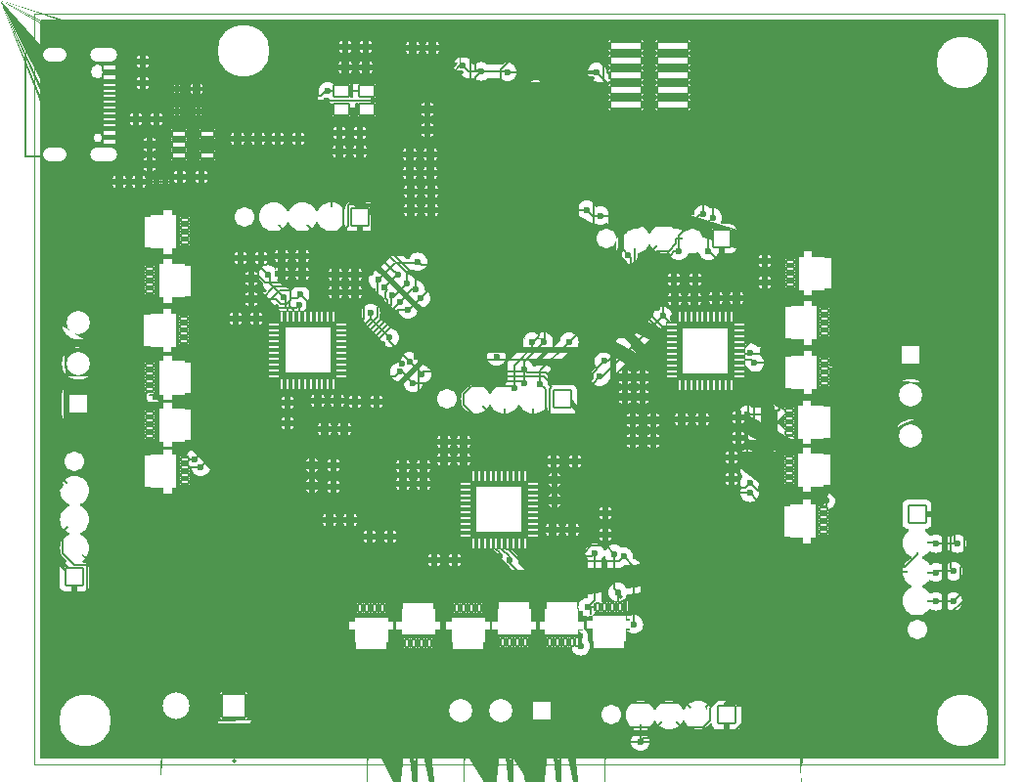
<source format=gm1>
G04 #@! TF.GenerationSoftware,KiCad,Pcbnew,8.0.7*
G04 #@! TF.CreationDate,2025-01-28T18:16:05+02:00*
G04 #@! TF.ProjectId,Wheelbase,57686565-6c62-4617-9365-2e6b69636164,rev?*
G04 #@! TF.SameCoordinates,Original*
G04 #@! TF.FileFunction,Profile,NP*
%FSLAX46Y46*%
G04 Gerber Fmt 4.6, Leading zero omitted, Abs format (unit mm)*
G04 Created by KiCad (PCBNEW 8.0.7) date 2025-01-28 18:16:05*
%MOMM*%
%LPD*%
G01*
G04 APERTURE LIST*
G04 Aperture macros list*
%AMRoundRect*
0 Rectangle with rounded corners*
0 $1 Rounding radius*
0 $2 $3 $4 $5 $6 $7 $8 $9 X,Y pos of 4 corners*
0 Add a 4 corners polygon primitive as box body*
4,1,4,$2,$3,$4,$5,$6,$7,$8,$9,$2,$3,0*
0 Add four circle primitives for the rounded corners*
1,1,$1+$1,$2,$3*
1,1,$1+$1,$4,$5*
1,1,$1+$1,$6,$7*
1,1,$1+$1,$8,$9*
0 Add four rect primitives between the rounded corners*
20,1,$1+$1,$2,$3,$4,$5,0*
20,1,$1+$1,$4,$5,$6,$7,0*
20,1,$1+$1,$6,$7,$8,$9,0*
20,1,$1+$1,$8,$9,$2,$3,0*%
%AMFreePoly0*
4,1,61,0.203536,1.753536,0.205000,1.750000,0.205000,1.305000,1.300000,1.305000,1.303536,1.303536,1.305000,1.300000,1.305000,1.190000,1.850000,1.190000,1.853536,1.188536,1.855000,1.185000,1.855000,0.765000,1.853536,0.761464,1.850000,0.760000,1.305000,0.760000,1.305000,0.540000,1.850000,0.540000,1.853536,0.538536,1.855000,0.535000,1.855000,0.115000,1.853536,0.111464,
1.850000,0.110000,1.305000,0.110000,1.305000,-0.110000,1.850000,-0.110000,1.853536,-0.111464,1.855000,-0.115000,1.855000,-0.535000,1.853536,-0.538536,1.850000,-0.540000,1.305000,-0.540000,1.305000,-0.760000,1.850000,-0.760000,1.853536,-0.761464,1.855000,-0.765000,1.855000,-1.185000,1.853536,-1.188536,1.850000,-1.190000,1.305000,-1.190000,1.305000,-1.300000,1.303536,-1.303536,
1.300000,-1.305000,0.205000,-1.305000,0.205000,-1.750000,0.203536,-1.753536,0.200000,-1.755000,-0.200000,-1.755000,-0.203536,-1.753536,-0.205000,-1.750000,-0.205000,-1.305000,-0.600000,-1.305000,-0.603536,-1.303536,-0.605000,-1.300000,-0.605000,1.300000,-0.603536,1.303536,-0.600000,1.305000,-0.205000,1.305000,-0.205000,1.750000,-0.203536,1.753536,-0.200000,1.755000,0.200000,1.755000,
0.203536,1.753536,0.203536,1.753536,$1*%
G04 Aperture macros list end*
G04 #@! TA.AperFunction,Profile*
%ADD10C,0.050000*%
G04 #@! TD*
G04 #@! TA.AperFunction,ComponentPad*
%ADD11O,2.150000X1.050000*%
G04 #@! TD*
G04 #@! TA.AperFunction,ComponentPad*
%ADD12O,1.850000X1.050000*%
G04 #@! TD*
G04 #@! TA.AperFunction,ComponentPad*
%ADD13R,1.508000X1.508000*%
G04 #@! TD*
G04 #@! TA.AperFunction,ComponentPad*
%ADD14C,1.508000*%
G04 #@! TD*
G04 #@! TA.AperFunction,ComponentPad*
%ADD15R,2.100000X2.100000*%
G04 #@! TD*
G04 #@! TA.AperFunction,ComponentPad*
%ADD16C,2.100000*%
G04 #@! TD*
G04 #@! TA.AperFunction,ComponentPad*
%ADD17C,0.700000*%
G04 #@! TD*
G04 #@! TA.AperFunction,ComponentPad*
%ADD18C,4.400000*%
G04 #@! TD*
G04 #@! TA.AperFunction,ComponentPad*
%ADD19R,1.800000X1.800000*%
G04 #@! TD*
G04 #@! TA.AperFunction,ComponentPad*
%ADD20C,1.800000*%
G04 #@! TD*
G04 #@! TA.AperFunction,ViaPad*
%ADD21C,0.600000*%
G04 #@! TD*
G04 #@! TA.AperFunction,Conductor*
%ADD22C,0.200000*%
G04 #@! TD*
%ADD23C,0.750000*%
%ADD24O,2.354000X1.254000*%
%ADD25O,2.054000X1.254000*%
%ADD26RoundRect,0.102000X-0.754000X0.754000X-0.754000X-0.754000X0.754000X-0.754000X0.754000X0.754000X0*%
%ADD27C,1.712000*%
%ADD28RoundRect,0.102000X-0.754000X-0.754000X0.754000X-0.754000X0.754000X0.754000X-0.754000X0.754000X0*%
%ADD29RoundRect,0.102000X0.754000X-0.754000X0.754000X0.754000X-0.754000X0.754000X-0.754000X-0.754000X0*%
%ADD30RoundRect,0.102000X1.050000X1.050000X-1.050000X1.050000X-1.050000X-1.050000X1.050000X-1.050000X0*%
%ADD31C,2.304000*%
%ADD32C,0.800000*%
%ADD33C,4.500000*%
%ADD34RoundRect,0.102000X0.900000X0.900000X-0.900000X0.900000X-0.900000X-0.900000X0.900000X-0.900000X0*%
%ADD35C,2.004000*%
%ADD36RoundRect,0.102000X0.900000X-0.900000X0.900000X0.900000X-0.900000X0.900000X-0.900000X-0.900000X0*%
%ADD37RoundRect,0.102000X-0.900000X0.900000X-0.900000X-0.900000X0.900000X-0.900000X0.900000X0.900000X0*%
G04 #@! TA.AperFunction,SMDPad,CuDef*
%ADD38RoundRect,0.237500X-0.250000X-0.237500X0.250000X-0.237500X0.250000X0.237500X-0.250000X0.237500X0*%
G04 #@! TD*
G04 #@! TA.AperFunction,SMDPad,CuDef*
%ADD39RoundRect,0.237500X-0.237500X0.250000X-0.237500X-0.250000X0.237500X-0.250000X0.237500X0.250000X0*%
G04 #@! TD*
G04 #@! TA.AperFunction,SMDPad,CuDef*
%ADD40RoundRect,0.237500X0.287500X0.237500X-0.287500X0.237500X-0.287500X-0.237500X0.287500X-0.237500X0*%
G04 #@! TD*
G04 #@! TA.AperFunction,SMDPad,CuDef*
%ADD41RoundRect,0.237500X-0.237500X0.287500X-0.237500X-0.287500X0.237500X-0.287500X0.237500X0.287500X0*%
G04 #@! TD*
G04 #@! TA.AperFunction,SMDPad,CuDef*
%ADD42R,1.150000X0.600000*%
G04 #@! TD*
G04 #@! TA.AperFunction,SMDPad,CuDef*
%ADD43R,1.150000X0.300000*%
G04 #@! TD*
G04 #@! TA.AperFunction,SMDPad,CuDef*
%ADD44RoundRect,0.237500X0.300000X0.237500X-0.300000X0.237500X-0.300000X-0.237500X0.300000X-0.237500X0*%
G04 #@! TD*
G04 #@! TA.AperFunction,SMDPad,CuDef*
%ADD45R,0.700000X0.420000*%
G04 #@! TD*
G04 #@! TA.AperFunction,SMDPad,CuDef*
%ADD46FreePoly0,180.000000*%
G04 #@! TD*
G04 #@! TA.AperFunction,SMDPad,CuDef*
%ADD47FreePoly0,0.000000*%
G04 #@! TD*
G04 #@! TA.AperFunction,SMDPad,CuDef*
%ADD48RoundRect,0.237500X0.237500X-0.300000X0.237500X0.300000X-0.237500X0.300000X-0.237500X-0.300000X0*%
G04 #@! TD*
G04 #@! TA.AperFunction,SMDPad,CuDef*
%ADD49RoundRect,0.237500X0.237500X-0.250000X0.237500X0.250000X-0.237500X0.250000X-0.237500X-0.250000X0*%
G04 #@! TD*
G04 #@! TA.AperFunction,SMDPad,CuDef*
%ADD50R,1.250000X0.600000*%
G04 #@! TD*
G04 #@! TA.AperFunction,SMDPad,CuDef*
%ADD51RoundRect,0.237500X-0.300000X-0.237500X0.300000X-0.237500X0.300000X0.237500X-0.300000X0.237500X0*%
G04 #@! TD*
G04 #@! TA.AperFunction,SMDPad,CuDef*
%ADD52R,1.400000X1.000000*%
G04 #@! TD*
G04 #@! TA.AperFunction,SMDPad,CuDef*
%ADD53RoundRect,0.237500X0.250000X0.237500X-0.250000X0.237500X-0.250000X-0.237500X0.250000X-0.237500X0*%
G04 #@! TD*
G04 #@! TA.AperFunction,SMDPad,CuDef*
%ADD54RoundRect,0.237500X-0.237500X0.300000X-0.237500X-0.300000X0.237500X-0.300000X0.237500X0.300000X0*%
G04 #@! TD*
G04 #@! TA.AperFunction,SMDPad,CuDef*
%ADD55RoundRect,0.237500X-0.287500X-0.237500X0.287500X-0.237500X0.287500X0.237500X-0.287500X0.237500X0*%
G04 #@! TD*
G04 #@! TA.AperFunction,SMDPad,CuDef*
%ADD56R,0.420000X0.700000*%
G04 #@! TD*
G04 #@! TA.AperFunction,SMDPad,CuDef*
%ADD57FreePoly0,270.000000*%
G04 #@! TD*
G04 #@! TA.AperFunction,SMDPad,CuDef*
%ADD58FreePoly0,90.000000*%
G04 #@! TD*
G04 #@! TA.AperFunction,SMDPad,CuDef*
%ADD59RoundRect,0.075000X-0.700000X-0.075000X0.700000X-0.075000X0.700000X0.075000X-0.700000X0.075000X0*%
G04 #@! TD*
G04 #@! TA.AperFunction,SMDPad,CuDef*
%ADD60RoundRect,0.075000X-0.075000X-0.700000X0.075000X-0.700000X0.075000X0.700000X-0.075000X0.700000X0*%
G04 #@! TD*
G04 #@! TA.AperFunction,SMDPad,CuDef*
%ADD61RoundRect,0.237500X0.237500X-0.287500X0.237500X0.287500X-0.237500X0.287500X-0.237500X-0.287500X0*%
G04 #@! TD*
G04 #@! TA.AperFunction,SMDPad,CuDef*
%ADD62RoundRect,0.030000X0.090000X-0.400000X0.090000X0.400000X-0.090000X0.400000X-0.090000X-0.400000X0*%
G04 #@! TD*
G04 #@! TA.AperFunction,SMDPad,CuDef*
%ADD63RoundRect,0.030000X0.400000X-0.090000X0.400000X0.090000X-0.400000X0.090000X-0.400000X-0.090000X0*%
G04 #@! TD*
G04 #@! TA.AperFunction,SMDPad,CuDef*
%ADD64R,4.150000X4.150000*%
G04 #@! TD*
G04 #@! TA.AperFunction,SMDPad,CuDef*
%ADD65RoundRect,0.030000X-0.400000X-0.090000X0.400000X-0.090000X0.400000X0.090000X-0.400000X0.090000X0*%
G04 #@! TD*
G04 #@! TA.AperFunction,SMDPad,CuDef*
%ADD66RoundRect,0.030000X-0.090000X-0.400000X0.090000X-0.400000X0.090000X0.400000X-0.090000X0.400000X0*%
G04 #@! TD*
G04 #@! TA.AperFunction,SMDPad,CuDef*
%ADD67RoundRect,0.030000X-0.090000X0.400000X-0.090000X-0.400000X0.090000X-0.400000X0.090000X0.400000X0*%
G04 #@! TD*
G04 #@! TA.AperFunction,SMDPad,CuDef*
%ADD68RoundRect,0.030000X-0.400000X0.090000X-0.400000X-0.090000X0.400000X-0.090000X0.400000X0.090000X0*%
G04 #@! TD*
G04 #@! TA.AperFunction,SMDPad,CuDef*
%ADD69RoundRect,0.175000X-0.325000X0.175000X-0.325000X-0.175000X0.325000X-0.175000X0.325000X0.175000X0*%
G04 #@! TD*
G04 #@! TA.AperFunction,SMDPad,CuDef*
%ADD70RoundRect,0.150000X-0.150000X0.200000X-0.150000X-0.200000X0.150000X-0.200000X0.150000X0.200000X0*%
G04 #@! TD*
G04 #@! TA.AperFunction,SMDPad,CuDef*
%ADD71RoundRect,0.100000X0.217500X0.100000X-0.217500X0.100000X-0.217500X-0.100000X0.217500X-0.100000X0*%
G04 #@! TD*
G04 #@! TA.AperFunction,SMDPad,CuDef*
%ADD72R,2.790000X0.740000*%
G04 #@! TD*
G04 #@! TA.AperFunction,Conductor*
%ADD73C,0.400000*%
G04 #@! TD*
G04 #@! TA.AperFunction,Conductor*
%ADD74C,0.500000*%
G04 #@! TD*
%ADD75C,0.010000*%
%ADD76RoundRect,0.262500X-0.275000X-0.262500X0.275000X-0.262500X0.275000X0.262500X-0.275000X0.262500X0*%
%ADD77RoundRect,0.262500X-0.262500X0.275000X-0.262500X-0.275000X0.262500X-0.275000X0.262500X0.275000X0*%
%ADD78RoundRect,0.262500X0.312500X0.262500X-0.312500X0.262500X-0.312500X-0.262500X0.312500X-0.262500X0*%
%ADD79RoundRect,0.262500X-0.262500X0.312500X-0.262500X-0.312500X0.262500X-0.312500X0.262500X0.312500X0*%
%ADD80RoundRect,0.102000X-0.575000X0.300000X-0.575000X-0.300000X0.575000X-0.300000X0.575000X0.300000X0*%
%ADD81RoundRect,0.102000X-0.575000X0.150000X-0.575000X-0.150000X0.575000X-0.150000X0.575000X0.150000X0*%
%ADD82RoundRect,0.262500X0.325000X0.262500X-0.325000X0.262500X-0.325000X-0.262500X0.325000X-0.262500X0*%
%ADD83RoundRect,0.102000X0.350000X0.210000X-0.350000X0.210000X-0.350000X-0.210000X0.350000X-0.210000X0*%
%ADD84RoundRect,0.102000X-0.350000X-0.210000X0.350000X-0.210000X0.350000X0.210000X-0.350000X0.210000X0*%
%ADD85RoundRect,0.262500X0.262500X-0.325000X0.262500X0.325000X-0.262500X0.325000X-0.262500X-0.325000X0*%
%ADD86RoundRect,0.262500X0.262500X-0.275000X0.262500X0.275000X-0.262500X0.275000X-0.262500X-0.275000X0*%
%ADD87RoundRect,0.102000X-0.625000X-0.300000X0.625000X-0.300000X0.625000X0.300000X-0.625000X0.300000X0*%
%ADD88RoundRect,0.262500X-0.325000X-0.262500X0.325000X-0.262500X0.325000X0.262500X-0.325000X0.262500X0*%
%ADD89RoundRect,0.102000X0.700000X0.500000X-0.700000X0.500000X-0.700000X-0.500000X0.700000X-0.500000X0*%
%ADD90RoundRect,0.262500X0.275000X0.262500X-0.275000X0.262500X-0.275000X-0.262500X0.275000X-0.262500X0*%
%ADD91RoundRect,0.262500X-0.262500X0.325000X-0.262500X-0.325000X0.262500X-0.325000X0.262500X0.325000X0*%
%ADD92RoundRect,0.262500X-0.312500X-0.262500X0.312500X-0.262500X0.312500X0.262500X-0.312500X0.262500X0*%
%ADD93RoundRect,0.102000X-0.210000X0.350000X-0.210000X-0.350000X0.210000X-0.350000X0.210000X0.350000X0*%
%ADD94RoundRect,0.102000X0.210000X-0.350000X0.210000X0.350000X-0.210000X0.350000X-0.210000X-0.350000X0*%
%ADD95RoundRect,0.100000X-0.725000X-0.100000X0.725000X-0.100000X0.725000X0.100000X-0.725000X0.100000X0*%
%ADD96RoundRect,0.100000X-0.100000X-0.725000X0.100000X-0.725000X0.100000X0.725000X-0.100000X0.725000X0*%
%ADD97RoundRect,0.262500X0.262500X-0.312500X0.262500X0.312500X-0.262500X0.312500X-0.262500X-0.312500X0*%
%ADD98RoundRect,0.055500X0.166500X-0.476500X0.166500X0.476500X-0.166500X0.476500X-0.166500X-0.476500X0*%
%ADD99RoundRect,0.055500X0.476500X-0.166500X0.476500X0.166500X-0.476500X0.166500X-0.476500X-0.166500X0*%
%ADD100RoundRect,0.102000X2.075000X-2.075000X2.075000X2.075000X-2.075000X2.075000X-2.075000X-2.075000X0*%
%ADD101RoundRect,0.055500X-0.476500X-0.166500X0.476500X-0.166500X0.476500X0.166500X-0.476500X0.166500X0*%
%ADD102RoundRect,0.055500X-0.166500X-0.476500X0.166500X-0.476500X0.166500X0.476500X-0.166500X0.476500X0*%
%ADD103RoundRect,0.102000X-2.075000X-2.075000X2.075000X-2.075000X2.075000X2.075000X-2.075000X2.075000X0*%
%ADD104RoundRect,0.055500X-0.166500X0.476500X-0.166500X-0.476500X0.166500X-0.476500X0.166500X0.476500X0*%
%ADD105RoundRect,0.055500X-0.476500X0.166500X-0.476500X-0.166500X0.476500X-0.166500X0.476500X0.166500X0*%
%ADD106RoundRect,0.102000X-2.075000X2.075000X-2.075000X-2.075000X2.075000X-2.075000X2.075000X2.075000X0*%
%ADD107RoundRect,0.200000X-0.350000X0.200000X-0.350000X-0.200000X0.350000X-0.200000X0.350000X0.200000X0*%
%ADD108RoundRect,0.175000X-0.175000X0.225000X-0.175000X-0.225000X0.175000X-0.225000X0.175000X0.225000X0*%
%ADD109RoundRect,0.125000X0.242500X0.125000X-0.242500X0.125000X-0.242500X-0.125000X0.242500X-0.125000X0*%
%ADD110RoundRect,0.102000X1.395000X-0.370000X1.395000X0.370000X-1.395000X0.370000X-1.395000X-0.370000X0*%
%ADD111RoundRect,0.237500X-0.250000X-0.237500X0.250000X-0.237500X0.250000X0.237500X-0.250000X0.237500X0*%
%ADD112RoundRect,0.237500X-0.237500X0.250000X-0.237500X-0.250000X0.237500X-0.250000X0.237500X0.250000X0*%
%ADD113RoundRect,0.237500X0.287500X0.237500X-0.287500X0.237500X-0.287500X-0.237500X0.287500X-0.237500X0*%
%ADD114RoundRect,0.237500X-0.237500X0.287500X-0.237500X-0.287500X0.237500X-0.287500X0.237500X0.287500X0*%
%ADD115R,1.150000X0.600000*%
%ADD116R,1.150000X0.300000*%
%ADD117RoundRect,0.237500X0.300000X0.237500X-0.300000X0.237500X-0.300000X-0.237500X0.300000X-0.237500X0*%
%ADD118R,0.700000X0.420000*%
%ADD119RoundRect,0.237500X0.237500X-0.300000X0.237500X0.300000X-0.237500X0.300000X-0.237500X-0.300000X0*%
%ADD120RoundRect,0.237500X0.237500X-0.250000X0.237500X0.250000X-0.237500X0.250000X-0.237500X-0.250000X0*%
%ADD121R,1.250000X0.600000*%
%ADD122RoundRect,0.237500X-0.300000X-0.237500X0.300000X-0.237500X0.300000X0.237500X-0.300000X0.237500X0*%
%ADD123R,1.400000X1.000000*%
%ADD124RoundRect,0.237500X0.250000X0.237500X-0.250000X0.237500X-0.250000X-0.237500X0.250000X-0.237500X0*%
%ADD125RoundRect,0.237500X-0.237500X0.300000X-0.237500X-0.300000X0.237500X-0.300000X0.237500X0.300000X0*%
%ADD126RoundRect,0.237500X-0.287500X-0.237500X0.287500X-0.237500X0.287500X0.237500X-0.287500X0.237500X0*%
%ADD127R,0.420000X0.700000*%
%ADD128RoundRect,0.075000X-0.700000X-0.075000X0.700000X-0.075000X0.700000X0.075000X-0.700000X0.075000X0*%
%ADD129RoundRect,0.075000X-0.075000X-0.700000X0.075000X-0.700000X0.075000X0.700000X-0.075000X0.700000X0*%
%ADD130RoundRect,0.237500X0.237500X-0.287500X0.237500X0.287500X-0.237500X0.287500X-0.237500X-0.287500X0*%
%ADD131RoundRect,0.030000X0.090000X-0.400000X0.090000X0.400000X-0.090000X0.400000X-0.090000X-0.400000X0*%
%ADD132RoundRect,0.030000X0.400000X-0.090000X0.400000X0.090000X-0.400000X0.090000X-0.400000X-0.090000X0*%
%ADD133RoundRect,0.030000X-0.400000X-0.090000X0.400000X-0.090000X0.400000X0.090000X-0.400000X0.090000X0*%
%ADD134RoundRect,0.030000X-0.090000X-0.400000X0.090000X-0.400000X0.090000X0.400000X-0.090000X0.400000X0*%
%ADD135RoundRect,0.030000X-0.090000X0.400000X-0.090000X-0.400000X0.090000X-0.400000X0.090000X0.400000X0*%
%ADD136RoundRect,0.030000X-0.400000X0.090000X-0.400000X-0.090000X0.400000X-0.090000X0.400000X0.090000X0*%
%ADD137RoundRect,0.175000X-0.325000X0.175000X-0.325000X-0.175000X0.325000X-0.175000X0.325000X0.175000X0*%
%ADD138RoundRect,0.150000X-0.150000X0.200000X-0.150000X-0.200000X0.150000X-0.200000X0.150000X0.200000X0*%
%ADD139RoundRect,0.090000X0.139000X0.090000X-0.139000X0.090000X-0.139000X-0.090000X0.139000X-0.090000X0*%
%ADD140R,2.790000X0.740000*%
%ADD141C,0.100000*%
%ADD142C,0.150000*%
%ADD143C,0.120000*%
%ADD144C,0.127000*%
%ADD145C,0.200000*%
G04 APERTURE END LIST*
D10*
X112675000Y-65750000D02*
X196675000Y-65750000D01*
X196675000Y-130750000D01*
X112675000Y-130750000D01*
X112675000Y-65750000D01*
D11*
X118655000Y-69330000D03*
X118655000Y-77970000D03*
D12*
X114475000Y-69330000D03*
X114475000Y-77970000D03*
D13*
X116150000Y-114550000D03*
D14*
X116150000Y-112050000D03*
X116150000Y-109550000D03*
X116150000Y-107050000D03*
X116150000Y-104550000D03*
D13*
X158375000Y-99150000D03*
D14*
X155875000Y-99150000D03*
X153375000Y-99150000D03*
X150875000Y-99150000D03*
X148375000Y-99150000D03*
D13*
X140875000Y-83325000D03*
D14*
X138375000Y-83325000D03*
X135875000Y-83325000D03*
X133375000Y-83325000D03*
X130875000Y-83325000D03*
D13*
X189075000Y-109100000D03*
D14*
X189075000Y-111600000D03*
X189075000Y-114100000D03*
X189075000Y-116600000D03*
X189075000Y-119100000D03*
D15*
X129975000Y-125687500D03*
D16*
X124975000Y-125687500D03*
D17*
X191350000Y-127000000D03*
X191833274Y-125833274D03*
X191833274Y-128166726D03*
X193000000Y-125350000D03*
D18*
X193000000Y-127000000D03*
D17*
X193000000Y-128650000D03*
X194166726Y-125833274D03*
X194166726Y-128166726D03*
X194650000Y-127000000D03*
X129150000Y-69000000D03*
X129633274Y-67833274D03*
X129633274Y-70166726D03*
X130800000Y-67350000D03*
D18*
X130800000Y-69000000D03*
D17*
X130800000Y-70650000D03*
X131966726Y-67833274D03*
X131966726Y-70166726D03*
X132450000Y-69000000D03*
D13*
X172175000Y-85250000D03*
D14*
X169675000Y-85250000D03*
X167175000Y-85250000D03*
X164675000Y-85250000D03*
X162175000Y-85250000D03*
D17*
X115383274Y-126983274D03*
X115866548Y-125816548D03*
X115866548Y-128150000D03*
X117033274Y-125333274D03*
D18*
X117033274Y-126983274D03*
D17*
X117033274Y-128633274D03*
X118200000Y-125816548D03*
X118200000Y-128150000D03*
X118683274Y-126983274D03*
D19*
X156575000Y-126150000D03*
D20*
X153075000Y-126150000D03*
X149575000Y-126150000D03*
D19*
X116475000Y-99550000D03*
D20*
X116475000Y-96050000D03*
X116475000Y-92550000D03*
D19*
X188510000Y-95305000D03*
D20*
X188510000Y-98805000D03*
X188510000Y-102305000D03*
D17*
X191350000Y-70000000D03*
X191833274Y-68833274D03*
X191833274Y-71166726D03*
X193000000Y-68350000D03*
D18*
X193000000Y-70000000D03*
D17*
X193000000Y-71650000D03*
X194166726Y-68833274D03*
X194166726Y-71166726D03*
X194650000Y-70000000D03*
D13*
X172625000Y-126500000D03*
D14*
X170125000Y-126500000D03*
X167625000Y-126500000D03*
X165125000Y-126500000D03*
X162625000Y-126500000D03*
D21*
X137825000Y-105950000D03*
X135725000Y-103875000D03*
X139150000Y-107975000D03*
X139950000Y-104875000D03*
X138250000Y-103600000D03*
X139100000Y-106725000D03*
X136175000Y-76550000D03*
X159125612Y-71425000D03*
X159275000Y-110950000D03*
X144599265Y-81025735D03*
X137175000Y-82350000D03*
X166975000Y-87350000D03*
X143975000Y-106450000D03*
X126475000Y-68050000D03*
X186275000Y-79250000D03*
X170743621Y-89792160D03*
X163975000Y-102750000D03*
X187675000Y-90250000D03*
X121375000Y-77050000D03*
X180875000Y-127950000D03*
X173375000Y-89650000D03*
X169675000Y-72450000D03*
X152675000Y-78950000D03*
X173375000Y-86875000D03*
X146975000Y-96250000D03*
X144675000Y-79550000D03*
X141475000Y-77650000D03*
X169475000Y-68550000D03*
X143275000Y-97850000D03*
X138575000Y-71550000D03*
X182409814Y-119484641D03*
X151060000Y-104850000D03*
X156475000Y-111850000D03*
X143075000Y-103150000D03*
X147975000Y-94250000D03*
X119975000Y-76850000D03*
X138975000Y-70550000D03*
X159175000Y-127350000D03*
X143875000Y-112950000D03*
X142775000Y-69950000D03*
X157775000Y-96750000D03*
X161675000Y-68550000D03*
X158175000Y-100850000D03*
X173840000Y-97550000D03*
X114975000Y-103050000D03*
X126675000Y-71650000D03*
X157975000Y-81424388D03*
X150411269Y-111566000D03*
X172350000Y-129700000D03*
X123970000Y-74750000D03*
X181800000Y-84150000D03*
X138175000Y-117750000D03*
X143075000Y-73950000D03*
X158650000Y-108104341D03*
X169000000Y-78700000D03*
X140475000Y-96550000D03*
X144615904Y-78090904D03*
X148541143Y-79298315D03*
X172875000Y-102550000D03*
X184054575Y-87062146D03*
X149875000Y-111250000D03*
X136375000Y-101750000D03*
X158875000Y-73450000D03*
X118249265Y-118375735D03*
X194075000Y-121450000D03*
X136736391Y-71781287D03*
X133275000Y-92250000D03*
X137575000Y-74450000D03*
X141075000Y-111050000D03*
X173675000Y-84450000D03*
X130375000Y-106750000D03*
X166175000Y-103450000D03*
X160775000Y-111050000D03*
X161575000Y-80650000D03*
X119575000Y-82050000D03*
X114775000Y-117950000D03*
X143875000Y-105150000D03*
X161875000Y-94150000D03*
X147375000Y-75650000D03*
X163833099Y-98280000D03*
X151363372Y-81351784D03*
X123175000Y-78850000D03*
X157575000Y-83350000D03*
X168975000Y-83250000D03*
X154550000Y-77300000D03*
X160775000Y-95750000D03*
X141375000Y-74850000D03*
X173475000Y-124650000D03*
X157775000Y-94050000D03*
X147975000Y-86850000D03*
X173375000Y-97950000D03*
X126425000Y-127250000D03*
X120000183Y-70494038D03*
X161907413Y-75403332D03*
X144475000Y-96050000D03*
X138775000Y-68850000D03*
X121475000Y-98750000D03*
X188950000Y-129050000D03*
X132575000Y-91950000D03*
X166575000Y-91250000D03*
X151375000Y-67750000D03*
X128075000Y-74050000D03*
X119975000Y-79750000D03*
X162675000Y-109050000D03*
X132325000Y-86375000D03*
X183875000Y-92350000D03*
X155775000Y-81750000D03*
X134975000Y-101250000D03*
X193275000Y-74250000D03*
X166975000Y-96805000D03*
X123515166Y-72039339D03*
X148175000Y-82050000D03*
X139575000Y-98050000D03*
X168075000Y-116050000D03*
X175375000Y-114550000D03*
X169575000Y-71150000D03*
X133675000Y-91806000D03*
X140146256Y-92316442D03*
X115275000Y-85350000D03*
X161575000Y-98750000D03*
X115275000Y-90250000D03*
X134675000Y-102750000D03*
X124475000Y-77150000D03*
X162975000Y-100850000D03*
X160275000Y-90750000D03*
X143275000Y-100250000D03*
X140275000Y-101750000D03*
X155575000Y-111650000D03*
X176375000Y-87150000D03*
X127950000Y-85475000D03*
X147275000Y-72050000D03*
X113675000Y-83350000D03*
X142775000Y-94350000D03*
X190375000Y-104100000D03*
X138975000Y-87650000D03*
X165775000Y-94850000D03*
X166750000Y-79800000D03*
X155981814Y-105544351D03*
X114275000Y-129250000D03*
X195175000Y-97450000D03*
X173775000Y-92450000D03*
X155975000Y-95950000D03*
X161875000Y-87350000D03*
X122875000Y-69850000D03*
X187375000Y-124250000D03*
X170675000Y-102350000D03*
X121575000Y-91150000D03*
X144275000Y-92050000D03*
X169675000Y-87150000D03*
X145875000Y-126650000D03*
X141675000Y-85350000D03*
X145775000Y-95450000D03*
X137175000Y-100250000D03*
X141775000Y-88150000D03*
X181375000Y-73050000D03*
X118175000Y-79350000D03*
X153975000Y-81750000D03*
X147575000Y-102650000D03*
X134800000Y-88249313D03*
X160075000Y-98650000D03*
X173575000Y-105950000D03*
X139675000Y-85450000D03*
X133975000Y-126550000D03*
X146675000Y-113150000D03*
X144575000Y-82750000D03*
X133375000Y-97450000D03*
X118675000Y-106950000D03*
X136075000Y-85650000D03*
X192875000Y-84150000D03*
X155675000Y-74050000D03*
X134075000Y-86150000D03*
X154075000Y-75150000D03*
X175175000Y-68250000D03*
X152875000Y-67810648D03*
X130075000Y-77650000D03*
X114050000Y-66975000D03*
X147815294Y-76278291D03*
X187275000Y-113063418D03*
X190725000Y-114150000D03*
X192225000Y-114050000D03*
X171405331Y-83419669D03*
X144300919Y-96775919D03*
X171033834Y-86320392D03*
X145461581Y-97736581D03*
X167075000Y-91950000D03*
X161625000Y-97200000D03*
X192225000Y-116650000D03*
X190725000Y-116650000D03*
X161682800Y-83250000D03*
X163143312Y-84018312D03*
X160482800Y-82750000D03*
X164075000Y-86650000D03*
X145025000Y-91400000D03*
X146135661Y-90389338D03*
X190725000Y-111650000D03*
X192575000Y-111650000D03*
X137975000Y-73250000D03*
X156100000Y-72325000D03*
X163502000Y-94674473D03*
X155075000Y-97750000D03*
X156775000Y-94166023D03*
X146211581Y-96986581D03*
X155075000Y-96550000D03*
X162002000Y-95850000D03*
X141794000Y-91673272D03*
X155075000Y-96550000D03*
X145200919Y-95875919D03*
X143428026Y-93803026D03*
X165125000Y-128802000D03*
X142425000Y-88800000D03*
X145875000Y-87250000D03*
X158975000Y-94166023D03*
X156475000Y-97850000D03*
X138075000Y-72450000D03*
X154475000Y-72450000D03*
X168457276Y-86306836D03*
X151475000Y-74450000D03*
X150275000Y-74350000D03*
X159344588Y-79438903D03*
X170575000Y-83150000D03*
X161817665Y-78984865D03*
X155775000Y-94166023D03*
X154208114Y-98212747D03*
X161375000Y-70812500D03*
X165975000Y-73650000D03*
X149775000Y-70250000D03*
X153628000Y-70803000D03*
X151375000Y-70750000D03*
X152675000Y-95450000D03*
X143675000Y-90150000D03*
X144885661Y-89139339D03*
X144325000Y-90700000D03*
X145675000Y-89650000D03*
X144169511Y-88355489D03*
X142994000Y-89450000D03*
X152160000Y-112965000D03*
X152360000Y-117450000D03*
X141564000Y-112025000D03*
X139975000Y-118350000D03*
X164575000Y-118650000D03*
X163675000Y-112750000D03*
X130575000Y-97450000D03*
X123675000Y-103650000D03*
X125775000Y-91150000D03*
X135575000Y-90950000D03*
X125075000Y-94950000D03*
X130475000Y-94750000D03*
X182910000Y-96105000D03*
X175010000Y-96005000D03*
X174610000Y-106405000D03*
X178510000Y-107105000D03*
X174610000Y-107254000D03*
X181210000Y-107905000D03*
X174410000Y-104305000D03*
X177510000Y-103605000D03*
X174610000Y-105305000D03*
X177364000Y-106168000D03*
X174616000Y-95105000D03*
X182110000Y-95505000D03*
X174410000Y-100505000D03*
X177510000Y-99605000D03*
X177610000Y-102605000D03*
X175010000Y-101905000D03*
X123060000Y-89886100D03*
X135690000Y-90077000D03*
X134250000Y-90279000D03*
X132900000Y-88350000D03*
X129975000Y-89750000D03*
X128875000Y-87300000D03*
X123175000Y-98950000D03*
X130575000Y-95650000D03*
X126375000Y-93050000D03*
X130675000Y-93150000D03*
X130475000Y-93950000D03*
X125252000Y-92116200D03*
X130575000Y-96450000D03*
X122975000Y-103150000D03*
X133075000Y-99250000D03*
X127075000Y-105025000D03*
X126575000Y-104350000D03*
X130975000Y-98150000D03*
X147075000Y-111200000D03*
X148075000Y-116650000D03*
X140309211Y-110624883D03*
X149002000Y-110853000D03*
X146475000Y-110609702D03*
X139375050Y-116678697D03*
X140763138Y-116841939D03*
X142675000Y-112650000D03*
X155775000Y-120650000D03*
X152951000Y-112774000D03*
X150491000Y-112766000D03*
X150475000Y-116650000D03*
X151366000Y-113064000D03*
X149200000Y-116550000D03*
X159975000Y-120550000D03*
X153769000Y-113056000D03*
X163175000Y-115850000D03*
X162875000Y-112550000D03*
X161175000Y-112450000D03*
X160575000Y-117150000D03*
D22*
X192225000Y-114050000D02*
X190825000Y-114050000D01*
X190825000Y-114050000D02*
X190725000Y-114150000D01*
X144500919Y-96775919D02*
X145461581Y-97736581D01*
X171033834Y-83791166D02*
X171033834Y-86320392D01*
X161625000Y-97200000D02*
X161825000Y-97200000D01*
X144300919Y-96775919D02*
X144500919Y-96775919D01*
X171405331Y-83419669D02*
X171033834Y-83791166D01*
X161825000Y-97200000D02*
X167075000Y-91950000D01*
X190725000Y-116650000D02*
X192225000Y-116650000D01*
X164075000Y-86650000D02*
X163621000Y-86196000D01*
X161682800Y-83250000D02*
X160982800Y-83250000D01*
X160982800Y-83250000D02*
X160482800Y-82750000D01*
X163621000Y-86196000D02*
X163621000Y-84496000D01*
X163621000Y-84496000D02*
X163143312Y-84018312D01*
X145025000Y-91400000D02*
X145124999Y-91400000D01*
X145124999Y-91400000D02*
X146135661Y-90389338D01*
X192575000Y-111650000D02*
X190725000Y-111650000D01*
X155175000Y-73250000D02*
X137975000Y-73250000D01*
X156100000Y-72325000D02*
X155175000Y-73250000D01*
X141794000Y-91673272D02*
X141794000Y-92169000D01*
X162326473Y-95850000D02*
X163502000Y-94674473D01*
X155075000Y-97750000D02*
X155075000Y-96550000D01*
X162002000Y-95850000D02*
X162326473Y-95850000D01*
X146211581Y-96886581D02*
X145200919Y-95875919D01*
X155075000Y-95866023D02*
X155075000Y-96550000D01*
X146211581Y-96986581D02*
X146211581Y-96886581D01*
X141794000Y-92169000D02*
X143428026Y-93803026D01*
X156775000Y-94166023D02*
X155075000Y-95866023D01*
X165125000Y-128802000D02*
X165125000Y-126500000D01*
X143875000Y-87350000D02*
X145775000Y-87350000D01*
X145775000Y-87350000D02*
X145875000Y-87250000D01*
X142425000Y-88800000D02*
X143875000Y-87350000D01*
X156475000Y-96666023D02*
X156475000Y-97850000D01*
X158975000Y-94166023D02*
X156475000Y-96666023D01*
X138075000Y-72450000D02*
X154475000Y-72450000D01*
X170284418Y-83150000D02*
X168457276Y-84977142D01*
X159463903Y-79438903D02*
X159344588Y-79438903D01*
X159802806Y-79100000D02*
X159463903Y-79438903D01*
X151475000Y-74450000D02*
X150375000Y-74450000D01*
X161702530Y-79100000D02*
X159802806Y-79100000D01*
X168457276Y-84977142D02*
X168457276Y-86306836D01*
X170575000Y-83150000D02*
X170284418Y-83150000D01*
X161817665Y-78984865D02*
X161702530Y-79100000D01*
X150375000Y-74450000D02*
X150275000Y-74350000D01*
X155775000Y-94650000D02*
X154475000Y-95950000D01*
X155775000Y-94166023D02*
X155775000Y-94650000D01*
X154475000Y-95950000D02*
X154208114Y-96216886D01*
X154208114Y-96216886D02*
X154208114Y-98212747D01*
X153575000Y-70750000D02*
X153628000Y-70803000D01*
X151375000Y-70750000D02*
X153575000Y-70750000D01*
X161375000Y-70812500D02*
X164212000Y-73650000D01*
X164212000Y-73650000D02*
X165975000Y-73650000D01*
X150275000Y-70750000D02*
X149775000Y-70250000D01*
X151375000Y-70750000D02*
X150275000Y-70750000D01*
X158775000Y-99150000D02*
X159025000Y-98900000D01*
X159025000Y-98900000D02*
X158975000Y-98950000D01*
X143875000Y-90150000D02*
X144885661Y-89139339D01*
X143675000Y-90150000D02*
X143875000Y-90150000D01*
X145375000Y-89650000D02*
X144325000Y-90700000D01*
X145675000Y-89650000D02*
X145375000Y-89650000D01*
X144088511Y-88355489D02*
X142994000Y-89450000D01*
X144169511Y-88355489D02*
X144088511Y-88355489D01*
X152160000Y-112965000D02*
X152160000Y-113160000D01*
X152675000Y-113675000D02*
X152675000Y-117135000D01*
X152160000Y-113160000D02*
X152675000Y-113675000D01*
X152675000Y-117135000D02*
X152360000Y-117450000D01*
X139975000Y-116686471D02*
X141564000Y-115097471D01*
X141564000Y-115097471D02*
X141564000Y-112025000D01*
X139975000Y-118350000D02*
X139975000Y-116686471D01*
X164575000Y-113650000D02*
X164575000Y-118650000D01*
X163675000Y-112750000D02*
X164575000Y-113650000D01*
X130575000Y-97450000D02*
X129875000Y-97450000D01*
X129875000Y-97450000D02*
X123675000Y-103650000D01*
X125831000Y-91206000D02*
X135319000Y-91206000D01*
X135319000Y-91206000D02*
X135575000Y-90950000D01*
X125775000Y-91150000D02*
X125831000Y-91206000D01*
X125275000Y-94750000D02*
X125075000Y-94950000D01*
X130475000Y-94750000D02*
X125275000Y-94750000D01*
X175010000Y-96005000D02*
X181761000Y-96005000D01*
X181761000Y-96005000D02*
X181861000Y-96105000D01*
X181861000Y-96105000D02*
X182910000Y-96105000D01*
X174610000Y-106405000D02*
X175310000Y-107105000D01*
X175310000Y-107105000D02*
X178510000Y-107105000D01*
X174610000Y-107254000D02*
X175261000Y-107905000D01*
X175261000Y-107905000D02*
X181210000Y-107905000D01*
X176810000Y-104305000D02*
X177510000Y-103605000D01*
X174410000Y-104305000D02*
X176810000Y-104305000D01*
X174610000Y-105305000D02*
X174710000Y-105405000D01*
X174710000Y-105405000D02*
X176601000Y-105405000D01*
X176601000Y-105405000D02*
X177364000Y-106168000D01*
X181810000Y-95205000D02*
X182110000Y-95505000D01*
X174616000Y-95105000D02*
X174716000Y-95205000D01*
X174716000Y-95205000D02*
X181810000Y-95205000D01*
X174410000Y-100505000D02*
X176610000Y-100505000D01*
X176610000Y-100505000D02*
X177510000Y-99605000D01*
X176910000Y-101905000D02*
X177610000Y-102605000D01*
X175010000Y-101905000D02*
X176910000Y-101905000D01*
X134850000Y-90350000D02*
X135417000Y-90350000D01*
X134850000Y-90527500D02*
X134850000Y-90350000D01*
X134499000Y-90879000D02*
X134850000Y-90527500D01*
X133650000Y-90450000D02*
X133650000Y-90527500D01*
X123060000Y-89886100D02*
X123624000Y-90450000D01*
X123624000Y-90450000D02*
X133650000Y-90450000D01*
X133650000Y-90527500D02*
X134001000Y-90879000D01*
X134001000Y-90879000D02*
X134499000Y-90879000D01*
X135417000Y-90350000D02*
X135690000Y-90077000D01*
X132900000Y-88350000D02*
X133075000Y-88525000D01*
X133075000Y-88525000D02*
X133075000Y-89104000D01*
X133075000Y-89104000D02*
X134250000Y-90279000D01*
X128875000Y-87300000D02*
X129975000Y-88400000D01*
X129975000Y-88400000D02*
X129975000Y-89750000D01*
X130575000Y-95650000D02*
X126475000Y-95650000D01*
X126475000Y-95650000D02*
X123175000Y-98950000D01*
X130675000Y-93150000D02*
X126475000Y-93150000D01*
X126475000Y-93150000D02*
X126375000Y-93050000D01*
X126426000Y-93950000D02*
X130475000Y-93950000D01*
X125252000Y-92116200D02*
X125252000Y-92776000D01*
X125252000Y-92776000D02*
X126426000Y-93950000D01*
X129675000Y-96450000D02*
X122975000Y-103150000D01*
X130575000Y-96450000D02*
X129675000Y-96450000D01*
X133075000Y-100650000D02*
X129375000Y-104350000D01*
X127750000Y-104350000D02*
X127075000Y-105025000D01*
X133075000Y-99250000D02*
X133075000Y-100650000D01*
X129375000Y-104350000D02*
X127750000Y-104350000D01*
X130975000Y-99950000D02*
X126575000Y-104350000D01*
X130975000Y-98150000D02*
X130975000Y-99950000D01*
X148075000Y-116150000D02*
X148075000Y-116650000D01*
X147975000Y-112100000D02*
X147975000Y-116050000D01*
X147975000Y-116050000D02*
X148075000Y-116150000D01*
X147075000Y-111200000D02*
X147975000Y-112100000D01*
X140309211Y-115744536D02*
X140309211Y-110624883D01*
X139375050Y-116678697D02*
X140309211Y-115744536D01*
X148749000Y-110600000D02*
X149002000Y-110853000D01*
X146484702Y-110600000D02*
X148749000Y-110600000D01*
X146475000Y-110609702D02*
X146484702Y-110600000D01*
X140763138Y-116841939D02*
X142675000Y-114930077D01*
X142675000Y-114930077D02*
X142675000Y-112650000D01*
X155775000Y-116312000D02*
X155775000Y-120650000D01*
X152951000Y-112774000D02*
X152951000Y-113488000D01*
X152951000Y-113488000D02*
X155775000Y-116312000D01*
X150175000Y-116350000D02*
X150475000Y-116650000D01*
X150175000Y-113083000D02*
X150175000Y-116350000D01*
X150491000Y-112766000D02*
X150175000Y-113083000D01*
X149848000Y-115902000D02*
X149848000Y-112561000D01*
X150740000Y-112166000D02*
X151366000Y-112793000D01*
X151366000Y-112793000D02*
X151366000Y-113064000D01*
X149848000Y-112561000D02*
X150243000Y-112166000D01*
X149200000Y-116550000D02*
X149848000Y-115902000D01*
X150243000Y-112166000D02*
X150740000Y-112166000D01*
X153769000Y-113344000D02*
X159975000Y-119550000D01*
X153769000Y-113056000D02*
X153769000Y-113344000D01*
X159975000Y-119550000D02*
X159975000Y-120550000D01*
X162875000Y-112550000D02*
X162875000Y-115550000D01*
X162875000Y-115550000D02*
X163175000Y-115850000D01*
X161175000Y-116550000D02*
X160575000Y-117150000D01*
X161175000Y-112450000D02*
X161175000Y-116550000D01*
G04 #@! TA.AperFunction,Conductor*
G36*
X157165853Y-94954147D02*
G01*
X157198081Y-95016141D01*
X157191676Y-95085716D01*
X157164083Y-95127703D01*
X156621042Y-95670745D01*
X156106286Y-96185501D01*
X156106284Y-96185503D01*
X156056419Y-96235368D01*
X156015639Y-96276148D01*
X155954315Y-96309632D01*
X155884624Y-96304648D01*
X155828690Y-96262776D01*
X155810916Y-96229420D01*
X155800788Y-96200475D01*
X155771976Y-96154622D01*
X155752975Y-96087385D01*
X155773342Y-96020550D01*
X155789283Y-96000973D01*
X156793535Y-94996721D01*
X156854856Y-94963238D01*
X156867311Y-94961186D01*
X156954255Y-94951391D01*
X157017505Y-94929259D01*
X157035447Y-94922981D01*
X157105226Y-94919419D01*
X157165853Y-94954147D01*
G37*
G04 #@! TD.AperFunction*
G04 #@! TA.AperFunction,Conductor*
G36*
X196117539Y-66270185D02*
G01*
X196163294Y-66322989D01*
X196174500Y-66374500D01*
X196174500Y-130125500D01*
X196154815Y-130192539D01*
X196102011Y-130238294D01*
X196050500Y-130249500D01*
X113299500Y-130249500D01*
X113232461Y-130229815D01*
X113186706Y-130177011D01*
X113175500Y-130125500D01*
X113175500Y-124589635D01*
X128424500Y-124589635D01*
X128424500Y-126785370D01*
X128424501Y-126785376D01*
X128430908Y-126844983D01*
X128481202Y-126979828D01*
X128481206Y-126979835D01*
X128567452Y-127095044D01*
X128567455Y-127095047D01*
X128682664Y-127181293D01*
X128682671Y-127181297D01*
X128817517Y-127231591D01*
X128817516Y-127231591D01*
X128824444Y-127232335D01*
X128877127Y-127238000D01*
X131072872Y-127237999D01*
X131132483Y-127231591D01*
X131267331Y-127181296D01*
X131382546Y-127095046D01*
X131468796Y-126979831D01*
X131519091Y-126844983D01*
X131525500Y-126785373D01*
X131525500Y-126149993D01*
X148169700Y-126149993D01*
X148169700Y-126150006D01*
X148188864Y-126381297D01*
X148188866Y-126381308D01*
X148245842Y-126606300D01*
X148339075Y-126818848D01*
X148466016Y-127013147D01*
X148466019Y-127013151D01*
X148466021Y-127013153D01*
X148623216Y-127183913D01*
X148623219Y-127183915D01*
X148623222Y-127183918D01*
X148806365Y-127326464D01*
X148806371Y-127326468D01*
X148806374Y-127326470D01*
X149010497Y-127436936D01*
X149091295Y-127464674D01*
X149230015Y-127512297D01*
X149230017Y-127512297D01*
X149230019Y-127512298D01*
X149458951Y-127550500D01*
X149458952Y-127550500D01*
X149691048Y-127550500D01*
X149691049Y-127550500D01*
X149919981Y-127512298D01*
X150139503Y-127436936D01*
X150343626Y-127326470D01*
X150365485Y-127309457D01*
X150414276Y-127271481D01*
X150526784Y-127183913D01*
X150683979Y-127013153D01*
X150810924Y-126818849D01*
X150904157Y-126606300D01*
X150961134Y-126381305D01*
X150961135Y-126381297D01*
X150980300Y-126150006D01*
X150980300Y-126149993D01*
X151669700Y-126149993D01*
X151669700Y-126150006D01*
X151688864Y-126381297D01*
X151688866Y-126381308D01*
X151745842Y-126606300D01*
X151839075Y-126818848D01*
X151966016Y-127013147D01*
X151966019Y-127013151D01*
X151966021Y-127013153D01*
X152123216Y-127183913D01*
X152123219Y-127183915D01*
X152123222Y-127183918D01*
X152306365Y-127326464D01*
X152306371Y-127326468D01*
X152306374Y-127326470D01*
X152510497Y-127436936D01*
X152591295Y-127464674D01*
X152730015Y-127512297D01*
X152730017Y-127512297D01*
X152730019Y-127512298D01*
X152958951Y-127550500D01*
X152958952Y-127550500D01*
X153191048Y-127550500D01*
X153191049Y-127550500D01*
X153419981Y-127512298D01*
X153639503Y-127436936D01*
X153843626Y-127326470D01*
X153865485Y-127309457D01*
X153914276Y-127271481D01*
X154026784Y-127183913D01*
X154183979Y-127013153D01*
X154310924Y-126818849D01*
X154404157Y-126606300D01*
X154461134Y-126381305D01*
X154461135Y-126381297D01*
X154480300Y-126150006D01*
X154480300Y-126149993D01*
X154461135Y-125918702D01*
X154461133Y-125918691D01*
X154404157Y-125693699D01*
X154310924Y-125481151D01*
X154183983Y-125286852D01*
X154183980Y-125286849D01*
X154183979Y-125286847D01*
X154105996Y-125202135D01*
X155174500Y-125202135D01*
X155174500Y-127097870D01*
X155174501Y-127097876D01*
X155180908Y-127157483D01*
X155231202Y-127292328D01*
X155231206Y-127292335D01*
X155317452Y-127407544D01*
X155317455Y-127407547D01*
X155432664Y-127493793D01*
X155432671Y-127493797D01*
X155567517Y-127544091D01*
X155567516Y-127544091D01*
X155574444Y-127544835D01*
X155627127Y-127550500D01*
X157522872Y-127550499D01*
X157582483Y-127544091D01*
X157717331Y-127493796D01*
X157832546Y-127407546D01*
X157918796Y-127292331D01*
X157969091Y-127157483D01*
X157975500Y-127097873D01*
X157975500Y-126499997D01*
X163865708Y-126499997D01*
X163865708Y-126500002D01*
X163875007Y-126606300D01*
X163884839Y-126718674D01*
X163941653Y-126930703D01*
X163941654Y-126930706D01*
X163941655Y-126930708D01*
X164034419Y-127129642D01*
X164034423Y-127129650D01*
X164160322Y-127309452D01*
X164160327Y-127309458D01*
X164315541Y-127464672D01*
X164315547Y-127464677D01*
X164357135Y-127493797D01*
X164471623Y-127573962D01*
X164515248Y-127628539D01*
X164524500Y-127675537D01*
X164524500Y-128219587D01*
X164504815Y-128286626D01*
X164497450Y-128296896D01*
X164495186Y-128299734D01*
X164399211Y-128452476D01*
X164339631Y-128622745D01*
X164339630Y-128622750D01*
X164319435Y-128801996D01*
X164319435Y-128802003D01*
X164339630Y-128981249D01*
X164339631Y-128981254D01*
X164399211Y-129151523D01*
X164495184Y-129304262D01*
X164622738Y-129431816D01*
X164775478Y-129527789D01*
X164945745Y-129587368D01*
X164945750Y-129587369D01*
X165124996Y-129607565D01*
X165125000Y-129607565D01*
X165125004Y-129607565D01*
X165304249Y-129587369D01*
X165304252Y-129587368D01*
X165304255Y-129587368D01*
X165474522Y-129527789D01*
X165627262Y-129431816D01*
X165754816Y-129304262D01*
X165850789Y-129151522D01*
X165910368Y-128981255D01*
X165930565Y-128802000D01*
X165910368Y-128622745D01*
X165850789Y-128452478D01*
X165754816Y-128299738D01*
X165754814Y-128299736D01*
X165754813Y-128299734D01*
X165752550Y-128296896D01*
X165751659Y-128294715D01*
X165751111Y-128293842D01*
X165751264Y-128293745D01*
X165726144Y-128232209D01*
X165725500Y-128219587D01*
X165725500Y-127675537D01*
X165745185Y-127608498D01*
X165778375Y-127573963D01*
X165934457Y-127464674D01*
X166089674Y-127309457D01*
X166215579Y-127129646D01*
X166262618Y-127028770D01*
X166308790Y-126976330D01*
X166375983Y-126957178D01*
X166442865Y-126977393D01*
X166487382Y-127028770D01*
X166534419Y-127129642D01*
X166534423Y-127129650D01*
X166660322Y-127309452D01*
X166660327Y-127309458D01*
X166815541Y-127464672D01*
X166815547Y-127464677D01*
X166995349Y-127590576D01*
X166995351Y-127590577D01*
X166995354Y-127590579D01*
X167194297Y-127683347D01*
X167406326Y-127740161D01*
X167562521Y-127753826D01*
X167624998Y-127759292D01*
X167625000Y-127759292D01*
X167625002Y-127759292D01*
X167679797Y-127754498D01*
X167843674Y-127740161D01*
X168055703Y-127683347D01*
X168254646Y-127590579D01*
X168434457Y-127464674D01*
X168589674Y-127309457D01*
X168715579Y-127129646D01*
X168762618Y-127028770D01*
X168808790Y-126976330D01*
X168875983Y-126957178D01*
X168942865Y-126977393D01*
X168987382Y-127028770D01*
X169034419Y-127129642D01*
X169034423Y-127129650D01*
X169160322Y-127309452D01*
X169160327Y-127309458D01*
X169315541Y-127464672D01*
X169315547Y-127464677D01*
X169495349Y-127590576D01*
X169495351Y-127590577D01*
X169495354Y-127590579D01*
X169694297Y-127683347D01*
X169906326Y-127740161D01*
X170062521Y-127753826D01*
X170124998Y-127759292D01*
X170125000Y-127759292D01*
X170125002Y-127759292D01*
X170179797Y-127754498D01*
X170343674Y-127740161D01*
X170555703Y-127683347D01*
X170754646Y-127590579D01*
X170934457Y-127464674D01*
X171089674Y-127309457D01*
X171144926Y-127230547D01*
X171199501Y-127186924D01*
X171268999Y-127179730D01*
X171331354Y-127211252D01*
X171366769Y-127271481D01*
X171370120Y-127298573D01*
X171370146Y-127298571D01*
X171370146Y-127298573D01*
X171370324Y-127298564D01*
X171370479Y-127301473D01*
X171370500Y-127301637D01*
X171370500Y-127301852D01*
X171370501Y-127301876D01*
X171376908Y-127361483D01*
X171427202Y-127496328D01*
X171427206Y-127496335D01*
X171513452Y-127611544D01*
X171513455Y-127611547D01*
X171628664Y-127697793D01*
X171628671Y-127697797D01*
X171763517Y-127748091D01*
X171763516Y-127748091D01*
X171770444Y-127748835D01*
X171823127Y-127754500D01*
X173426872Y-127754499D01*
X173486483Y-127748091D01*
X173621331Y-127697796D01*
X173736546Y-127611546D01*
X173822796Y-127496331D01*
X173873091Y-127361483D01*
X173879500Y-127301873D01*
X173879499Y-125698128D01*
X173873091Y-125638517D01*
X173834603Y-125535326D01*
X173822797Y-125503671D01*
X173822793Y-125503664D01*
X173736547Y-125388455D01*
X173736544Y-125388452D01*
X173621335Y-125302206D01*
X173621328Y-125302202D01*
X173486482Y-125251908D01*
X173486483Y-125251908D01*
X173426883Y-125245501D01*
X173426881Y-125245500D01*
X173426873Y-125245500D01*
X173426864Y-125245500D01*
X171823129Y-125245500D01*
X171823123Y-125245501D01*
X171763516Y-125251908D01*
X171628671Y-125302202D01*
X171628664Y-125302206D01*
X171513455Y-125388452D01*
X171513452Y-125388455D01*
X171427206Y-125503664D01*
X171427202Y-125503671D01*
X171376908Y-125638517D01*
X171371315Y-125690543D01*
X171370501Y-125698123D01*
X171370500Y-125698135D01*
X171370500Y-125698326D01*
X171370487Y-125698368D01*
X171370322Y-125701452D01*
X171369593Y-125701412D01*
X171350815Y-125765365D01*
X171298011Y-125811120D01*
X171228853Y-125821064D01*
X171165297Y-125792039D01*
X171144925Y-125769449D01*
X171119353Y-125732929D01*
X171089674Y-125690543D01*
X170934457Y-125535326D01*
X170934455Y-125535325D01*
X170934452Y-125535322D01*
X170754650Y-125409423D01*
X170754642Y-125409419D01*
X170555708Y-125316655D01*
X170555706Y-125316654D01*
X170555703Y-125316653D01*
X170404885Y-125276240D01*
X170343675Y-125259839D01*
X170343668Y-125259838D01*
X170125002Y-125240708D01*
X170124998Y-125240708D01*
X169906331Y-125259838D01*
X169906324Y-125259839D01*
X169805514Y-125286852D01*
X169694297Y-125316653D01*
X169694295Y-125316653D01*
X169694291Y-125316655D01*
X169495357Y-125409419D01*
X169495349Y-125409423D01*
X169315547Y-125535322D01*
X169315541Y-125535327D01*
X169160327Y-125690541D01*
X169160322Y-125690547D01*
X169034423Y-125870349D01*
X169034421Y-125870353D01*
X168987382Y-125971230D01*
X168941210Y-126023669D01*
X168874016Y-126042821D01*
X168807135Y-126022605D01*
X168762618Y-125971230D01*
X168738124Y-125918702D01*
X168715579Y-125870354D01*
X168715577Y-125870351D01*
X168715576Y-125870349D01*
X168589677Y-125690547D01*
X168589672Y-125690541D01*
X168434458Y-125535327D01*
X168434452Y-125535322D01*
X168254650Y-125409423D01*
X168254642Y-125409419D01*
X168055708Y-125316655D01*
X168055706Y-125316654D01*
X168055703Y-125316653D01*
X167904885Y-125276240D01*
X167843675Y-125259839D01*
X167843668Y-125259838D01*
X167625002Y-125240708D01*
X167624998Y-125240708D01*
X167406331Y-125259838D01*
X167406324Y-125259839D01*
X167305514Y-125286852D01*
X167194297Y-125316653D01*
X167194295Y-125316653D01*
X167194291Y-125316655D01*
X166995357Y-125409419D01*
X166995349Y-125409423D01*
X166815547Y-125535322D01*
X166815541Y-125535327D01*
X166660327Y-125690541D01*
X166660322Y-125690547D01*
X166534423Y-125870349D01*
X166534421Y-125870353D01*
X166487382Y-125971230D01*
X166441210Y-126023669D01*
X166374016Y-126042821D01*
X166307135Y-126022605D01*
X166262618Y-125971230D01*
X166238124Y-125918702D01*
X166215579Y-125870354D01*
X166215577Y-125870351D01*
X166215576Y-125870349D01*
X166089677Y-125690547D01*
X166089672Y-125690541D01*
X165934458Y-125535327D01*
X165934452Y-125535322D01*
X165754650Y-125409423D01*
X165754642Y-125409419D01*
X165555708Y-125316655D01*
X165555706Y-125316654D01*
X165555703Y-125316653D01*
X165404885Y-125276240D01*
X165343675Y-125259839D01*
X165343668Y-125259838D01*
X165125002Y-125240708D01*
X165124998Y-125240708D01*
X164906331Y-125259838D01*
X164906324Y-125259839D01*
X164805514Y-125286852D01*
X164694297Y-125316653D01*
X164694295Y-125316653D01*
X164694291Y-125316655D01*
X164495357Y-125409419D01*
X164495349Y-125409423D01*
X164315547Y-125535322D01*
X164315541Y-125535327D01*
X164160327Y-125690541D01*
X164160322Y-125690547D01*
X164034423Y-125870349D01*
X164034419Y-125870357D01*
X163941655Y-126069291D01*
X163884839Y-126281324D01*
X163884838Y-126281331D01*
X163865708Y-126499997D01*
X157975500Y-126499997D01*
X157975499Y-125202128D01*
X157969091Y-125142517D01*
X157959233Y-125116087D01*
X157918797Y-125007671D01*
X157918793Y-125007664D01*
X157832547Y-124892455D01*
X157832544Y-124892452D01*
X157717335Y-124806206D01*
X157717328Y-124806202D01*
X157582482Y-124755908D01*
X157582483Y-124755908D01*
X157522883Y-124749501D01*
X157522881Y-124749500D01*
X157522873Y-124749500D01*
X157522864Y-124749500D01*
X155627129Y-124749500D01*
X155627123Y-124749501D01*
X155567516Y-124755908D01*
X155432671Y-124806202D01*
X155432664Y-124806206D01*
X155317455Y-124892452D01*
X155317452Y-124892455D01*
X155231206Y-125007664D01*
X155231202Y-125007671D01*
X155180908Y-125142517D01*
X155174501Y-125202116D01*
X155174501Y-125202123D01*
X155174500Y-125202135D01*
X154105996Y-125202135D01*
X154026784Y-125116087D01*
X154026779Y-125116083D01*
X154026777Y-125116081D01*
X153843634Y-124973535D01*
X153843628Y-124973531D01*
X153639504Y-124863064D01*
X153639495Y-124863061D01*
X153419984Y-124787702D01*
X153229450Y-124755908D01*
X153191049Y-124749500D01*
X152958951Y-124749500D01*
X152920550Y-124755908D01*
X152730015Y-124787702D01*
X152510504Y-124863061D01*
X152510495Y-124863064D01*
X152306371Y-124973531D01*
X152306365Y-124973535D01*
X152123222Y-125116081D01*
X152123219Y-125116084D01*
X152123216Y-125116086D01*
X152123216Y-125116087D01*
X152098886Y-125142517D01*
X151966016Y-125286852D01*
X151839075Y-125481151D01*
X151745842Y-125693699D01*
X151688866Y-125918691D01*
X151688864Y-125918702D01*
X151669700Y-126149993D01*
X150980300Y-126149993D01*
X150961135Y-125918702D01*
X150961133Y-125918691D01*
X150904157Y-125693699D01*
X150810924Y-125481151D01*
X150683983Y-125286852D01*
X150683980Y-125286849D01*
X150683979Y-125286847D01*
X150526784Y-125116087D01*
X150526779Y-125116083D01*
X150526777Y-125116081D01*
X150343634Y-124973535D01*
X150343628Y-124973531D01*
X150139504Y-124863064D01*
X150139495Y-124863061D01*
X149919984Y-124787702D01*
X149729450Y-124755908D01*
X149691049Y-124749500D01*
X149458951Y-124749500D01*
X149420550Y-124755908D01*
X149230015Y-124787702D01*
X149010504Y-124863061D01*
X149010495Y-124863064D01*
X148806371Y-124973531D01*
X148806365Y-124973535D01*
X148623222Y-125116081D01*
X148623219Y-125116084D01*
X148623216Y-125116086D01*
X148623216Y-125116087D01*
X148598886Y-125142517D01*
X148466016Y-125286852D01*
X148339075Y-125481151D01*
X148245842Y-125693699D01*
X148188866Y-125918691D01*
X148188864Y-125918702D01*
X148169700Y-126149993D01*
X131525500Y-126149993D01*
X131525499Y-124589628D01*
X131519091Y-124530017D01*
X131468796Y-124395169D01*
X131468795Y-124395168D01*
X131468793Y-124395164D01*
X131382547Y-124279955D01*
X131382544Y-124279952D01*
X131267335Y-124193706D01*
X131267328Y-124193702D01*
X131132482Y-124143408D01*
X131132483Y-124143408D01*
X131072883Y-124137001D01*
X131072881Y-124137000D01*
X131072873Y-124137000D01*
X131072864Y-124137000D01*
X128877129Y-124137000D01*
X128877123Y-124137001D01*
X128817516Y-124143408D01*
X128682671Y-124193702D01*
X128682664Y-124193706D01*
X128567455Y-124279952D01*
X128567452Y-124279955D01*
X128481206Y-124395164D01*
X128481202Y-124395171D01*
X128430908Y-124530017D01*
X128424501Y-124589616D01*
X128424501Y-124589623D01*
X128424500Y-124589635D01*
X113175500Y-124589635D01*
X113175500Y-116678693D01*
X138569485Y-116678693D01*
X138569485Y-116678700D01*
X138589680Y-116857946D01*
X138589681Y-116857951D01*
X138649261Y-117028220D01*
X138694663Y-117100476D01*
X138745234Y-117180959D01*
X138872788Y-117308513D01*
X138915529Y-117335369D01*
X139020799Y-117401515D01*
X139025528Y-117404486D01*
X139195795Y-117464065D01*
X139195800Y-117464066D01*
X139264382Y-117471793D01*
X139328797Y-117498859D01*
X139368352Y-117556453D01*
X139374500Y-117595013D01*
X139374500Y-117767587D01*
X139354815Y-117834626D01*
X139347450Y-117844896D01*
X139345186Y-117847734D01*
X139249211Y-118000476D01*
X139189631Y-118170745D01*
X139189630Y-118170750D01*
X139169435Y-118349996D01*
X139169435Y-118350003D01*
X139189630Y-118529249D01*
X139189631Y-118529254D01*
X139249211Y-118699523D01*
X139330724Y-118829249D01*
X139345184Y-118852262D01*
X139472738Y-118979816D01*
X139563080Y-119036582D01*
X139608544Y-119065149D01*
X139625478Y-119075789D01*
X139795745Y-119135368D01*
X139795750Y-119135369D01*
X139974996Y-119155565D01*
X139975000Y-119155565D01*
X139975004Y-119155565D01*
X140154249Y-119135369D01*
X140154252Y-119135368D01*
X140154255Y-119135368D01*
X140324522Y-119075789D01*
X140477262Y-118979816D01*
X140604816Y-118852262D01*
X140700789Y-118699522D01*
X140760368Y-118529255D01*
X140766960Y-118470750D01*
X140780565Y-118350003D01*
X140780565Y-118349996D01*
X140760369Y-118170750D01*
X140760368Y-118170745D01*
X140700789Y-118000478D01*
X140604816Y-117847738D01*
X140604814Y-117847736D01*
X140604813Y-117847734D01*
X140602550Y-117844896D01*
X140601659Y-117842715D01*
X140601111Y-117841842D01*
X140601264Y-117841745D01*
X140576144Y-117780209D01*
X140575500Y-117767587D01*
X140575500Y-117765118D01*
X140595185Y-117698079D01*
X140647989Y-117652324D01*
X140713383Y-117641898D01*
X140730922Y-117643874D01*
X140763136Y-117647504D01*
X140763138Y-117647504D01*
X140763142Y-117647504D01*
X140942387Y-117627308D01*
X140942390Y-117627307D01*
X140942393Y-117627307D01*
X141112660Y-117567728D01*
X141265400Y-117471755D01*
X141392954Y-117344201D01*
X141488927Y-117191461D01*
X141548506Y-117021194D01*
X141558299Y-116934268D01*
X141585364Y-116869857D01*
X141593828Y-116860482D01*
X143033506Y-115420805D01*
X143033511Y-115420801D01*
X143043714Y-115410597D01*
X143043716Y-115410597D01*
X143155520Y-115298793D01*
X143219612Y-115187782D01*
X143234577Y-115161862D01*
X143275500Y-115009134D01*
X143275500Y-114851020D01*
X143275500Y-113232412D01*
X143295185Y-113165373D01*
X143302555Y-113155097D01*
X143304810Y-113152267D01*
X143304816Y-113152262D01*
X143400789Y-112999522D01*
X143460368Y-112829255D01*
X143460369Y-112829249D01*
X143480565Y-112650003D01*
X143480565Y-112649996D01*
X143460369Y-112470750D01*
X143460368Y-112470745D01*
X143438921Y-112409452D01*
X143400789Y-112300478D01*
X143398399Y-112296675D01*
X143322330Y-112175611D01*
X143304816Y-112147738D01*
X143177262Y-112020184D01*
X143137437Y-111995160D01*
X143024523Y-111924211D01*
X142854254Y-111864631D01*
X142854249Y-111864630D01*
X142675004Y-111844435D01*
X142674996Y-111844435D01*
X142495746Y-111864631D01*
X142495740Y-111864632D01*
X142488259Y-111867250D01*
X142418480Y-111870809D01*
X142357855Y-111836077D01*
X142330268Y-111791161D01*
X142320984Y-111764630D01*
X142289789Y-111675478D01*
X142193816Y-111522738D01*
X142066262Y-111395184D01*
X142002727Y-111355262D01*
X141913523Y-111299211D01*
X141743254Y-111239631D01*
X141743249Y-111239630D01*
X141564004Y-111219435D01*
X141563996Y-111219435D01*
X141384750Y-111239630D01*
X141384745Y-111239631D01*
X141214476Y-111299211D01*
X141099683Y-111371341D01*
X141032446Y-111390341D01*
X140965611Y-111369973D01*
X140920397Y-111316705D01*
X140909711Y-111266347D01*
X140909711Y-111207295D01*
X140929396Y-111140256D01*
X140936766Y-111129980D01*
X140939021Y-111127150D01*
X140939027Y-111127145D01*
X141035000Y-110974405D01*
X141094579Y-110804138D01*
X141094580Y-110804132D01*
X141114776Y-110624886D01*
X141114776Y-110624879D01*
X141113066Y-110609698D01*
X145669435Y-110609698D01*
X145669435Y-110609705D01*
X145689630Y-110788951D01*
X145689631Y-110788956D01*
X145749211Y-110959225D01*
X145795099Y-111032254D01*
X145845184Y-111111964D01*
X145972738Y-111239518D01*
X146125478Y-111335491D01*
X146224022Y-111369973D01*
X146238720Y-111375116D01*
X146295496Y-111415838D01*
X146314806Y-111451203D01*
X146349209Y-111549519D01*
X146393050Y-111619291D01*
X146445184Y-111702262D01*
X146572738Y-111829816D01*
X146725478Y-111925789D01*
X146895745Y-111985368D01*
X146982669Y-111995161D01*
X147047080Y-112022226D01*
X147056465Y-112030700D01*
X147338181Y-112312416D01*
X147371666Y-112373739D01*
X147374500Y-112400097D01*
X147374500Y-115963330D01*
X147374499Y-115963348D01*
X147374499Y-116129058D01*
X147385137Y-116168760D01*
X147383474Y-116238610D01*
X147370358Y-116266821D01*
X147349209Y-116300481D01*
X147289633Y-116470737D01*
X147289630Y-116470750D01*
X147269435Y-116649996D01*
X147269435Y-116650003D01*
X147289630Y-116829249D01*
X147289631Y-116829254D01*
X147349211Y-116999523D01*
X147412646Y-117100478D01*
X147445184Y-117152262D01*
X147572738Y-117279816D01*
X147725478Y-117375789D01*
X147895745Y-117435368D01*
X147895750Y-117435369D01*
X148074996Y-117455565D01*
X148075000Y-117455565D01*
X148075004Y-117455565D01*
X148254249Y-117435369D01*
X148254252Y-117435368D01*
X148254255Y-117435368D01*
X148424522Y-117375789D01*
X148577262Y-117279816D01*
X148615240Y-117241837D01*
X148676560Y-117208353D01*
X148746252Y-117213337D01*
X148768891Y-117224524D01*
X148850478Y-117275789D01*
X149003258Y-117329249D01*
X149020745Y-117335368D01*
X149020750Y-117335369D01*
X149199996Y-117355565D01*
X149200000Y-117355565D01*
X149200004Y-117355565D01*
X149379249Y-117335369D01*
X149379252Y-117335368D01*
X149379255Y-117335368D01*
X149549522Y-117275789D01*
X149702262Y-117179816D01*
X149702265Y-117179813D01*
X149707710Y-117175472D01*
X149709089Y-117177201D01*
X149761117Y-117148779D01*
X149830810Y-117153750D01*
X149875181Y-117182259D01*
X149972738Y-117279816D01*
X150125478Y-117375789D01*
X150295745Y-117435368D01*
X150295750Y-117435369D01*
X150474996Y-117455565D01*
X150475000Y-117455565D01*
X150475004Y-117455565D01*
X150654249Y-117435369D01*
X150654252Y-117435368D01*
X150654255Y-117435368D01*
X150824522Y-117375789D01*
X150977262Y-117279816D01*
X151104816Y-117152262D01*
X151200789Y-116999522D01*
X151260368Y-116829255D01*
X151261560Y-116818675D01*
X151280565Y-116650003D01*
X151280565Y-116649996D01*
X151260369Y-116470750D01*
X151260368Y-116470745D01*
X151218110Y-116349980D01*
X151200789Y-116300478D01*
X151104816Y-116147738D01*
X150977262Y-116020184D01*
X150977260Y-116020182D01*
X150833527Y-115929868D01*
X150787237Y-115877534D01*
X150775500Y-115824875D01*
X150775500Y-113862733D01*
X150795185Y-113795694D01*
X150847989Y-113749939D01*
X150917147Y-113739995D01*
X150965471Y-113757739D01*
X150981402Y-113767749D01*
X151016475Y-113789788D01*
X151186745Y-113849368D01*
X151186750Y-113849369D01*
X151365996Y-113869565D01*
X151366000Y-113869565D01*
X151366004Y-113869565D01*
X151545249Y-113849369D01*
X151545252Y-113849368D01*
X151545255Y-113849368D01*
X151715522Y-113789789D01*
X151766527Y-113757740D01*
X151769989Y-113755565D01*
X151837225Y-113736564D01*
X151904060Y-113756931D01*
X151923642Y-113772877D01*
X152038181Y-113887416D01*
X152071666Y-113948739D01*
X152074500Y-113975097D01*
X152074500Y-116615464D01*
X152054815Y-116682503D01*
X152014854Y-116718087D01*
X152016374Y-116720506D01*
X151857737Y-116820184D01*
X151730184Y-116947737D01*
X151634211Y-117100476D01*
X151574631Y-117270745D01*
X151574630Y-117270750D01*
X151554435Y-117449996D01*
X151554435Y-117450003D01*
X151574630Y-117629249D01*
X151574631Y-117629254D01*
X151634211Y-117799523D01*
X151719569Y-117935368D01*
X151730184Y-117952262D01*
X151857738Y-118079816D01*
X151919179Y-118118422D01*
X152002450Y-118170745D01*
X152010478Y-118175789D01*
X152180745Y-118235368D01*
X152180750Y-118235369D01*
X152359996Y-118255565D01*
X152360000Y-118255565D01*
X152360004Y-118255565D01*
X152539249Y-118235369D01*
X152539252Y-118235368D01*
X152539255Y-118235368D01*
X152709522Y-118175789D01*
X152862262Y-118079816D01*
X152989816Y-117952262D01*
X153085789Y-117799522D01*
X153145368Y-117629255D01*
X153157583Y-117520829D01*
X153173417Y-117472716D01*
X153214526Y-117401515D01*
X153234574Y-117366790D01*
X153234573Y-117366790D01*
X153234577Y-117366785D01*
X153275500Y-117214058D01*
X153275500Y-117055943D01*
X153275500Y-114961097D01*
X153295185Y-114894058D01*
X153347989Y-114848303D01*
X153417147Y-114838359D01*
X153480703Y-114867384D01*
X153487181Y-114873416D01*
X155138181Y-116524416D01*
X155171666Y-116585739D01*
X155174500Y-116612097D01*
X155174500Y-120067587D01*
X155154815Y-120134626D01*
X155147450Y-120144896D01*
X155145186Y-120147734D01*
X155049211Y-120300476D01*
X154989631Y-120470745D01*
X154989630Y-120470750D01*
X154969435Y-120649996D01*
X154969435Y-120650003D01*
X154989630Y-120829249D01*
X154989631Y-120829254D01*
X155049211Y-120999523D01*
X155145184Y-121152262D01*
X155272738Y-121279816D01*
X155425478Y-121375789D01*
X155595745Y-121435368D01*
X155595750Y-121435369D01*
X155774996Y-121455565D01*
X155775000Y-121455565D01*
X155775004Y-121455565D01*
X155954249Y-121435369D01*
X155954252Y-121435368D01*
X155954255Y-121435368D01*
X156124522Y-121375789D01*
X156277262Y-121279816D01*
X156404816Y-121152262D01*
X156500789Y-120999522D01*
X156560368Y-120829255D01*
X156560369Y-120829249D01*
X156580565Y-120650003D01*
X156580565Y-120649996D01*
X156560369Y-120470750D01*
X156560368Y-120470745D01*
X156500788Y-120300476D01*
X156437955Y-120200478D01*
X156404816Y-120147738D01*
X156404814Y-120147736D01*
X156404813Y-120147734D01*
X156402550Y-120144896D01*
X156401659Y-120142715D01*
X156401111Y-120141842D01*
X156401264Y-120141745D01*
X156376144Y-120080209D01*
X156375500Y-120067587D01*
X156375500Y-117099097D01*
X156395185Y-117032058D01*
X156447989Y-116986303D01*
X156517147Y-116976359D01*
X156580703Y-117005384D01*
X156587181Y-117011416D01*
X159338181Y-119762416D01*
X159371666Y-119823739D01*
X159374500Y-119850097D01*
X159374500Y-119967587D01*
X159354815Y-120034626D01*
X159347450Y-120044896D01*
X159345186Y-120047734D01*
X159249211Y-120200476D01*
X159189631Y-120370745D01*
X159189630Y-120370750D01*
X159169435Y-120549996D01*
X159169435Y-120550003D01*
X159189630Y-120729249D01*
X159189631Y-120729254D01*
X159249211Y-120899523D01*
X159312045Y-120999522D01*
X159345184Y-121052262D01*
X159472738Y-121179816D01*
X159625478Y-121275789D01*
X159636984Y-121279815D01*
X159795745Y-121335368D01*
X159795750Y-121335369D01*
X159974996Y-121355565D01*
X159975000Y-121355565D01*
X159975004Y-121355565D01*
X160154249Y-121335369D01*
X160154252Y-121335368D01*
X160154255Y-121335368D01*
X160324522Y-121275789D01*
X160477262Y-121179816D01*
X160604816Y-121052262D01*
X160700789Y-120899522D01*
X160760368Y-120729255D01*
X160760369Y-120729249D01*
X160780565Y-120550003D01*
X160780565Y-120549996D01*
X160760369Y-120370750D01*
X160760368Y-120370745D01*
X160700789Y-120200478D01*
X160604816Y-120047738D01*
X160604814Y-120047736D01*
X160604813Y-120047734D01*
X160602550Y-120044896D01*
X160601659Y-120042715D01*
X160601111Y-120041842D01*
X160601264Y-120041745D01*
X160576144Y-119980209D01*
X160575500Y-119967587D01*
X160575500Y-119470942D01*
X160571379Y-119455565D01*
X160571378Y-119455562D01*
X160564534Y-119430019D01*
X160534577Y-119318216D01*
X160512407Y-119279816D01*
X160455524Y-119181290D01*
X160455521Y-119181286D01*
X160455520Y-119181284D01*
X160343716Y-119069480D01*
X160343715Y-119069479D01*
X160339385Y-119065149D01*
X160339374Y-119065139D01*
X158424231Y-117149996D01*
X159769435Y-117149996D01*
X159769435Y-117150003D01*
X159789630Y-117329249D01*
X159789631Y-117329254D01*
X159849211Y-117499523D01*
X159909212Y-117595013D01*
X159945184Y-117652262D01*
X160072738Y-117779816D01*
X160225478Y-117875789D01*
X160395745Y-117935368D01*
X160395750Y-117935369D01*
X160574996Y-117955565D01*
X160575000Y-117955565D01*
X160575004Y-117955565D01*
X160754249Y-117935369D01*
X160754252Y-117935368D01*
X160754255Y-117935368D01*
X160924522Y-117875789D01*
X161077262Y-117779816D01*
X161204816Y-117652262D01*
X161300789Y-117499522D01*
X161360368Y-117329255D01*
X161370161Y-117242329D01*
X161397226Y-117177918D01*
X161405690Y-117168543D01*
X161533506Y-117040728D01*
X161533511Y-117040724D01*
X161543714Y-117030520D01*
X161543716Y-117030520D01*
X161655520Y-116918716D01*
X161724349Y-116799500D01*
X161734577Y-116781785D01*
X161775500Y-116629057D01*
X161775500Y-116470943D01*
X161775500Y-113032412D01*
X161795185Y-112965373D01*
X161802555Y-112955097D01*
X161804810Y-112952267D01*
X161804816Y-112952262D01*
X161900789Y-112799522D01*
X161900789Y-112799520D01*
X161900884Y-112799370D01*
X161953219Y-112753079D01*
X162022272Y-112742431D01*
X162086121Y-112770806D01*
X162122919Y-112824387D01*
X162149209Y-112899519D01*
X162149211Y-112899522D01*
X162232711Y-113032412D01*
X162245185Y-113052263D01*
X162247445Y-113055097D01*
X162248334Y-113057275D01*
X162248889Y-113058158D01*
X162248734Y-113058255D01*
X162273855Y-113119783D01*
X162274500Y-113132412D01*
X162274500Y-115463330D01*
X162274499Y-115463348D01*
X162274499Y-115629054D01*
X162274498Y-115629054D01*
X162312969Y-115772629D01*
X162315423Y-115781785D01*
X162339186Y-115822943D01*
X162348361Y-115838836D01*
X162360046Y-115859075D01*
X162375877Y-115907189D01*
X162389630Y-116029249D01*
X162449210Y-116199521D01*
X162491498Y-116266821D01*
X162545184Y-116352262D01*
X162672738Y-116479816D01*
X162763080Y-116536582D01*
X162801519Y-116560735D01*
X162825478Y-116575789D01*
X162977706Y-116629056D01*
X162995745Y-116635368D01*
X162995750Y-116635369D01*
X163174996Y-116655565D01*
X163175000Y-116655565D01*
X163175004Y-116655565D01*
X163354249Y-116635369D01*
X163354252Y-116635368D01*
X163354255Y-116635368D01*
X163524522Y-116575789D01*
X163677262Y-116479816D01*
X163762819Y-116394259D01*
X163824142Y-116360774D01*
X163893834Y-116365758D01*
X163949767Y-116407630D01*
X163974184Y-116473094D01*
X163974500Y-116481940D01*
X163974500Y-118067587D01*
X163954815Y-118134626D01*
X163947450Y-118144896D01*
X163945186Y-118147734D01*
X163849211Y-118300476D01*
X163789631Y-118470745D01*
X163789630Y-118470750D01*
X163769435Y-118649996D01*
X163769435Y-118650003D01*
X163789630Y-118829249D01*
X163789631Y-118829254D01*
X163849211Y-118999523D01*
X163934569Y-119135368D01*
X163945184Y-119152262D01*
X164072738Y-119279816D01*
X164225478Y-119375789D01*
X164380461Y-119430020D01*
X164395745Y-119435368D01*
X164395750Y-119435369D01*
X164574996Y-119455565D01*
X164575000Y-119455565D01*
X164575004Y-119455565D01*
X164754249Y-119435369D01*
X164754252Y-119435368D01*
X164754255Y-119435368D01*
X164924522Y-119375789D01*
X165077262Y-119279816D01*
X165204816Y-119152262D01*
X165300789Y-118999522D01*
X165360368Y-118829255D01*
X165374985Y-118699523D01*
X165380565Y-118650003D01*
X165380565Y-118649996D01*
X165360369Y-118470750D01*
X165360368Y-118470745D01*
X165300789Y-118300478D01*
X165204816Y-118147738D01*
X165204814Y-118147736D01*
X165204813Y-118147734D01*
X165202550Y-118144896D01*
X165201659Y-118142715D01*
X165201111Y-118141842D01*
X165201264Y-118141745D01*
X165176144Y-118080209D01*
X165175500Y-118067587D01*
X165175500Y-113570944D01*
X165175500Y-113570943D01*
X165175109Y-113569481D01*
X165134577Y-113418215D01*
X165086745Y-113335368D01*
X165063720Y-113295487D01*
X165055521Y-113281285D01*
X164939385Y-113165149D01*
X164939374Y-113165139D01*
X164505700Y-112731465D01*
X164472215Y-112670142D01*
X164470163Y-112657686D01*
X164460368Y-112570745D01*
X164400789Y-112400478D01*
X164304816Y-112247738D01*
X164177262Y-112120184D01*
X164114074Y-112080480D01*
X164024523Y-112024211D01*
X163854254Y-111964631D01*
X163854249Y-111964630D01*
X163675004Y-111944435D01*
X163674996Y-111944435D01*
X163488825Y-111965411D01*
X163488482Y-111962371D01*
X163432117Y-111958711D01*
X163387007Y-111929929D01*
X163377262Y-111920184D01*
X163224523Y-111824211D01*
X163054254Y-111764631D01*
X163054249Y-111764630D01*
X162875004Y-111744435D01*
X162874996Y-111744435D01*
X162695750Y-111764630D01*
X162695745Y-111764631D01*
X162525476Y-111824211D01*
X162372737Y-111920184D01*
X162245182Y-112047739D01*
X162149114Y-112200630D01*
X162096779Y-112246920D01*
X162027726Y-112257568D01*
X161963878Y-112229193D01*
X161927079Y-112175611D01*
X161917351Y-112147811D01*
X161900789Y-112100478D01*
X161804816Y-111947738D01*
X161677262Y-111820184D01*
X161640820Y-111797286D01*
X161524523Y-111724211D01*
X161354254Y-111664631D01*
X161354249Y-111664630D01*
X161175004Y-111644435D01*
X161174996Y-111644435D01*
X160995750Y-111664630D01*
X160995745Y-111664631D01*
X160825476Y-111724211D01*
X160672737Y-111820184D01*
X160545184Y-111947737D01*
X160449211Y-112100476D01*
X160389631Y-112270745D01*
X160389630Y-112270750D01*
X160369435Y-112449996D01*
X160369435Y-112450003D01*
X160389630Y-112629249D01*
X160389631Y-112629254D01*
X160449211Y-112799523D01*
X160545185Y-112952263D01*
X160547445Y-112955097D01*
X160548334Y-112957275D01*
X160548889Y-112958158D01*
X160548734Y-112958255D01*
X160573855Y-113019783D01*
X160574500Y-113032412D01*
X160574500Y-116233677D01*
X160554815Y-116300716D01*
X160502011Y-116346471D01*
X160464384Y-116356897D01*
X160395750Y-116364630D01*
X160225478Y-116424210D01*
X160072737Y-116520184D01*
X159945184Y-116647737D01*
X159849211Y-116800476D01*
X159789631Y-116970745D01*
X159789630Y-116970750D01*
X159769435Y-117149996D01*
X158424231Y-117149996D01*
X154592048Y-113317813D01*
X154558563Y-113256490D01*
X154556509Y-113216251D01*
X154574322Y-113058158D01*
X154574565Y-113056002D01*
X154574565Y-113055996D01*
X154554369Y-112876750D01*
X154554368Y-112876745D01*
X154545354Y-112850984D01*
X154494789Y-112706478D01*
X154484798Y-112690578D01*
X154453054Y-112640057D01*
X154398816Y-112553738D01*
X154271262Y-112426184D01*
X154191059Y-112375789D01*
X154118523Y-112330211D01*
X153948254Y-112270631D01*
X153948249Y-112270630D01*
X153769004Y-112250435D01*
X153768996Y-112250435D01*
X153640065Y-112264961D01*
X153571243Y-112252906D01*
X153538501Y-112229423D01*
X153501360Y-112192282D01*
X153453262Y-112144184D01*
X153408961Y-112116348D01*
X153300523Y-112048211D01*
X153130254Y-111988631D01*
X153130249Y-111988630D01*
X152951004Y-111968435D01*
X152950996Y-111968435D01*
X152771750Y-111988630D01*
X152771745Y-111988631D01*
X152601476Y-112048211D01*
X152448734Y-112144186D01*
X152447984Y-112144937D01*
X152447379Y-112145267D01*
X152443290Y-112148528D01*
X152442718Y-112147811D01*
X152386657Y-112178417D01*
X152346418Y-112178249D01*
X152346175Y-112180411D01*
X152160004Y-112159435D01*
X152159996Y-112159435D01*
X151980750Y-112179630D01*
X151980737Y-112179633D01*
X151810479Y-112239209D01*
X151802817Y-112244024D01*
X151735579Y-112263020D01*
X151668745Y-112242650D01*
X151649099Y-112226638D01*
X151226523Y-111803386D01*
X151225818Y-111802582D01*
X151164161Y-111740925D01*
X151109099Y-111685775D01*
X151109098Y-111685774D01*
X151109090Y-111685766D01*
X151108720Y-111685482D01*
X151040290Y-111645975D01*
X151040303Y-111645951D01*
X151040202Y-111645924D01*
X150994481Y-111619478D01*
X150972232Y-111606608D01*
X150972120Y-111606562D01*
X150971793Y-111606426D01*
X150971785Y-111606424D01*
X150971784Y-111606423D01*
X150947802Y-111599997D01*
X187815708Y-111599997D01*
X187815708Y-111600002D01*
X187834838Y-111818668D01*
X187834839Y-111818675D01*
X187838229Y-111831326D01*
X187891653Y-112030703D01*
X187891654Y-112030706D01*
X187891655Y-112030708D01*
X187984419Y-112229642D01*
X187984423Y-112229650D01*
X188110322Y-112409452D01*
X188110327Y-112409458D01*
X188265541Y-112564672D01*
X188265547Y-112564677D01*
X188445349Y-112690576D01*
X188445351Y-112690577D01*
X188445354Y-112690579D01*
X188479450Y-112706478D01*
X188546230Y-112737618D01*
X188598669Y-112783790D01*
X188617821Y-112850984D01*
X188597605Y-112917865D01*
X188546230Y-112962382D01*
X188445353Y-113009421D01*
X188445349Y-113009423D01*
X188265547Y-113135322D01*
X188265541Y-113135327D01*
X188110327Y-113290541D01*
X188110322Y-113290547D01*
X187984423Y-113470349D01*
X187984419Y-113470357D01*
X187891655Y-113669291D01*
X187891653Y-113669295D01*
X187891653Y-113669297D01*
X187873629Y-113736564D01*
X187834839Y-113881324D01*
X187834838Y-113881331D01*
X187815708Y-114099997D01*
X187815708Y-114100002D01*
X187827015Y-114229249D01*
X187834839Y-114318674D01*
X187891653Y-114530703D01*
X187891654Y-114530706D01*
X187891655Y-114530708D01*
X187984419Y-114729642D01*
X187984423Y-114729650D01*
X188110322Y-114909452D01*
X188110327Y-114909458D01*
X188265541Y-115064672D01*
X188265547Y-115064677D01*
X188445349Y-115190576D01*
X188445351Y-115190577D01*
X188445354Y-115190579D01*
X188508843Y-115220184D01*
X188546230Y-115237618D01*
X188598669Y-115283790D01*
X188617821Y-115350984D01*
X188597605Y-115417865D01*
X188546230Y-115462382D01*
X188445353Y-115509421D01*
X188445349Y-115509423D01*
X188265547Y-115635322D01*
X188265541Y-115635327D01*
X188110327Y-115790541D01*
X188110322Y-115790547D01*
X187984423Y-115970349D01*
X187984419Y-115970357D01*
X187891655Y-116169291D01*
X187891653Y-116169295D01*
X187891653Y-116169297D01*
X187883554Y-116199522D01*
X187834839Y-116381324D01*
X187834838Y-116381331D01*
X187815708Y-116599997D01*
X187815708Y-116600002D01*
X187834838Y-116818668D01*
X187834839Y-116818675D01*
X187837674Y-116829254D01*
X187891653Y-117030703D01*
X187891654Y-117030706D01*
X187891655Y-117030708D01*
X187984419Y-117229642D01*
X187984423Y-117229650D01*
X188110322Y-117409452D01*
X188110327Y-117409458D01*
X188265541Y-117564672D01*
X188265547Y-117564677D01*
X188445349Y-117690576D01*
X188445351Y-117690577D01*
X188445354Y-117690579D01*
X188644297Y-117783347D01*
X188856326Y-117840161D01*
X189012521Y-117853826D01*
X189074998Y-117859292D01*
X189075000Y-117859292D01*
X189075002Y-117859292D01*
X189129668Y-117854509D01*
X189293674Y-117840161D01*
X189505703Y-117783347D01*
X189704646Y-117690579D01*
X189884457Y-117564674D01*
X190039674Y-117409457D01*
X190090985Y-117336176D01*
X190145561Y-117292552D01*
X190215060Y-117285358D01*
X190258530Y-117302306D01*
X190301388Y-117329235D01*
X190375475Y-117375788D01*
X190545745Y-117435368D01*
X190545750Y-117435369D01*
X190724996Y-117455565D01*
X190725000Y-117455565D01*
X190725004Y-117455565D01*
X190904249Y-117435369D01*
X190904252Y-117435368D01*
X190904255Y-117435368D01*
X191074522Y-117375789D01*
X191227262Y-117279816D01*
X191227267Y-117279810D01*
X191230097Y-117277555D01*
X191232275Y-117276665D01*
X191233158Y-117276111D01*
X191233255Y-117276265D01*
X191294783Y-117251145D01*
X191307412Y-117250500D01*
X191642588Y-117250500D01*
X191709627Y-117270185D01*
X191719903Y-117277555D01*
X191722736Y-117279814D01*
X191722738Y-117279816D01*
X191875478Y-117375789D01*
X192045745Y-117435368D01*
X192045750Y-117435369D01*
X192224996Y-117455565D01*
X192225000Y-117455565D01*
X192225004Y-117455565D01*
X192404249Y-117435369D01*
X192404252Y-117435368D01*
X192404255Y-117435368D01*
X192574522Y-117375789D01*
X192727262Y-117279816D01*
X192854816Y-117152262D01*
X192950789Y-116999522D01*
X193010368Y-116829255D01*
X193011560Y-116818675D01*
X193030565Y-116650003D01*
X193030565Y-116649996D01*
X193010369Y-116470750D01*
X193010368Y-116470745D01*
X192968110Y-116349980D01*
X192950789Y-116300478D01*
X192854816Y-116147738D01*
X192727262Y-116020184D01*
X192673080Y-115986139D01*
X192574523Y-115924211D01*
X192404254Y-115864631D01*
X192404249Y-115864630D01*
X192225004Y-115844435D01*
X192224996Y-115844435D01*
X192045750Y-115864630D01*
X192045745Y-115864631D01*
X191875476Y-115924211D01*
X191722736Y-116020185D01*
X191719903Y-116022445D01*
X191717724Y-116023334D01*
X191716842Y-116023889D01*
X191716744Y-116023734D01*
X191655217Y-116048855D01*
X191642588Y-116049500D01*
X191307412Y-116049500D01*
X191240373Y-116029815D01*
X191230097Y-116022445D01*
X191227263Y-116020185D01*
X191227262Y-116020184D01*
X191170496Y-115984515D01*
X191074523Y-115924211D01*
X190904254Y-115864631D01*
X190904249Y-115864630D01*
X190725004Y-115844435D01*
X190724996Y-115844435D01*
X190545750Y-115864630D01*
X190545745Y-115864631D01*
X190375476Y-115924211D01*
X190307158Y-115967139D01*
X190239921Y-115986139D01*
X190173086Y-115965771D01*
X190139611Y-115933268D01*
X190039677Y-115790547D01*
X190039672Y-115790541D01*
X189884458Y-115635327D01*
X189884452Y-115635322D01*
X189704650Y-115509423D01*
X189704642Y-115509419D01*
X189603770Y-115462382D01*
X189551330Y-115416210D01*
X189532178Y-115349017D01*
X189552393Y-115282135D01*
X189603770Y-115237618D01*
X189641157Y-115220184D01*
X189704646Y-115190579D01*
X189884457Y-115064674D01*
X190039674Y-114909457D01*
X190090985Y-114836176D01*
X190145561Y-114792552D01*
X190215060Y-114785358D01*
X190258530Y-114802306D01*
X190301388Y-114829235D01*
X190375475Y-114875788D01*
X190545745Y-114935368D01*
X190545750Y-114935369D01*
X190724996Y-114955565D01*
X190725000Y-114955565D01*
X190725004Y-114955565D01*
X190904249Y-114935369D01*
X190904252Y-114935368D01*
X190904255Y-114935368D01*
X191074522Y-114875789D01*
X191227262Y-114779816D01*
X191320260Y-114686818D01*
X191381584Y-114653334D01*
X191407941Y-114650500D01*
X191642588Y-114650500D01*
X191709627Y-114670185D01*
X191719903Y-114677555D01*
X191722736Y-114679814D01*
X191722738Y-114679816D01*
X191875478Y-114775789D01*
X192045745Y-114835368D01*
X192045750Y-114835369D01*
X192224996Y-114855565D01*
X192225000Y-114855565D01*
X192225004Y-114855565D01*
X192404249Y-114835369D01*
X192404252Y-114835368D01*
X192404255Y-114835368D01*
X192574522Y-114775789D01*
X192727262Y-114679816D01*
X192854816Y-114552262D01*
X192950789Y-114399522D01*
X193010368Y-114229255D01*
X193010369Y-114229249D01*
X193030565Y-114050003D01*
X193030565Y-114049996D01*
X193010369Y-113870750D01*
X193010368Y-113870745D01*
X193002888Y-113849368D01*
X192950789Y-113700478D01*
X192949921Y-113699097D01*
X192907798Y-113632058D01*
X192854816Y-113547738D01*
X192727262Y-113420184D01*
X192638852Y-113364632D01*
X192574523Y-113324211D01*
X192404254Y-113264631D01*
X192404249Y-113264630D01*
X192225004Y-113244435D01*
X192224996Y-113244435D01*
X192045750Y-113264630D01*
X192045745Y-113264631D01*
X191875476Y-113324211D01*
X191722736Y-113420185D01*
X191719903Y-113422445D01*
X191717724Y-113423334D01*
X191716842Y-113423889D01*
X191716744Y-113423734D01*
X191655217Y-113448855D01*
X191642588Y-113449500D01*
X191150494Y-113449500D01*
X191084523Y-113430494D01*
X191074525Y-113424212D01*
X190904254Y-113364631D01*
X190904249Y-113364630D01*
X190725004Y-113344435D01*
X190724996Y-113344435D01*
X190545750Y-113364630D01*
X190545745Y-113364631D01*
X190375476Y-113424211D01*
X190307158Y-113467139D01*
X190239921Y-113486139D01*
X190173086Y-113465771D01*
X190139611Y-113433268D01*
X190039677Y-113290547D01*
X190039672Y-113290541D01*
X189884458Y-113135327D01*
X189884452Y-113135322D01*
X189704650Y-113009423D01*
X189704642Y-113009419D01*
X189603770Y-112962382D01*
X189551330Y-112916210D01*
X189532178Y-112849017D01*
X189552393Y-112782135D01*
X189603770Y-112737618D01*
X189621704Y-112729255D01*
X189704646Y-112690579D01*
X189884457Y-112564674D01*
X190039674Y-112409457D01*
X190090985Y-112336176D01*
X190145561Y-112292552D01*
X190215060Y-112285358D01*
X190258530Y-112302306D01*
X190274621Y-112312416D01*
X190375475Y-112375788D01*
X190545745Y-112435368D01*
X190545750Y-112435369D01*
X190724996Y-112455565D01*
X190725000Y-112455565D01*
X190725004Y-112455565D01*
X190904249Y-112435369D01*
X190904252Y-112435368D01*
X190904255Y-112435368D01*
X191074522Y-112375789D01*
X191227262Y-112279816D01*
X191227267Y-112279810D01*
X191230097Y-112277555D01*
X191232275Y-112276665D01*
X191233158Y-112276111D01*
X191233255Y-112276265D01*
X191294783Y-112251145D01*
X191307412Y-112250500D01*
X191992588Y-112250500D01*
X192059627Y-112270185D01*
X192069903Y-112277555D01*
X192072736Y-112279814D01*
X192072738Y-112279816D01*
X192151356Y-112329215D01*
X192217450Y-112370745D01*
X192225478Y-112375789D01*
X192369499Y-112426184D01*
X192395745Y-112435368D01*
X192395750Y-112435369D01*
X192574996Y-112455565D01*
X192575000Y-112455565D01*
X192575004Y-112455565D01*
X192754249Y-112435369D01*
X192754252Y-112435368D01*
X192754255Y-112435368D01*
X192924522Y-112375789D01*
X193077262Y-112279816D01*
X193204816Y-112152262D01*
X193300789Y-111999522D01*
X193360368Y-111829255D01*
X193360369Y-111829249D01*
X193380565Y-111650003D01*
X193380565Y-111649996D01*
X193360369Y-111470750D01*
X193360368Y-111470745D01*
X193319959Y-111355262D01*
X193300789Y-111300478D01*
X193204816Y-111147738D01*
X193077262Y-111020184D01*
X193004407Y-110974406D01*
X192924523Y-110924211D01*
X192754254Y-110864631D01*
X192754249Y-110864630D01*
X192575004Y-110844435D01*
X192574996Y-110844435D01*
X192395750Y-110864630D01*
X192395745Y-110864631D01*
X192225476Y-110924211D01*
X192072736Y-111020185D01*
X192069903Y-111022445D01*
X192067724Y-111023334D01*
X192066842Y-111023889D01*
X192066744Y-111023734D01*
X192005217Y-111048855D01*
X191992588Y-111049500D01*
X191307412Y-111049500D01*
X191240373Y-111029815D01*
X191230097Y-111022445D01*
X191227263Y-111020185D01*
X191227262Y-111020184D01*
X191147950Y-110970349D01*
X191074523Y-110924211D01*
X190904254Y-110864631D01*
X190904249Y-110864630D01*
X190725004Y-110844435D01*
X190724996Y-110844435D01*
X190545750Y-110864630D01*
X190545745Y-110864631D01*
X190375476Y-110924211D01*
X190307158Y-110967139D01*
X190239921Y-110986139D01*
X190173086Y-110965771D01*
X190139611Y-110933268D01*
X190039677Y-110790547D01*
X190039672Y-110790541D01*
X189884458Y-110635327D01*
X189884452Y-110635322D01*
X189805549Y-110580074D01*
X189761924Y-110525497D01*
X189754730Y-110455999D01*
X189786253Y-110393644D01*
X189846482Y-110358230D01*
X189873573Y-110354881D01*
X189873571Y-110354854D01*
X189873573Y-110354853D01*
X189873564Y-110354676D01*
X189876520Y-110354517D01*
X189876672Y-110354499D01*
X189876871Y-110354499D01*
X189876872Y-110354499D01*
X189936483Y-110348091D01*
X190071331Y-110297796D01*
X190186546Y-110211546D01*
X190272796Y-110096331D01*
X190323091Y-109961483D01*
X190329500Y-109901873D01*
X190329499Y-108298128D01*
X190323091Y-108238517D01*
X190286561Y-108140576D01*
X190272797Y-108103671D01*
X190272793Y-108103664D01*
X190186547Y-107988455D01*
X190186544Y-107988452D01*
X190071335Y-107902206D01*
X190071328Y-107902202D01*
X189936482Y-107851908D01*
X189936483Y-107851908D01*
X189876883Y-107845501D01*
X189876881Y-107845500D01*
X189876873Y-107845500D01*
X189876864Y-107845500D01*
X188273129Y-107845500D01*
X188273123Y-107845501D01*
X188213516Y-107851908D01*
X188078671Y-107902202D01*
X188078664Y-107902206D01*
X187963455Y-107988452D01*
X187963452Y-107988455D01*
X187877206Y-108103664D01*
X187877202Y-108103671D01*
X187826908Y-108238517D01*
X187821356Y-108290161D01*
X187820501Y-108298123D01*
X187820500Y-108298135D01*
X187820500Y-109901870D01*
X187820501Y-109901876D01*
X187826908Y-109961483D01*
X187877202Y-110096328D01*
X187877206Y-110096335D01*
X187963452Y-110211544D01*
X187963455Y-110211547D01*
X188078664Y-110297793D01*
X188078671Y-110297797D01*
X188123618Y-110314561D01*
X188213517Y-110348091D01*
X188273127Y-110354500D01*
X188273294Y-110354499D01*
X188273329Y-110354510D01*
X188276453Y-110354678D01*
X188276413Y-110355414D01*
X188340336Y-110374165D01*
X188386106Y-110426955D01*
X188396069Y-110496111D01*
X188367062Y-110559675D01*
X188344450Y-110580073D01*
X188265550Y-110635319D01*
X188265541Y-110635327D01*
X188110327Y-110790541D01*
X188110322Y-110790547D01*
X187984423Y-110970349D01*
X187984419Y-110970357D01*
X187891655Y-111169291D01*
X187891653Y-111169295D01*
X187891653Y-111169297D01*
X187872563Y-111240541D01*
X187834839Y-111381324D01*
X187834838Y-111381331D01*
X187815708Y-111599997D01*
X150947802Y-111599997D01*
X150896110Y-111586146D01*
X150896109Y-111586145D01*
X150896112Y-111586133D01*
X150896014Y-111586120D01*
X150819535Y-111565562D01*
X150819234Y-111565522D01*
X150819070Y-111565500D01*
X150819057Y-111565500D01*
X150740480Y-111565500D01*
X150653923Y-111565431D01*
X150652870Y-111565500D01*
X150163941Y-111565500D01*
X150143628Y-111570942D01*
X150143629Y-111570943D01*
X150011214Y-111606423D01*
X150011209Y-111606426D01*
X149874290Y-111685475D01*
X149874282Y-111685481D01*
X149367481Y-112192282D01*
X149367475Y-112192290D01*
X149323377Y-112268672D01*
X149323377Y-112268673D01*
X149288423Y-112329214D01*
X149288423Y-112329215D01*
X149247499Y-112481943D01*
X149247499Y-112481945D01*
X149247499Y-112650047D01*
X149247500Y-112650058D01*
X149247500Y-115601901D01*
X149227815Y-115668940D01*
X149211180Y-115689584D01*
X149181463Y-115719300D01*
X149120139Y-115752784D01*
X149107667Y-115754837D01*
X149020750Y-115764630D01*
X148850477Y-115824210D01*
X148765472Y-115877623D01*
X148698235Y-115896623D01*
X148631400Y-115876255D01*
X148586186Y-115822987D01*
X148575500Y-115772629D01*
X148575500Y-112020941D01*
X148574909Y-112018734D01*
X148559806Y-111962371D01*
X148534577Y-111868215D01*
X148493625Y-111797284D01*
X148455520Y-111731284D01*
X148455221Y-111730766D01*
X148438749Y-111662866D01*
X148461602Y-111596839D01*
X148516524Y-111553649D01*
X148586077Y-111547008D01*
X148628579Y-111563772D01*
X148652476Y-111578788D01*
X148652478Y-111578789D01*
X148822745Y-111638368D01*
X148822750Y-111638369D01*
X149001996Y-111658565D01*
X149002000Y-111658565D01*
X149002004Y-111658565D01*
X149181249Y-111638369D01*
X149181252Y-111638368D01*
X149181255Y-111638368D01*
X149351522Y-111578789D01*
X149504262Y-111482816D01*
X149631816Y-111355262D01*
X149727789Y-111202522D01*
X149787368Y-111032255D01*
X149788373Y-111023334D01*
X149807565Y-110853003D01*
X149807565Y-110852996D01*
X149787369Y-110673750D01*
X149787368Y-110673745D01*
X149735494Y-110525497D01*
X149727789Y-110503478D01*
X149631816Y-110350738D01*
X149504262Y-110223184D01*
X149485737Y-110211544D01*
X149351523Y-110127211D01*
X149181254Y-110067631D01*
X149181249Y-110067630D01*
X149013507Y-110048731D01*
X148988687Y-110042329D01*
X148988635Y-110042527D01*
X148980786Y-110040424D01*
X148980785Y-110040423D01*
X148828057Y-109999499D01*
X148669943Y-109999499D01*
X148662347Y-109999499D01*
X148662331Y-109999500D01*
X147044201Y-109999500D01*
X146978229Y-109980494D01*
X146977263Y-109979887D01*
X146977262Y-109979886D01*
X146824522Y-109883913D01*
X146654254Y-109824333D01*
X146654249Y-109824332D01*
X146475004Y-109804137D01*
X146474996Y-109804137D01*
X146295750Y-109824332D01*
X146295745Y-109824333D01*
X146125476Y-109883913D01*
X145972737Y-109979886D01*
X145845184Y-110107439D01*
X145749211Y-110260178D01*
X145689631Y-110430447D01*
X145689630Y-110430452D01*
X145669435Y-110609698D01*
X141113066Y-110609698D01*
X141094580Y-110445633D01*
X141094579Y-110445628D01*
X141062754Y-110354678D01*
X141035000Y-110275361D01*
X140939027Y-110122621D01*
X140811473Y-109995067D01*
X140787313Y-109979886D01*
X140658734Y-109899094D01*
X140488465Y-109839514D01*
X140488460Y-109839513D01*
X140309215Y-109819318D01*
X140309207Y-109819318D01*
X140129961Y-109839513D01*
X140129956Y-109839514D01*
X139959687Y-109899094D01*
X139806948Y-109995067D01*
X139679395Y-110122620D01*
X139583422Y-110275359D01*
X139523842Y-110445628D01*
X139523841Y-110445633D01*
X139503646Y-110624879D01*
X139503646Y-110624886D01*
X139523841Y-110804132D01*
X139523842Y-110804137D01*
X139583422Y-110974406D01*
X139679396Y-111127146D01*
X139681656Y-111129980D01*
X139682545Y-111132158D01*
X139683100Y-111133041D01*
X139682945Y-111133138D01*
X139708066Y-111194666D01*
X139708711Y-111207295D01*
X139708711Y-115444438D01*
X139689026Y-115511477D01*
X139672392Y-115532119D01*
X139356515Y-115847995D01*
X139295192Y-115881480D01*
X139282718Y-115883534D01*
X139195800Y-115893327D01*
X139025528Y-115952907D01*
X138872787Y-116048881D01*
X138745234Y-116176434D01*
X138649261Y-116329173D01*
X138589681Y-116499442D01*
X138589680Y-116499447D01*
X138569485Y-116678693D01*
X113175500Y-116678693D01*
X113175500Y-107049997D01*
X114890708Y-107049997D01*
X114890708Y-107050002D01*
X114909838Y-107268668D01*
X114909839Y-107268675D01*
X114912576Y-107278889D01*
X114966653Y-107480703D01*
X114966654Y-107480706D01*
X114966655Y-107480708D01*
X115059419Y-107679642D01*
X115059423Y-107679650D01*
X115185322Y-107859452D01*
X115185327Y-107859458D01*
X115340541Y-108014672D01*
X115340547Y-108014677D01*
X115520349Y-108140576D01*
X115520351Y-108140577D01*
X115520354Y-108140579D01*
X115608736Y-108181791D01*
X115621230Y-108187618D01*
X115673669Y-108233790D01*
X115692821Y-108300984D01*
X115672605Y-108367865D01*
X115621230Y-108412382D01*
X115520353Y-108459421D01*
X115520349Y-108459423D01*
X115340547Y-108585322D01*
X115340541Y-108585327D01*
X115185327Y-108740541D01*
X115185322Y-108740547D01*
X115059423Y-108920349D01*
X115059419Y-108920357D01*
X114966655Y-109119291D01*
X114909839Y-109331324D01*
X114909838Y-109331331D01*
X114890708Y-109549997D01*
X114890708Y-109550000D01*
X114909839Y-109768674D01*
X114966653Y-109980703D01*
X114966654Y-109980706D01*
X114966655Y-109980708D01*
X115059419Y-110179642D01*
X115059423Y-110179650D01*
X115185322Y-110359452D01*
X115185327Y-110359458D01*
X115340541Y-110514672D01*
X115340547Y-110514677D01*
X115520349Y-110640576D01*
X115520351Y-110640577D01*
X115520354Y-110640579D01*
X115591479Y-110673745D01*
X115621230Y-110687618D01*
X115673669Y-110733790D01*
X115692821Y-110800984D01*
X115672605Y-110867865D01*
X115621230Y-110912382D01*
X115520353Y-110959421D01*
X115520349Y-110959423D01*
X115340547Y-111085322D01*
X115340541Y-111085327D01*
X115185327Y-111240541D01*
X115185322Y-111240547D01*
X115059423Y-111420349D01*
X115059419Y-111420357D01*
X114966655Y-111619291D01*
X114966653Y-111619295D01*
X114966653Y-111619297D01*
X114948872Y-111685654D01*
X114909839Y-111831324D01*
X114909838Y-111831331D01*
X114890708Y-112049997D01*
X114890708Y-112050002D01*
X114908459Y-112252906D01*
X114909839Y-112268674D01*
X114966653Y-112480703D01*
X114966654Y-112480706D01*
X114966655Y-112480708D01*
X115059419Y-112679642D01*
X115059423Y-112679650D01*
X115185322Y-112859452D01*
X115185327Y-112859458D01*
X115340541Y-113014672D01*
X115340547Y-113014677D01*
X115419450Y-113069925D01*
X115463075Y-113124501D01*
X115470269Y-113194000D01*
X115438747Y-113256355D01*
X115378517Y-113291769D01*
X115351426Y-113295120D01*
X115351429Y-113295146D01*
X115351426Y-113295146D01*
X115351436Y-113295324D01*
X115348524Y-113295479D01*
X115348362Y-113295500D01*
X115348147Y-113295500D01*
X115348123Y-113295501D01*
X115288516Y-113301908D01*
X115153671Y-113352202D01*
X115153664Y-113352206D01*
X115038455Y-113438452D01*
X115038452Y-113438455D01*
X114952206Y-113553664D01*
X114952202Y-113553671D01*
X114901908Y-113688517D01*
X114899866Y-113707515D01*
X114895501Y-113748123D01*
X114895500Y-113748135D01*
X114895500Y-115351870D01*
X114895501Y-115351876D01*
X114901908Y-115411483D01*
X114952202Y-115546328D01*
X114952206Y-115546335D01*
X115038452Y-115661544D01*
X115038455Y-115661547D01*
X115153664Y-115747793D01*
X115153671Y-115747797D01*
X115288517Y-115798091D01*
X115288516Y-115798091D01*
X115295444Y-115798835D01*
X115348127Y-115804500D01*
X116951872Y-115804499D01*
X117011483Y-115798091D01*
X117146331Y-115747796D01*
X117261546Y-115661546D01*
X117347796Y-115546331D01*
X117398091Y-115411483D01*
X117404500Y-115351873D01*
X117404499Y-113748128D01*
X117398091Y-113688517D01*
X117390922Y-113669297D01*
X117347797Y-113553671D01*
X117347793Y-113553664D01*
X117261547Y-113438455D01*
X117261544Y-113438452D01*
X117146335Y-113352206D01*
X117146328Y-113352202D01*
X117011482Y-113301908D01*
X117011483Y-113301908D01*
X116951883Y-113295501D01*
X116951881Y-113295500D01*
X116951873Y-113295500D01*
X116951865Y-113295500D01*
X116951674Y-113295500D01*
X116951631Y-113295487D01*
X116948548Y-113295322D01*
X116948587Y-113294593D01*
X116884635Y-113275815D01*
X116838880Y-113223011D01*
X116828936Y-113153853D01*
X116857961Y-113090297D01*
X116880551Y-113069925D01*
X116905776Y-113052262D01*
X116959457Y-113014674D01*
X117114674Y-112859457D01*
X117240579Y-112679646D01*
X117333347Y-112480703D01*
X117390161Y-112268674D01*
X117409292Y-112050000D01*
X117409135Y-112048211D01*
X117393304Y-111867250D01*
X117390161Y-111831326D01*
X117333347Y-111619297D01*
X117240579Y-111420354D01*
X117240577Y-111420351D01*
X117240576Y-111420349D01*
X117114677Y-111240547D01*
X117114672Y-111240541D01*
X116959458Y-111085327D01*
X116959452Y-111085322D01*
X116779650Y-110959423D01*
X116779642Y-110959419D01*
X116678770Y-110912382D01*
X116626330Y-110866210D01*
X116607178Y-110799017D01*
X116627393Y-110732135D01*
X116678770Y-110687618D01*
X116708510Y-110673750D01*
X116779646Y-110640579D01*
X116959457Y-110514674D01*
X117114674Y-110359457D01*
X117240579Y-110179646D01*
X117333347Y-109980703D01*
X117390161Y-109768674D01*
X117409292Y-109550000D01*
X117390161Y-109331326D01*
X117333347Y-109119297D01*
X117240579Y-108920354D01*
X117240577Y-108920351D01*
X117240576Y-108920349D01*
X117114677Y-108740547D01*
X117114672Y-108740541D01*
X116959458Y-108585327D01*
X116959452Y-108585322D01*
X116779650Y-108459423D01*
X116779642Y-108459419D01*
X116678770Y-108412382D01*
X116626330Y-108366210D01*
X116607178Y-108299017D01*
X116627393Y-108232135D01*
X116678770Y-108187618D01*
X116686860Y-108183845D01*
X116779646Y-108140579D01*
X116959457Y-108014674D01*
X117114674Y-107859457D01*
X117240579Y-107679646D01*
X117333347Y-107480703D01*
X117390161Y-107268674D01*
X117409292Y-107050000D01*
X117390161Y-106831326D01*
X117333347Y-106619297D01*
X117240579Y-106420354D01*
X117240577Y-106420351D01*
X117240576Y-106420349D01*
X117114677Y-106240547D01*
X117114672Y-106240541D01*
X116959458Y-106085327D01*
X116959452Y-106085322D01*
X116779650Y-105959423D01*
X116779642Y-105959419D01*
X116580708Y-105866655D01*
X116580706Y-105866654D01*
X116580703Y-105866653D01*
X116400915Y-105818478D01*
X116368675Y-105809839D01*
X116368668Y-105809838D01*
X116150002Y-105790708D01*
X116149998Y-105790708D01*
X115931331Y-105809838D01*
X115931324Y-105809839D01*
X115808902Y-105842642D01*
X115719297Y-105866653D01*
X115719295Y-105866653D01*
X115719291Y-105866655D01*
X115520357Y-105959419D01*
X115520349Y-105959423D01*
X115340547Y-106085322D01*
X115340541Y-106085327D01*
X115185327Y-106240541D01*
X115185322Y-106240547D01*
X115059423Y-106420349D01*
X115059419Y-106420357D01*
X114966655Y-106619291D01*
X114909839Y-106831324D01*
X114909838Y-106831331D01*
X114890708Y-107049997D01*
X113175500Y-107049997D01*
X113175500Y-103149996D01*
X122169435Y-103149996D01*
X122169435Y-103150003D01*
X122189630Y-103329249D01*
X122189631Y-103329254D01*
X122249211Y-103499523D01*
X122307280Y-103591938D01*
X122345184Y-103652262D01*
X122472738Y-103779816D01*
X122625478Y-103875789D01*
X122795745Y-103935368D01*
X122858182Y-103942402D01*
X122922593Y-103969467D01*
X122949290Y-103999647D01*
X123045184Y-104152262D01*
X123172738Y-104279816D01*
X123325478Y-104375789D01*
X123409013Y-104405019D01*
X123495745Y-104435368D01*
X123495750Y-104435369D01*
X123674996Y-104455565D01*
X123675000Y-104455565D01*
X123675004Y-104455565D01*
X123854249Y-104435369D01*
X123854252Y-104435368D01*
X123854255Y-104435368D01*
X124024522Y-104375789D01*
X124177262Y-104279816D01*
X124304816Y-104152262D01*
X124400789Y-103999522D01*
X124460368Y-103829255D01*
X124470161Y-103742329D01*
X124497226Y-103677918D01*
X124505690Y-103668543D01*
X129972661Y-98201572D01*
X130033982Y-98168089D01*
X130103674Y-98173073D01*
X130159607Y-98214945D01*
X130183560Y-98275371D01*
X130189630Y-98329250D01*
X130189631Y-98329254D01*
X130249211Y-98499523D01*
X130345185Y-98652263D01*
X130347445Y-98655097D01*
X130348334Y-98657275D01*
X130348889Y-98658158D01*
X130348734Y-98658255D01*
X130373855Y-98719783D01*
X130374500Y-98732412D01*
X130374500Y-99649902D01*
X130354815Y-99716941D01*
X130338181Y-99737583D01*
X126556465Y-103519298D01*
X126495142Y-103552783D01*
X126482668Y-103554837D01*
X126395750Y-103564630D01*
X126225478Y-103624210D01*
X126072737Y-103720184D01*
X125945184Y-103847737D01*
X125849211Y-104000476D01*
X125789631Y-104170745D01*
X125789630Y-104170750D01*
X125769435Y-104349996D01*
X125769435Y-104350003D01*
X125789630Y-104529249D01*
X125789631Y-104529254D01*
X125849211Y-104699523D01*
X125932503Y-104832080D01*
X125945184Y-104852262D01*
X126072738Y-104979816D01*
X126148070Y-105027150D01*
X126228379Y-105077612D01*
X126274670Y-105129947D01*
X126285627Y-105168720D01*
X126289630Y-105204249D01*
X126349210Y-105374521D01*
X126354307Y-105382632D01*
X126445184Y-105527262D01*
X126572738Y-105654816D01*
X126725478Y-105750789D01*
X126834759Y-105789028D01*
X126895745Y-105810368D01*
X126895750Y-105810369D01*
X127074996Y-105830565D01*
X127075000Y-105830565D01*
X127075004Y-105830565D01*
X127254249Y-105810369D01*
X127254252Y-105810368D01*
X127254255Y-105810368D01*
X127424522Y-105750789D01*
X127577262Y-105654816D01*
X127704816Y-105527262D01*
X127800789Y-105374522D01*
X127860368Y-105204255D01*
X127870161Y-105117329D01*
X127897226Y-105052919D01*
X127905689Y-105043544D01*
X127962418Y-104986817D01*
X128023742Y-104953333D01*
X128050098Y-104950500D01*
X129288331Y-104950500D01*
X129288347Y-104950501D01*
X129295943Y-104950501D01*
X129454054Y-104950501D01*
X129454057Y-104950501D01*
X129606785Y-104909577D01*
X129674520Y-104870470D01*
X129743716Y-104830520D01*
X129855520Y-104718716D01*
X129855520Y-104718714D01*
X129865724Y-104708511D01*
X129865728Y-104708506D01*
X133433506Y-101140728D01*
X133433511Y-101140724D01*
X133443714Y-101130520D01*
X133443716Y-101130520D01*
X133555520Y-101018716D01*
X133627642Y-100893796D01*
X133634577Y-100881785D01*
X133675500Y-100729057D01*
X133675500Y-100570943D01*
X133675500Y-100504996D01*
X173604435Y-100504996D01*
X173604435Y-100505003D01*
X173624630Y-100684249D01*
X173624631Y-100684254D01*
X173684211Y-100854523D01*
X173766525Y-100985524D01*
X173780184Y-101007262D01*
X173907738Y-101134816D01*
X174060478Y-101230789D01*
X174230745Y-101290368D01*
X174240132Y-101291425D01*
X174304546Y-101318488D01*
X174344104Y-101376081D01*
X174346246Y-101445918D01*
X174331248Y-101480618D01*
X174284211Y-101555476D01*
X174224631Y-101725745D01*
X174224630Y-101725750D01*
X174204435Y-101904996D01*
X174204435Y-101905003D01*
X174224630Y-102084249D01*
X174224631Y-102084254D01*
X174284211Y-102254523D01*
X174353398Y-102364632D01*
X174380184Y-102407262D01*
X174507738Y-102534816D01*
X174660478Y-102630789D01*
X174727426Y-102654215D01*
X174830745Y-102690368D01*
X174830750Y-102690369D01*
X175009996Y-102710565D01*
X175010000Y-102710565D01*
X175010004Y-102710565D01*
X175189249Y-102690369D01*
X175189252Y-102690368D01*
X175189255Y-102690368D01*
X175359522Y-102630789D01*
X175512262Y-102534816D01*
X175512267Y-102534810D01*
X175515097Y-102532555D01*
X175517275Y-102531665D01*
X175518158Y-102531111D01*
X175518255Y-102531265D01*
X175579783Y-102506145D01*
X175592412Y-102505500D01*
X176609903Y-102505500D01*
X176676942Y-102525185D01*
X176697584Y-102541819D01*
X176779298Y-102623533D01*
X176812783Y-102684856D01*
X176814837Y-102697330D01*
X176824630Y-102784249D01*
X176884210Y-102954521D01*
X176887715Y-102960099D01*
X176906715Y-103027335D01*
X176886347Y-103094171D01*
X176880491Y-103102249D01*
X176784210Y-103255478D01*
X176724630Y-103425750D01*
X176714837Y-103512667D01*
X176687770Y-103577081D01*
X176679299Y-103586463D01*
X176597584Y-103668180D01*
X176536262Y-103701666D01*
X176509902Y-103704500D01*
X174992412Y-103704500D01*
X174925373Y-103684815D01*
X174915097Y-103677445D01*
X174912263Y-103675185D01*
X174912262Y-103675184D01*
X174831139Y-103624211D01*
X174759523Y-103579211D01*
X174589254Y-103519631D01*
X174589249Y-103519630D01*
X174410004Y-103499435D01*
X174409996Y-103499435D01*
X174230750Y-103519630D01*
X174230745Y-103519631D01*
X174060476Y-103579211D01*
X173907737Y-103675184D01*
X173780184Y-103802737D01*
X173684211Y-103955476D01*
X173624631Y-104125745D01*
X173624630Y-104125750D01*
X173604435Y-104304996D01*
X173604435Y-104305003D01*
X173624630Y-104484249D01*
X173624631Y-104484254D01*
X173684211Y-104654523D01*
X173780184Y-104807262D01*
X173840571Y-104867649D01*
X173874056Y-104928972D01*
X173869932Y-104996285D01*
X173824631Y-105125745D01*
X173824630Y-105125750D01*
X173804435Y-105304996D01*
X173804435Y-105305003D01*
X173824630Y-105484249D01*
X173824631Y-105484254D01*
X173884211Y-105654523D01*
X173968727Y-105789028D01*
X173987727Y-105856264D01*
X173968727Y-105920972D01*
X173884211Y-106055476D01*
X173824631Y-106225745D01*
X173824630Y-106225750D01*
X173804435Y-106404996D01*
X173804435Y-106405003D01*
X173824630Y-106584249D01*
X173824633Y-106584262D01*
X173884209Y-106754520D01*
X173889870Y-106763529D01*
X173908870Y-106830766D01*
X173889870Y-106895471D01*
X173884209Y-106904479D01*
X173824633Y-107074737D01*
X173824630Y-107074750D01*
X173804435Y-107253996D01*
X173804435Y-107254003D01*
X173824630Y-107433249D01*
X173824631Y-107433254D01*
X173884211Y-107603523D01*
X173932040Y-107679642D01*
X173980184Y-107756262D01*
X174107738Y-107883816D01*
X174260478Y-107979789D01*
X174430745Y-108039368D01*
X174517669Y-108049161D01*
X174582080Y-108076226D01*
X174591465Y-108084700D01*
X174776139Y-108269374D01*
X174776149Y-108269385D01*
X174780479Y-108273715D01*
X174780480Y-108273716D01*
X174892284Y-108385520D01*
X174938812Y-108412382D01*
X174979095Y-108435639D01*
X174979097Y-108435641D01*
X175017151Y-108457611D01*
X175029215Y-108464577D01*
X175181943Y-108505501D01*
X175181946Y-108505501D01*
X175347653Y-108505501D01*
X175347669Y-108505500D01*
X180627588Y-108505500D01*
X180694627Y-108525185D01*
X180704903Y-108532555D01*
X180707736Y-108534814D01*
X180707738Y-108534816D01*
X180860478Y-108630789D01*
X181030745Y-108690368D01*
X181030750Y-108690369D01*
X181209996Y-108710565D01*
X181210000Y-108710565D01*
X181210004Y-108710565D01*
X181389249Y-108690369D01*
X181389252Y-108690368D01*
X181389255Y-108690368D01*
X181559522Y-108630789D01*
X181712262Y-108534816D01*
X181839816Y-108407262D01*
X181935789Y-108254522D01*
X181995368Y-108084255D01*
X181998775Y-108054019D01*
X182015565Y-107905003D01*
X182015565Y-107904996D01*
X181995369Y-107725750D01*
X181995368Y-107725745D01*
X181979236Y-107679642D01*
X181935789Y-107555478D01*
X181839816Y-107402738D01*
X181712262Y-107275184D01*
X181643553Y-107232011D01*
X181559523Y-107179211D01*
X181389254Y-107119631D01*
X181389249Y-107119630D01*
X181210004Y-107099435D01*
X181209996Y-107099435D01*
X181030750Y-107119630D01*
X181030745Y-107119631D01*
X180860476Y-107179211D01*
X180707736Y-107275185D01*
X180704903Y-107277445D01*
X180702724Y-107278334D01*
X180701842Y-107278889D01*
X180701744Y-107278734D01*
X180640217Y-107303855D01*
X180627588Y-107304500D01*
X179431843Y-107304500D01*
X179364804Y-107284815D01*
X179319049Y-107232011D01*
X179308623Y-107166617D01*
X179315565Y-107105003D01*
X179315565Y-107104996D01*
X179295369Y-106925750D01*
X179295368Y-106925745D01*
X179262329Y-106831326D01*
X179235789Y-106755478D01*
X179235188Y-106754522D01*
X179196582Y-106693080D01*
X179139816Y-106602738D01*
X179012262Y-106475184D01*
X178928647Y-106422645D01*
X178859523Y-106379211D01*
X178689254Y-106319631D01*
X178689249Y-106319630D01*
X178510004Y-106299435D01*
X178509996Y-106299435D01*
X178330750Y-106319630D01*
X178323953Y-106321182D01*
X178323635Y-106319791D01*
X178261638Y-106322947D01*
X178201016Y-106288210D01*
X178168797Y-106226212D01*
X178167259Y-106188465D01*
X178169565Y-106168000D01*
X178161979Y-106100676D01*
X178149369Y-105988750D01*
X178149368Y-105988745D01*
X178103011Y-105856264D01*
X178089789Y-105818478D01*
X177993816Y-105665738D01*
X177866262Y-105538184D01*
X177780425Y-105484249D01*
X177713521Y-105442210D01*
X177543249Y-105382630D01*
X177456330Y-105372837D01*
X177391916Y-105345770D01*
X177382533Y-105337298D01*
X177088590Y-105043355D01*
X177088588Y-105043352D01*
X177072386Y-105027150D01*
X177038901Y-104965827D01*
X177043885Y-104896135D01*
X177085757Y-104840202D01*
X177098053Y-104832090D01*
X177111233Y-104824481D01*
X177178716Y-104785520D01*
X177290520Y-104673716D01*
X177290520Y-104673714D01*
X177300724Y-104663511D01*
X177300728Y-104663506D01*
X177528535Y-104435698D01*
X177589856Y-104402215D01*
X177602311Y-104400163D01*
X177689255Y-104390368D01*
X177859522Y-104330789D01*
X178012262Y-104234816D01*
X178139816Y-104107262D01*
X178235789Y-103954522D01*
X178295368Y-103784255D01*
X178295868Y-103779816D01*
X178315565Y-103605003D01*
X178315565Y-103604996D01*
X178295369Y-103425750D01*
X178295368Y-103425745D01*
X178264984Y-103338913D01*
X178235789Y-103255478D01*
X178232286Y-103249903D01*
X178213284Y-103182666D01*
X178233650Y-103115831D01*
X178239512Y-103107745D01*
X178239814Y-103107263D01*
X178239816Y-103107262D01*
X178335789Y-102954522D01*
X178395368Y-102784255D01*
X178395369Y-102784249D01*
X178415565Y-102605003D01*
X178415565Y-102604996D01*
X178395369Y-102425750D01*
X178395368Y-102425745D01*
X178394831Y-102424210D01*
X178353115Y-102304993D01*
X187104700Y-102304993D01*
X187104700Y-102305006D01*
X187123864Y-102536297D01*
X187123866Y-102536308D01*
X187180842Y-102761300D01*
X187274075Y-102973848D01*
X187401016Y-103168147D01*
X187401019Y-103168151D01*
X187401021Y-103168153D01*
X187558216Y-103338913D01*
X187558219Y-103338915D01*
X187558222Y-103338918D01*
X187741365Y-103481464D01*
X187741371Y-103481468D01*
X187741374Y-103481470D01*
X187945497Y-103591936D01*
X187991862Y-103607853D01*
X188165015Y-103667297D01*
X188165017Y-103667297D01*
X188165019Y-103667298D01*
X188393951Y-103705500D01*
X188393952Y-103705500D01*
X188626048Y-103705500D01*
X188626049Y-103705500D01*
X188854981Y-103667298D01*
X189074503Y-103591936D01*
X189278626Y-103481470D01*
X189461784Y-103338913D01*
X189618979Y-103168153D01*
X189745924Y-102973849D01*
X189839157Y-102761300D01*
X189896134Y-102536305D01*
X189896135Y-102536297D01*
X189915300Y-102305006D01*
X189915300Y-102304993D01*
X189896135Y-102073702D01*
X189896133Y-102073691D01*
X189839157Y-101848699D01*
X189745924Y-101636151D01*
X189618983Y-101441852D01*
X189618980Y-101441849D01*
X189618979Y-101441847D01*
X189461784Y-101271087D01*
X189461779Y-101271083D01*
X189461777Y-101271081D01*
X189278634Y-101128535D01*
X189278628Y-101128531D01*
X189074504Y-101018064D01*
X189074495Y-101018061D01*
X188854984Y-100942702D01*
X188683282Y-100914050D01*
X188626049Y-100904500D01*
X188393951Y-100904500D01*
X188348164Y-100912140D01*
X188165015Y-100942702D01*
X187945504Y-101018061D01*
X187945495Y-101018064D01*
X187741371Y-101128531D01*
X187741365Y-101128535D01*
X187558222Y-101271081D01*
X187558219Y-101271084D01*
X187558216Y-101271086D01*
X187558216Y-101271087D01*
X187499267Y-101335122D01*
X187401016Y-101441852D01*
X187274075Y-101636151D01*
X187180842Y-101848699D01*
X187123866Y-102073691D01*
X187123864Y-102073702D01*
X187104700Y-102304993D01*
X178353115Y-102304993D01*
X178335789Y-102255478D01*
X178335188Y-102254522D01*
X178239815Y-102102737D01*
X178112262Y-101975184D01*
X177959521Y-101879210D01*
X177789249Y-101819630D01*
X177702330Y-101809837D01*
X177637916Y-101782770D01*
X177628533Y-101774298D01*
X177397590Y-101543355D01*
X177397588Y-101543352D01*
X177278717Y-101424481D01*
X177278709Y-101424475D01*
X177173560Y-101363768D01*
X177173559Y-101363767D01*
X177173559Y-101363768D01*
X177141785Y-101345423D01*
X176989057Y-101304499D01*
X176885952Y-101304499D01*
X176818913Y-101284814D01*
X176773158Y-101232010D01*
X176763214Y-101162852D01*
X176792239Y-101099296D01*
X176834746Y-101068644D01*
X176834745Y-101068642D01*
X176834771Y-101068626D01*
X176838503Y-101065936D01*
X176841779Y-101064578D01*
X176841785Y-101064577D01*
X176921218Y-101018716D01*
X176922348Y-101018064D01*
X176978709Y-100985524D01*
X176978708Y-100985524D01*
X176978716Y-100985520D01*
X177090520Y-100873716D01*
X177090520Y-100873714D01*
X177100724Y-100863511D01*
X177100728Y-100863506D01*
X177528535Y-100435698D01*
X177589856Y-100402215D01*
X177602311Y-100400163D01*
X177689255Y-100390368D01*
X177859522Y-100330789D01*
X178012262Y-100234816D01*
X178139816Y-100107262D01*
X178235789Y-99954522D01*
X178295368Y-99784255D01*
X178295887Y-99779650D01*
X178315565Y-99605003D01*
X178315565Y-99604996D01*
X178295369Y-99425750D01*
X178295368Y-99425745D01*
X178251201Y-99299523D01*
X178235789Y-99255478D01*
X178232344Y-99249996D01*
X178169511Y-99149997D01*
X178139816Y-99102738D01*
X178012262Y-98975184D01*
X177972176Y-98949996D01*
X177859523Y-98879211D01*
X177689254Y-98819631D01*
X177689249Y-98819630D01*
X177559335Y-98804993D01*
X187104700Y-98804993D01*
X187104700Y-98805006D01*
X187123864Y-99036297D01*
X187123866Y-99036308D01*
X187180842Y-99261300D01*
X187274075Y-99473848D01*
X187401016Y-99668147D01*
X187401019Y-99668151D01*
X187401021Y-99668153D01*
X187558216Y-99838913D01*
X187558219Y-99838915D01*
X187558222Y-99838918D01*
X187741365Y-99981464D01*
X187741371Y-99981468D01*
X187741374Y-99981470D01*
X187945497Y-100091936D01*
X188059487Y-100131068D01*
X188165015Y-100167297D01*
X188165017Y-100167297D01*
X188165019Y-100167298D01*
X188393951Y-100205500D01*
X188393952Y-100205500D01*
X188626048Y-100205500D01*
X188626049Y-100205500D01*
X188854981Y-100167298D01*
X189074503Y-100091936D01*
X189278626Y-99981470D01*
X189306909Y-99959457D01*
X189377517Y-99904500D01*
X189461784Y-99838913D01*
X189618979Y-99668153D01*
X189745924Y-99473849D01*
X189839157Y-99261300D01*
X189896134Y-99036305D01*
X189896135Y-99036297D01*
X189915300Y-98805006D01*
X189915300Y-98804993D01*
X189896135Y-98573702D01*
X189896133Y-98573691D01*
X189839157Y-98348699D01*
X189745924Y-98136151D01*
X189618983Y-97941852D01*
X189618980Y-97941849D01*
X189618979Y-97941847D01*
X189461784Y-97771087D01*
X189461779Y-97771083D01*
X189461777Y-97771081D01*
X189278634Y-97628535D01*
X189278628Y-97628531D01*
X189074504Y-97518064D01*
X189074495Y-97518061D01*
X188854984Y-97442702D01*
X188670898Y-97411984D01*
X188626049Y-97404500D01*
X188393951Y-97404500D01*
X188349102Y-97411984D01*
X188165015Y-97442702D01*
X187945504Y-97518061D01*
X187945495Y-97518064D01*
X187741371Y-97628531D01*
X187741365Y-97628535D01*
X187558222Y-97771081D01*
X187558219Y-97771084D01*
X187558216Y-97771086D01*
X187558216Y-97771087D01*
X187504153Y-97829815D01*
X187401016Y-97941852D01*
X187274075Y-98136151D01*
X187180842Y-98348699D01*
X187123866Y-98573691D01*
X187123864Y-98573702D01*
X187104700Y-98804993D01*
X177559335Y-98804993D01*
X177510004Y-98799435D01*
X177509996Y-98799435D01*
X177330750Y-98819630D01*
X177330745Y-98819631D01*
X177160476Y-98879211D01*
X177007737Y-98975184D01*
X176880184Y-99102737D01*
X176784210Y-99255478D01*
X176724630Y-99425750D01*
X176714837Y-99512668D01*
X176687770Y-99577082D01*
X176679298Y-99586465D01*
X176397582Y-99868182D01*
X176336262Y-99901666D01*
X176309903Y-99904500D01*
X174992412Y-99904500D01*
X174925373Y-99884815D01*
X174915097Y-99877445D01*
X174912263Y-99875185D01*
X174912262Y-99875184D01*
X174844191Y-99832412D01*
X174759523Y-99779211D01*
X174589254Y-99719631D01*
X174589249Y-99719630D01*
X174410004Y-99699435D01*
X174409996Y-99699435D01*
X174230750Y-99719630D01*
X174230745Y-99719631D01*
X174060476Y-99779211D01*
X173907737Y-99875184D01*
X173780184Y-100002737D01*
X173684211Y-100155476D01*
X173624631Y-100325745D01*
X173624630Y-100325750D01*
X173604435Y-100504996D01*
X133675500Y-100504996D01*
X133675500Y-99832412D01*
X133695185Y-99765373D01*
X133702555Y-99755097D01*
X133704810Y-99752267D01*
X133704816Y-99752262D01*
X133800789Y-99599522D01*
X133860368Y-99429255D01*
X133860763Y-99425750D01*
X133880565Y-99250003D01*
X133880565Y-99249996D01*
X133869298Y-99149997D01*
X149615708Y-99149997D01*
X149615708Y-99150002D01*
X149624935Y-99255476D01*
X149634839Y-99368674D01*
X149691653Y-99580703D01*
X149691654Y-99580706D01*
X149691655Y-99580708D01*
X149784419Y-99779642D01*
X149784423Y-99779650D01*
X149910322Y-99959452D01*
X149910327Y-99959458D01*
X150065541Y-100114672D01*
X150065547Y-100114677D01*
X150245349Y-100240576D01*
X150245351Y-100240577D01*
X150245354Y-100240579D01*
X150444297Y-100333347D01*
X150656326Y-100390161D01*
X150812521Y-100403826D01*
X150874998Y-100409292D01*
X150875000Y-100409292D01*
X150875002Y-100409292D01*
X150929797Y-100404498D01*
X151093674Y-100390161D01*
X151305703Y-100333347D01*
X151504646Y-100240579D01*
X151684457Y-100114674D01*
X151839674Y-99959457D01*
X151965579Y-99779646D01*
X152012618Y-99678770D01*
X152058790Y-99626330D01*
X152125983Y-99607178D01*
X152192865Y-99627393D01*
X152237382Y-99678770D01*
X152284419Y-99779642D01*
X152284423Y-99779650D01*
X152410322Y-99959452D01*
X152410327Y-99959458D01*
X152565541Y-100114672D01*
X152565547Y-100114677D01*
X152745349Y-100240576D01*
X152745351Y-100240577D01*
X152745354Y-100240579D01*
X152944297Y-100333347D01*
X153156326Y-100390161D01*
X153312521Y-100403826D01*
X153374998Y-100409292D01*
X153375000Y-100409292D01*
X153375002Y-100409292D01*
X153429797Y-100404498D01*
X153593674Y-100390161D01*
X153805703Y-100333347D01*
X154004646Y-100240579D01*
X154184457Y-100114674D01*
X154339674Y-99959457D01*
X154465579Y-99779646D01*
X154512618Y-99678770D01*
X154558790Y-99626330D01*
X154625983Y-99607178D01*
X154692865Y-99627393D01*
X154737382Y-99678770D01*
X154784419Y-99779642D01*
X154784423Y-99779650D01*
X154910322Y-99959452D01*
X154910327Y-99959458D01*
X155065541Y-100114672D01*
X155065547Y-100114677D01*
X155245349Y-100240576D01*
X155245351Y-100240577D01*
X155245354Y-100240579D01*
X155444297Y-100333347D01*
X155656326Y-100390161D01*
X155812521Y-100403826D01*
X155874998Y-100409292D01*
X155875000Y-100409292D01*
X155875002Y-100409292D01*
X155929797Y-100404498D01*
X156093674Y-100390161D01*
X156305703Y-100333347D01*
X156504646Y-100240579D01*
X156684457Y-100114674D01*
X156839674Y-99959457D01*
X156894926Y-99880547D01*
X156949501Y-99836924D01*
X157018999Y-99829730D01*
X157081354Y-99861252D01*
X157116769Y-99921481D01*
X157120120Y-99948573D01*
X157120146Y-99948571D01*
X157120146Y-99948573D01*
X157120324Y-99948564D01*
X157120479Y-99951473D01*
X157120500Y-99951637D01*
X157120500Y-99951852D01*
X157120501Y-99951876D01*
X157126908Y-100011483D01*
X157177202Y-100146328D01*
X157177206Y-100146335D01*
X157263452Y-100261544D01*
X157263455Y-100261547D01*
X157378664Y-100347793D01*
X157378671Y-100347797D01*
X157513517Y-100398091D01*
X157513516Y-100398091D01*
X157520444Y-100398835D01*
X157573127Y-100404500D01*
X159176872Y-100404499D01*
X159236483Y-100398091D01*
X159371331Y-100347796D01*
X159486546Y-100261546D01*
X159572796Y-100146331D01*
X159623091Y-100011483D01*
X159629500Y-99951873D01*
X159629499Y-98348128D01*
X159623091Y-98288517D01*
X159599106Y-98224211D01*
X159572797Y-98153671D01*
X159572793Y-98153664D01*
X159486547Y-98038455D01*
X159486544Y-98038452D01*
X159371335Y-97952206D01*
X159371328Y-97952202D01*
X159236482Y-97901908D01*
X159236483Y-97901908D01*
X159176883Y-97895501D01*
X159176881Y-97895500D01*
X159176873Y-97895500D01*
X159176864Y-97895500D01*
X157573129Y-97895500D01*
X157573123Y-97895501D01*
X157513515Y-97901909D01*
X157444346Y-97927707D01*
X157374655Y-97932691D01*
X157313332Y-97899205D01*
X157279848Y-97837882D01*
X157277794Y-97825408D01*
X157260369Y-97670750D01*
X157260368Y-97670745D01*
X157200789Y-97500478D01*
X157104816Y-97347738D01*
X157104814Y-97347736D01*
X157104813Y-97347734D01*
X157102550Y-97344896D01*
X157101659Y-97342715D01*
X157101111Y-97341842D01*
X157101264Y-97341745D01*
X157076144Y-97280209D01*
X157075500Y-97267587D01*
X157075500Y-97199996D01*
X160819435Y-97199996D01*
X160819435Y-97200003D01*
X160839630Y-97379249D01*
X160839631Y-97379254D01*
X160899211Y-97549523D01*
X160975384Y-97670750D01*
X160995184Y-97702262D01*
X161122738Y-97829816D01*
X161135575Y-97837882D01*
X161237471Y-97901908D01*
X161275478Y-97925789D01*
X161403955Y-97970745D01*
X161445745Y-97985368D01*
X161445750Y-97985369D01*
X161624996Y-98005565D01*
X161625000Y-98005565D01*
X161625004Y-98005565D01*
X161804249Y-97985369D01*
X161804252Y-97985368D01*
X161804255Y-97985368D01*
X161974522Y-97925789D01*
X162127262Y-97829816D01*
X162254816Y-97702262D01*
X162350789Y-97549522D01*
X162355477Y-97536122D01*
X162384835Y-97489398D01*
X164769237Y-95104996D01*
X173810435Y-95104996D01*
X173810435Y-95105003D01*
X173830630Y-95284249D01*
X173830631Y-95284254D01*
X173890211Y-95454523D01*
X173986184Y-95607262D01*
X174113739Y-95734817D01*
X174160896Y-95764448D01*
X174207187Y-95816783D01*
X174218143Y-95883323D01*
X174204435Y-96004994D01*
X174204435Y-96005003D01*
X174224630Y-96184249D01*
X174224631Y-96184254D01*
X174284211Y-96354523D01*
X174329372Y-96426395D01*
X174380184Y-96507262D01*
X174507738Y-96634816D01*
X174598080Y-96691582D01*
X174658036Y-96729255D01*
X174660478Y-96730789D01*
X174789441Y-96775915D01*
X174830745Y-96790368D01*
X174830750Y-96790369D01*
X175009996Y-96810565D01*
X175010000Y-96810565D01*
X175010004Y-96810565D01*
X175189249Y-96790369D01*
X175189252Y-96790368D01*
X175189255Y-96790368D01*
X175359522Y-96730789D01*
X175512262Y-96634816D01*
X175512267Y-96634810D01*
X175515097Y-96632555D01*
X175517275Y-96631665D01*
X175518158Y-96631111D01*
X175518255Y-96631265D01*
X175579783Y-96606145D01*
X175592412Y-96605500D01*
X181493666Y-96605500D01*
X181555665Y-96622112D01*
X181629216Y-96664577D01*
X181741019Y-96694534D01*
X181781942Y-96705500D01*
X181781943Y-96705500D01*
X182327588Y-96705500D01*
X182394627Y-96725185D01*
X182404903Y-96732555D01*
X182407736Y-96734814D01*
X182407738Y-96734816D01*
X182560478Y-96830789D01*
X182730745Y-96890368D01*
X182730750Y-96890369D01*
X182909996Y-96910565D01*
X182910000Y-96910565D01*
X182910004Y-96910565D01*
X183089249Y-96890369D01*
X183089252Y-96890368D01*
X183089255Y-96890368D01*
X183259522Y-96830789D01*
X183412262Y-96734816D01*
X183539816Y-96607262D01*
X183635789Y-96454522D01*
X183695368Y-96284255D01*
X183695700Y-96281308D01*
X183715565Y-96105003D01*
X183715565Y-96104996D01*
X183695369Y-95925750D01*
X183695368Y-95925745D01*
X183668223Y-95848170D01*
X183635789Y-95755478D01*
X183623779Y-95736365D01*
X183582548Y-95670745D01*
X183539816Y-95602738D01*
X183412262Y-95475184D01*
X183372176Y-95449996D01*
X183259523Y-95379211D01*
X183089254Y-95319631D01*
X183089250Y-95319630D01*
X182962607Y-95305361D01*
X182898193Y-95278294D01*
X182859449Y-95223095D01*
X182835788Y-95155476D01*
X182757756Y-95031289D01*
X182739816Y-95002738D01*
X182612262Y-94875184D01*
X182524730Y-94820184D01*
X182459521Y-94779210D01*
X182289249Y-94719630D01*
X182167187Y-94705877D01*
X182119073Y-94690045D01*
X182114762Y-94687556D01*
X182081383Y-94668285D01*
X182081382Y-94668284D01*
X182041790Y-94645425D01*
X182041789Y-94645424D01*
X182029263Y-94642067D01*
X181889057Y-94604499D01*
X181730943Y-94604499D01*
X181723347Y-94604499D01*
X181723331Y-94604500D01*
X175298941Y-94604500D01*
X175231902Y-94584815D01*
X175211260Y-94568182D01*
X175165383Y-94522305D01*
X175118262Y-94475184D01*
X175040734Y-94426470D01*
X174965523Y-94379211D01*
X174902434Y-94357135D01*
X187109500Y-94357135D01*
X187109500Y-96252870D01*
X187109501Y-96252876D01*
X187115908Y-96312483D01*
X187166202Y-96447328D01*
X187166206Y-96447335D01*
X187252452Y-96562544D01*
X187252455Y-96562547D01*
X187367664Y-96648793D01*
X187367671Y-96648797D01*
X187502517Y-96699091D01*
X187502516Y-96699091D01*
X187509444Y-96699835D01*
X187562127Y-96705500D01*
X189457872Y-96705499D01*
X189517483Y-96699091D01*
X189652331Y-96648796D01*
X189767546Y-96562546D01*
X189853796Y-96447331D01*
X189904091Y-96312483D01*
X189910500Y-96252873D01*
X189910499Y-94357128D01*
X189904091Y-94297517D01*
X189855045Y-94166019D01*
X189853797Y-94162671D01*
X189853793Y-94162664D01*
X189767547Y-94047455D01*
X189767544Y-94047452D01*
X189652335Y-93961206D01*
X189652328Y-93961202D01*
X189517482Y-93910908D01*
X189517483Y-93910908D01*
X189457883Y-93904501D01*
X189457881Y-93904500D01*
X189457873Y-93904500D01*
X189457864Y-93904500D01*
X187562129Y-93904500D01*
X187562123Y-93904501D01*
X187502516Y-93910908D01*
X187367671Y-93961202D01*
X187367664Y-93961206D01*
X187252455Y-94047452D01*
X187252452Y-94047455D01*
X187166206Y-94162664D01*
X187166202Y-94162671D01*
X187115908Y-94297517D01*
X187110774Y-94345277D01*
X187109501Y-94357123D01*
X187109500Y-94357135D01*
X174902434Y-94357135D01*
X174795254Y-94319631D01*
X174795249Y-94319630D01*
X174616004Y-94299435D01*
X174615996Y-94299435D01*
X174436750Y-94319630D01*
X174436745Y-94319631D01*
X174266476Y-94379211D01*
X174113737Y-94475184D01*
X173986184Y-94602737D01*
X173890211Y-94755476D01*
X173830631Y-94925745D01*
X173830630Y-94925750D01*
X173810435Y-95104996D01*
X164769237Y-95104996D01*
X167093535Y-92780698D01*
X167154856Y-92747215D01*
X167167311Y-92745163D01*
X167254255Y-92735368D01*
X167424522Y-92675789D01*
X167577262Y-92579816D01*
X167704816Y-92452262D01*
X167800789Y-92299522D01*
X167860368Y-92129255D01*
X167861839Y-92116200D01*
X167880565Y-91950003D01*
X167880565Y-91949996D01*
X167860369Y-91770750D01*
X167860368Y-91770745D01*
X167847989Y-91735368D01*
X167800789Y-91600478D01*
X167787153Y-91578777D01*
X167749953Y-91519573D01*
X167704816Y-91447738D01*
X167577262Y-91320184D01*
X167544379Y-91299522D01*
X167424523Y-91224211D01*
X167254254Y-91164631D01*
X167254249Y-91164630D01*
X167075004Y-91144435D01*
X167074996Y-91144435D01*
X166895750Y-91164630D01*
X166895745Y-91164631D01*
X166725476Y-91224211D01*
X166572737Y-91320184D01*
X166445184Y-91447737D01*
X166349210Y-91600478D01*
X166289630Y-91770750D01*
X166279837Y-91857668D01*
X166252770Y-91922082D01*
X166244298Y-91931465D01*
X164152084Y-94023680D01*
X164090761Y-94057165D01*
X164021069Y-94052181D01*
X163998431Y-94040993D01*
X163851523Y-93948684D01*
X163681254Y-93889104D01*
X163681249Y-93889103D01*
X163502004Y-93868908D01*
X163501996Y-93868908D01*
X163322750Y-93889103D01*
X163322745Y-93889104D01*
X163152476Y-93948684D01*
X162999737Y-94044657D01*
X162872184Y-94172210D01*
X162776210Y-94324951D01*
X162716630Y-94495223D01*
X162706837Y-94582141D01*
X162679770Y-94646555D01*
X162671298Y-94655938D01*
X162295947Y-95031289D01*
X162234624Y-95064774D01*
X162188273Y-95064537D01*
X162188175Y-95065411D01*
X162002004Y-95044435D01*
X162001996Y-95044435D01*
X161822750Y-95064630D01*
X161822745Y-95064631D01*
X161652476Y-95124211D01*
X161499737Y-95220184D01*
X161372184Y-95347737D01*
X161276211Y-95500476D01*
X161216631Y-95670745D01*
X161216630Y-95670750D01*
X161196435Y-95849996D01*
X161196435Y-95850003D01*
X161216630Y-96029249D01*
X161216631Y-96029254D01*
X161276211Y-96199523D01*
X161334842Y-96292833D01*
X161353842Y-96360070D01*
X161333474Y-96426905D01*
X161281615Y-96470922D01*
X161281746Y-96471193D01*
X161280708Y-96471692D01*
X161280206Y-96472119D01*
X161278032Y-96472981D01*
X161275475Y-96474212D01*
X161122737Y-96570184D01*
X160995184Y-96697737D01*
X160899211Y-96850476D01*
X160839631Y-97020745D01*
X160839630Y-97020750D01*
X160819435Y-97199996D01*
X157075500Y-97199996D01*
X157075500Y-96966119D01*
X157095185Y-96899080D01*
X157111814Y-96878443D01*
X158993535Y-94996721D01*
X159054856Y-94963238D01*
X159067311Y-94961186D01*
X159154255Y-94951391D01*
X159324522Y-94891812D01*
X159477262Y-94795839D01*
X159604816Y-94668285D01*
X159700789Y-94515545D01*
X159760368Y-94345278D01*
X159760369Y-94345272D01*
X159780565Y-94166026D01*
X159780565Y-94166019D01*
X159760369Y-93986773D01*
X159760368Y-93986768D01*
X159733823Y-93910908D01*
X159700789Y-93816501D01*
X159604816Y-93663761D01*
X159477262Y-93536207D01*
X159418880Y-93499523D01*
X159324523Y-93440234D01*
X159154254Y-93380654D01*
X159154249Y-93380653D01*
X158975004Y-93360458D01*
X158974996Y-93360458D01*
X158795750Y-93380653D01*
X158795745Y-93380654D01*
X158625476Y-93440234D01*
X158472737Y-93536207D01*
X158345184Y-93663760D01*
X158249210Y-93816501D01*
X158189630Y-93986773D01*
X158179837Y-94073691D01*
X158152770Y-94138105D01*
X158144298Y-94147488D01*
X157736680Y-94555106D01*
X157675357Y-94588591D01*
X157605665Y-94583607D01*
X157549732Y-94541735D01*
X157525315Y-94476271D01*
X157531958Y-94426470D01*
X157560366Y-94345285D01*
X157560369Y-94345272D01*
X157580565Y-94166026D01*
X157580565Y-94166019D01*
X157560369Y-93986773D01*
X157560368Y-93986768D01*
X157533823Y-93910908D01*
X157500789Y-93816501D01*
X157404816Y-93663761D01*
X157277262Y-93536207D01*
X157218880Y-93499523D01*
X157124523Y-93440234D01*
X156954254Y-93380654D01*
X156954249Y-93380653D01*
X156775004Y-93360458D01*
X156774996Y-93360458D01*
X156595750Y-93380653D01*
X156595737Y-93380656D01*
X156425479Y-93440232D01*
X156340971Y-93493332D01*
X156273734Y-93512332D01*
X156209029Y-93493332D01*
X156124520Y-93440232D01*
X155954262Y-93380656D01*
X155954249Y-93380653D01*
X155775004Y-93360458D01*
X155774996Y-93360458D01*
X155595750Y-93380653D01*
X155595745Y-93380654D01*
X155425476Y-93440234D01*
X155272737Y-93536207D01*
X155145184Y-93663760D01*
X155049211Y-93816499D01*
X154989631Y-93986768D01*
X154989630Y-93986773D01*
X154969435Y-94166019D01*
X154969435Y-94166026D01*
X154989630Y-94345272D01*
X154989633Y-94345285D01*
X155026330Y-94450156D01*
X155029892Y-94519935D01*
X154996970Y-94578792D01*
X154106286Y-95469478D01*
X153727595Y-95848168D01*
X153727593Y-95848171D01*
X153705143Y-95887056D01*
X153682692Y-95925943D01*
X153648537Y-95985101D01*
X153607613Y-96137829D01*
X153607613Y-96137831D01*
X153607613Y-96305932D01*
X153607614Y-96305945D01*
X153607614Y-97630334D01*
X153587929Y-97697373D01*
X153580564Y-97707643D01*
X153578298Y-97710484D01*
X153500677Y-97834016D01*
X153448342Y-97880306D01*
X153384884Y-97891572D01*
X153375001Y-97890708D01*
X153374998Y-97890708D01*
X153156331Y-97909838D01*
X153156324Y-97909839D01*
X153036873Y-97941847D01*
X152944297Y-97966653D01*
X152944295Y-97966653D01*
X152944291Y-97966655D01*
X152745357Y-98059419D01*
X152745349Y-98059423D01*
X152565547Y-98185322D01*
X152565541Y-98185327D01*
X152410327Y-98340541D01*
X152410322Y-98340547D01*
X152284423Y-98520349D01*
X152284421Y-98520353D01*
X152237382Y-98621230D01*
X152191210Y-98673669D01*
X152124016Y-98692821D01*
X152057135Y-98672605D01*
X152012618Y-98621230D01*
X151990450Y-98573691D01*
X151965579Y-98520354D01*
X151965577Y-98520351D01*
X151965576Y-98520349D01*
X151839677Y-98340547D01*
X151839672Y-98340541D01*
X151684458Y-98185327D01*
X151684452Y-98185322D01*
X151504650Y-98059423D01*
X151504642Y-98059419D01*
X151305708Y-97966655D01*
X151305706Y-97966654D01*
X151305703Y-97966653D01*
X151116055Y-97915836D01*
X151093675Y-97909839D01*
X151093668Y-97909838D01*
X150875002Y-97890708D01*
X150874998Y-97890708D01*
X150656331Y-97909838D01*
X150656324Y-97909839D01*
X150536873Y-97941847D01*
X150444297Y-97966653D01*
X150444295Y-97966653D01*
X150444291Y-97966655D01*
X150245357Y-98059419D01*
X150245349Y-98059423D01*
X150065547Y-98185322D01*
X150065541Y-98185327D01*
X149910327Y-98340541D01*
X149910322Y-98340547D01*
X149784423Y-98520349D01*
X149784419Y-98520357D01*
X149691655Y-98719291D01*
X149691653Y-98719295D01*
X149691653Y-98719297D01*
X149684032Y-98747738D01*
X149634839Y-98931324D01*
X149634838Y-98931331D01*
X149615708Y-99149997D01*
X133869298Y-99149997D01*
X133860369Y-99070750D01*
X133860368Y-99070745D01*
X133848314Y-99036297D01*
X133800789Y-98900478D01*
X133788967Y-98881664D01*
X133704815Y-98747737D01*
X133577262Y-98620184D01*
X133424523Y-98524211D01*
X133254254Y-98464631D01*
X133254249Y-98464630D01*
X133075004Y-98444435D01*
X133074996Y-98444435D01*
X132895750Y-98464630D01*
X132895745Y-98464631D01*
X132725476Y-98524211D01*
X132572737Y-98620184D01*
X132445184Y-98747737D01*
X132349211Y-98900476D01*
X132289631Y-99070745D01*
X132289630Y-99070750D01*
X132269435Y-99249996D01*
X132269435Y-99250003D01*
X132289630Y-99429249D01*
X132289631Y-99429254D01*
X132349211Y-99599523D01*
X132380867Y-99649902D01*
X132434569Y-99735369D01*
X132445185Y-99752263D01*
X132447445Y-99755097D01*
X132448334Y-99757275D01*
X132448889Y-99758158D01*
X132448734Y-99758255D01*
X132473855Y-99819783D01*
X132474500Y-99832412D01*
X132474500Y-100349903D01*
X132454815Y-100416942D01*
X132438181Y-100437584D01*
X129162584Y-103713181D01*
X129101261Y-103746666D01*
X129074903Y-103749500D01*
X128324097Y-103749500D01*
X128257058Y-103729815D01*
X128211303Y-103677011D01*
X128201359Y-103607853D01*
X128230384Y-103544297D01*
X128236416Y-103537819D01*
X129700544Y-102073691D01*
X131455520Y-100318716D01*
X131534577Y-100181784D01*
X131575501Y-100029057D01*
X131575501Y-99870942D01*
X131575501Y-99863347D01*
X131575500Y-99863329D01*
X131575500Y-98732412D01*
X131595185Y-98665373D01*
X131602555Y-98655097D01*
X131604810Y-98652267D01*
X131604816Y-98652262D01*
X131700789Y-98499522D01*
X131760368Y-98329255D01*
X131761390Y-98320184D01*
X131780565Y-98150003D01*
X131780565Y-98149996D01*
X131760369Y-97970750D01*
X131760368Y-97970745D01*
X131753880Y-97952204D01*
X131700789Y-97800478D01*
X131682862Y-97771948D01*
X131645426Y-97712369D01*
X131604816Y-97647738D01*
X131477262Y-97520184D01*
X131432269Y-97491913D01*
X131385979Y-97439579D01*
X131375022Y-97400803D01*
X131360369Y-97270750D01*
X131360368Y-97270745D01*
X131300788Y-97100475D01*
X131247691Y-97015973D01*
X131228690Y-96948736D01*
X131247691Y-96884027D01*
X131300788Y-96799524D01*
X131300789Y-96799522D01*
X131309049Y-96775915D01*
X143495354Y-96775915D01*
X143495354Y-96775922D01*
X143515549Y-96955168D01*
X143515550Y-96955173D01*
X143575130Y-97125442D01*
X143638611Y-97226470D01*
X143671103Y-97278181D01*
X143798657Y-97405735D01*
X143857490Y-97442702D01*
X143931802Y-97489396D01*
X143951397Y-97501708D01*
X144088047Y-97549524D01*
X144121664Y-97561287D01*
X144121669Y-97561288D01*
X144300916Y-97581484D01*
X144300919Y-97581484D01*
X144300920Y-97581484D01*
X144320128Y-97579319D01*
X144382078Y-97572339D01*
X144450899Y-97584393D01*
X144483643Y-97607878D01*
X144630879Y-97755114D01*
X144664364Y-97816437D01*
X144666418Y-97828911D01*
X144676211Y-97915830D01*
X144735791Y-98086102D01*
X144811258Y-98206206D01*
X144831765Y-98238843D01*
X144959319Y-98366397D01*
X145024995Y-98407664D01*
X145088770Y-98447737D01*
X145112059Y-98462370D01*
X145218236Y-98499523D01*
X145282326Y-98521949D01*
X145282331Y-98521950D01*
X145461577Y-98542146D01*
X145461581Y-98542146D01*
X145461585Y-98542146D01*
X145640830Y-98521950D01*
X145640833Y-98521949D01*
X145640836Y-98521949D01*
X145811103Y-98462370D01*
X145963843Y-98366397D01*
X146091397Y-98238843D01*
X146187370Y-98086103D01*
X146246949Y-97915836D01*
X146250447Y-97884784D01*
X146277511Y-97820373D01*
X146335104Y-97780816D01*
X146359777Y-97775448D01*
X146390836Y-97771949D01*
X146561103Y-97712370D01*
X146713843Y-97616397D01*
X146841397Y-97488843D01*
X146937370Y-97336103D01*
X146996949Y-97165836D01*
X146996950Y-97165830D01*
X147017146Y-96986584D01*
X147017146Y-96986577D01*
X146996950Y-96807331D01*
X146996949Y-96807326D01*
X146970785Y-96732555D01*
X146937370Y-96637059D01*
X146935959Y-96634814D01*
X146855813Y-96507262D01*
X146841397Y-96484319D01*
X146713843Y-96356765D01*
X146643367Y-96312482D01*
X146561102Y-96260791D01*
X146434450Y-96216474D01*
X146393878Y-96202277D01*
X146347152Y-96172917D01*
X146031619Y-95857384D01*
X145998134Y-95796061D01*
X145996082Y-95783605D01*
X145986287Y-95696664D01*
X145926708Y-95526397D01*
X145878702Y-95449996D01*
X151869435Y-95449996D01*
X151869435Y-95450003D01*
X151889630Y-95629249D01*
X151889631Y-95629254D01*
X151949211Y-95799523D01*
X152028522Y-95925745D01*
X152045184Y-95952262D01*
X152172738Y-96079816D01*
X152325478Y-96175789D01*
X152478747Y-96229420D01*
X152495745Y-96235368D01*
X152495750Y-96235369D01*
X152674996Y-96255565D01*
X152675000Y-96255565D01*
X152675004Y-96255565D01*
X152854249Y-96235369D01*
X152854252Y-96235368D01*
X152854255Y-96235368D01*
X153024522Y-96175789D01*
X153177262Y-96079816D01*
X153304816Y-95952262D01*
X153400789Y-95799522D01*
X153460368Y-95629255D01*
X153464374Y-95593699D01*
X153480565Y-95450003D01*
X153480565Y-95449996D01*
X153460369Y-95270750D01*
X153460368Y-95270745D01*
X153451745Y-95246103D01*
X153400789Y-95100478D01*
X153400188Y-95099522D01*
X153347796Y-95016141D01*
X153304816Y-94947738D01*
X153177262Y-94820184D01*
X153112054Y-94779211D01*
X153024523Y-94724211D01*
X152854254Y-94664631D01*
X152854249Y-94664630D01*
X152675004Y-94644435D01*
X152674996Y-94644435D01*
X152495750Y-94664630D01*
X152495745Y-94664631D01*
X152325476Y-94724211D01*
X152172737Y-94820184D01*
X152045184Y-94947737D01*
X151949211Y-95100476D01*
X151889631Y-95270745D01*
X151889630Y-95270750D01*
X151869435Y-95449996D01*
X145878702Y-95449996D01*
X145830735Y-95373657D01*
X145703181Y-95246103D01*
X145593106Y-95176938D01*
X145550442Y-95150130D01*
X145380173Y-95090550D01*
X145380168Y-95090549D01*
X145200923Y-95070354D01*
X145200915Y-95070354D01*
X145021669Y-95090549D01*
X145021664Y-95090550D01*
X144851395Y-95150130D01*
X144698656Y-95246103D01*
X144571103Y-95373656D01*
X144475130Y-95526395D01*
X144415550Y-95696664D01*
X144415549Y-95696668D01*
X144396862Y-95862526D01*
X144369795Y-95926940D01*
X144312200Y-95966495D01*
X144287526Y-95971862D01*
X144121668Y-95990549D01*
X144121664Y-95990550D01*
X143951395Y-96050130D01*
X143798656Y-96146103D01*
X143671103Y-96273656D01*
X143575130Y-96426395D01*
X143515550Y-96596664D01*
X143515549Y-96596669D01*
X143495354Y-96775915D01*
X131309049Y-96775915D01*
X131360368Y-96629255D01*
X131364040Y-96596664D01*
X131380565Y-96450003D01*
X131380565Y-96449996D01*
X131360369Y-96270750D01*
X131360366Y-96270737D01*
X131298489Y-96093905D01*
X131300637Y-96093153D01*
X131291035Y-96034872D01*
X131299392Y-96006411D01*
X131298489Y-96006095D01*
X131360366Y-95829262D01*
X131360369Y-95829249D01*
X131380565Y-95650003D01*
X131380565Y-95649996D01*
X131360369Y-95470750D01*
X131360368Y-95470745D01*
X131300788Y-95300475D01*
X131229393Y-95186852D01*
X131223162Y-95176936D01*
X131204162Y-95109701D01*
X131211113Y-95070014D01*
X131253109Y-94950000D01*
X131260367Y-94929259D01*
X131260369Y-94929249D01*
X131280565Y-94750003D01*
X131280565Y-94749996D01*
X131260369Y-94570750D01*
X131260366Y-94570737D01*
X131198489Y-94393905D01*
X131200637Y-94393153D01*
X131191035Y-94334872D01*
X131199392Y-94306411D01*
X131198489Y-94306095D01*
X131260366Y-94129262D01*
X131260369Y-94129249D01*
X131280565Y-93950003D01*
X131280565Y-93949996D01*
X131259589Y-93763825D01*
X131262726Y-93763471D01*
X131266093Y-93707654D01*
X131295073Y-93662005D01*
X131296366Y-93660711D01*
X131304816Y-93652262D01*
X131400789Y-93499522D01*
X131460368Y-93329255D01*
X131463578Y-93300764D01*
X131480565Y-93150003D01*
X131480565Y-93149996D01*
X131460369Y-92970750D01*
X131460368Y-92970745D01*
X131400788Y-92800476D01*
X131336781Y-92698610D01*
X131304816Y-92647738D01*
X131177262Y-92520184D01*
X131090588Y-92465723D01*
X131024523Y-92424211D01*
X130854254Y-92364631D01*
X130854249Y-92364630D01*
X130675004Y-92344435D01*
X130674996Y-92344435D01*
X130495750Y-92364630D01*
X130495745Y-92364631D01*
X130325476Y-92424211D01*
X130172736Y-92520185D01*
X130169903Y-92522445D01*
X130167724Y-92523334D01*
X130166842Y-92523889D01*
X130166744Y-92523734D01*
X130105217Y-92548855D01*
X130092588Y-92549500D01*
X127057941Y-92549500D01*
X126990902Y-92529815D01*
X126970260Y-92513182D01*
X126877262Y-92420184D01*
X126788850Y-92364631D01*
X126724523Y-92324211D01*
X126554254Y-92264631D01*
X126554249Y-92264630D01*
X126375004Y-92244435D01*
X126374996Y-92244435D01*
X126193361Y-92264899D01*
X126124539Y-92252844D01*
X126073160Y-92205495D01*
X126055536Y-92137884D01*
X126056256Y-92127817D01*
X126057565Y-92116200D01*
X126045116Y-92005712D01*
X126057170Y-91936891D01*
X126104519Y-91885512D01*
X126118349Y-91879026D01*
X126118246Y-91878812D01*
X126124516Y-91875792D01*
X126124519Y-91875789D01*
X126124522Y-91875789D01*
X126204547Y-91825505D01*
X126270519Y-91806500D01*
X135232331Y-91806500D01*
X135232347Y-91806501D01*
X135239943Y-91806501D01*
X135398054Y-91806501D01*
X135398057Y-91806501D01*
X135550785Y-91765577D01*
X135550791Y-91765573D01*
X135558295Y-91762466D01*
X135559148Y-91764525D01*
X135592170Y-91753631D01*
X135754249Y-91735369D01*
X135754252Y-91735368D01*
X135754255Y-91735368D01*
X135924522Y-91675789D01*
X135928534Y-91673268D01*
X140988435Y-91673268D01*
X140988435Y-91673275D01*
X141008630Y-91852521D01*
X141008631Y-91852526D01*
X141068211Y-92022795D01*
X141164182Y-92175531D01*
X141166441Y-92178363D01*
X141167330Y-92180540D01*
X141167889Y-92181430D01*
X141167733Y-92181527D01*
X141191650Y-92240100D01*
X141192438Y-92239997D01*
X141192832Y-92242996D01*
X141192854Y-92243048D01*
X141192863Y-92243224D01*
X141193498Y-92248054D01*
X141193499Y-92248057D01*
X141234423Y-92400785D01*
X141262548Y-92449499D01*
X141313477Y-92537712D01*
X141313481Y-92537717D01*
X141432349Y-92656585D01*
X141432355Y-92656590D01*
X142597324Y-93821560D01*
X142630809Y-93882883D01*
X142632863Y-93895357D01*
X142642656Y-93982275D01*
X142702236Y-94152547D01*
X142714591Y-94172210D01*
X142798210Y-94305288D01*
X142925764Y-94432842D01*
X142949471Y-94447738D01*
X143064371Y-94519935D01*
X143078504Y-94528815D01*
X143221330Y-94578792D01*
X143248771Y-94588394D01*
X143248776Y-94588395D01*
X143428022Y-94608591D01*
X143428026Y-94608591D01*
X143428030Y-94608591D01*
X143607275Y-94588395D01*
X143607278Y-94588394D01*
X143607281Y-94588394D01*
X143777548Y-94528815D01*
X143930288Y-94432842D01*
X144057842Y-94305288D01*
X144153815Y-94152548D01*
X144213394Y-93982281D01*
X144217032Y-93949996D01*
X144233591Y-93803029D01*
X144233591Y-93803022D01*
X144213395Y-93623776D01*
X144213394Y-93623771D01*
X144153814Y-93453502D01*
X144114608Y-93391106D01*
X144057842Y-93300764D01*
X143930288Y-93173210D01*
X143884929Y-93144709D01*
X143777547Y-93077236D01*
X143607275Y-93017656D01*
X143520357Y-93007863D01*
X143455943Y-92980796D01*
X143446560Y-92972324D01*
X143011948Y-92537712D01*
X142568982Y-92094747D01*
X142535498Y-92033425D01*
X142539623Y-91966112D01*
X142579366Y-91852534D01*
X142579369Y-91852521D01*
X142599565Y-91673275D01*
X142599565Y-91673268D01*
X142579369Y-91494022D01*
X142579368Y-91494017D01*
X142543115Y-91390411D01*
X142519789Y-91323750D01*
X142517548Y-91320184D01*
X142426138Y-91174706D01*
X142423816Y-91171010D01*
X142296262Y-91043456D01*
X142242376Y-91009597D01*
X142143523Y-90947483D01*
X141973254Y-90887903D01*
X141973249Y-90887902D01*
X141794004Y-90867707D01*
X141793996Y-90867707D01*
X141614750Y-90887902D01*
X141614745Y-90887903D01*
X141444476Y-90947483D01*
X141291737Y-91043456D01*
X141164184Y-91171009D01*
X141068211Y-91323748D01*
X141008631Y-91494017D01*
X141008630Y-91494022D01*
X140988435Y-91673268D01*
X135928534Y-91673268D01*
X136077262Y-91579816D01*
X136204816Y-91452262D01*
X136300789Y-91299522D01*
X136360368Y-91129255D01*
X136369241Y-91050508D01*
X136380565Y-90950003D01*
X136380565Y-90949996D01*
X136360369Y-90770750D01*
X136360366Y-90770737D01*
X136322549Y-90662664D01*
X136318986Y-90592886D01*
X136334594Y-90555742D01*
X136415789Y-90426522D01*
X136475368Y-90256255D01*
X136477693Y-90235622D01*
X136495565Y-90077003D01*
X136495565Y-90076996D01*
X136475369Y-89897750D01*
X136475368Y-89897745D01*
X136456335Y-89843352D01*
X136415789Y-89727478D01*
X136413724Y-89724192D01*
X136330405Y-89591590D01*
X136319816Y-89574738D01*
X136192262Y-89447184D01*
X136164621Y-89429816D01*
X136039523Y-89351211D01*
X135869254Y-89291631D01*
X135869249Y-89291630D01*
X135690004Y-89271435D01*
X135689996Y-89271435D01*
X135510750Y-89291630D01*
X135510745Y-89291631D01*
X135340476Y-89351211D01*
X135187737Y-89447184D01*
X135060184Y-89574737D01*
X135060182Y-89574740D01*
X134995361Y-89677901D01*
X134943026Y-89724192D01*
X134873973Y-89734839D01*
X134810125Y-89706464D01*
X134802687Y-89699609D01*
X134752262Y-89649184D01*
X134599521Y-89553210D01*
X134429249Y-89493630D01*
X134342330Y-89483837D01*
X134277916Y-89456770D01*
X134268533Y-89448298D01*
X133711819Y-88891584D01*
X133678334Y-88830261D01*
X133675500Y-88803903D01*
X133675500Y-88799996D01*
X141619435Y-88799996D01*
X141619435Y-88800003D01*
X141639630Y-88979249D01*
X141639631Y-88979254D01*
X141699211Y-89149523D01*
X141760922Y-89247734D01*
X141795184Y-89302262D01*
X141922738Y-89429816D01*
X142075478Y-89525789D01*
X142106305Y-89536576D01*
X142129837Y-89544810D01*
X142186613Y-89585532D01*
X142204571Y-89623299D01*
X142206333Y-89622683D01*
X142208631Y-89629252D01*
X142208632Y-89629255D01*
X142233087Y-89699142D01*
X142268210Y-89799521D01*
X142323224Y-89887075D01*
X142364184Y-89952262D01*
X142491738Y-90079816D01*
X142644478Y-90175789D01*
X142808155Y-90233062D01*
X142864931Y-90273784D01*
X142888090Y-90322501D01*
X142889631Y-90329251D01*
X142949210Y-90499521D01*
X143011801Y-90599133D01*
X143045184Y-90652262D01*
X143172738Y-90779816D01*
X143312616Y-90867707D01*
X143325478Y-90875789D01*
X143495745Y-90935368D01*
X143497962Y-90935874D01*
X143499250Y-90936594D01*
X143502318Y-90937668D01*
X143502130Y-90938205D01*
X143558942Y-90969981D01*
X143587414Y-91015809D01*
X143597088Y-91043456D01*
X143599212Y-91049524D01*
X143669017Y-91160617D01*
X143695184Y-91202262D01*
X143822738Y-91329816D01*
X143975478Y-91425789D01*
X144145745Y-91485368D01*
X144145754Y-91485369D01*
X144146207Y-91485473D01*
X144146477Y-91485624D01*
X144152318Y-91487668D01*
X144151960Y-91488690D01*
X144207191Y-91519573D01*
X144236377Y-91573017D01*
X144237333Y-91572683D01*
X144239362Y-91578483D01*
X144239523Y-91578777D01*
X144239631Y-91579250D01*
X144239632Y-91579255D01*
X144271538Y-91670437D01*
X144299210Y-91749521D01*
X144335013Y-91806501D01*
X144395184Y-91902262D01*
X144522738Y-92029816D01*
X144528482Y-92033425D01*
X144626076Y-92094748D01*
X144675478Y-92125789D01*
X144817641Y-92175534D01*
X144845745Y-92185368D01*
X144845750Y-92185369D01*
X145024996Y-92205565D01*
X145025000Y-92205565D01*
X145025004Y-92205565D01*
X145204249Y-92185369D01*
X145204252Y-92185368D01*
X145204255Y-92185368D01*
X145374522Y-92125789D01*
X145527262Y-92029816D01*
X145654816Y-91902262D01*
X145750789Y-91749522D01*
X145809305Y-91582291D01*
X145838663Y-91535569D01*
X146154196Y-91220036D01*
X146215517Y-91186553D01*
X146227972Y-91184501D01*
X146314916Y-91174706D01*
X146485183Y-91115127D01*
X146637923Y-91019154D01*
X146765477Y-90891600D01*
X146861450Y-90738860D01*
X146921029Y-90568593D01*
X146922478Y-90555736D01*
X146941226Y-90389341D01*
X146941226Y-90389334D01*
X146921030Y-90210088D01*
X146921029Y-90210083D01*
X146909029Y-90175789D01*
X146861450Y-90039816D01*
X146765477Y-89887076D01*
X146637923Y-89759522D01*
X146532417Y-89693228D01*
X146486127Y-89640894D01*
X146475170Y-89602118D01*
X146460369Y-89470750D01*
X146460368Y-89470745D01*
X146446046Y-89429815D01*
X146400789Y-89300478D01*
X146395229Y-89291630D01*
X146327008Y-89183057D01*
X146304816Y-89147738D01*
X146177262Y-89020184D01*
X146112124Y-88979255D01*
X146024523Y-88924211D01*
X145854254Y-88864631D01*
X145854249Y-88864630D01*
X145702882Y-88847576D01*
X145638468Y-88820510D01*
X145611771Y-88790328D01*
X145515476Y-88637076D01*
X145387923Y-88509523D01*
X145235182Y-88413549D01*
X145156098Y-88385877D01*
X145064916Y-88353971D01*
X145064912Y-88353970D01*
X145064911Y-88353970D01*
X145058301Y-88352461D01*
X144997324Y-88318350D01*
X144964468Y-88256687D01*
X144962678Y-88245453D01*
X144954880Y-88176239D01*
X144954877Y-88176226D01*
X144933612Y-88115455D01*
X144930049Y-88045677D01*
X144964778Y-87985049D01*
X145026771Y-87952821D01*
X145050653Y-87950500D01*
X145449506Y-87950500D01*
X145515477Y-87969506D01*
X145525474Y-87975787D01*
X145525475Y-87975787D01*
X145525478Y-87975789D01*
X145695745Y-88035368D01*
X145695750Y-88035369D01*
X145874996Y-88055565D01*
X145875000Y-88055565D01*
X145875004Y-88055565D01*
X146054249Y-88035369D01*
X146054252Y-88035368D01*
X146054255Y-88035368D01*
X146224522Y-87975789D01*
X146377262Y-87879816D01*
X146504816Y-87752262D01*
X146600789Y-87599522D01*
X146660368Y-87429255D01*
X146666392Y-87375789D01*
X146680565Y-87250003D01*
X146680565Y-87249996D01*
X146660369Y-87070750D01*
X146660368Y-87070745D01*
X146600788Y-86900476D01*
X146536232Y-86797737D01*
X146504816Y-86747738D01*
X146377262Y-86620184D01*
X146351975Y-86604295D01*
X146224523Y-86524211D01*
X146054254Y-86464631D01*
X146054249Y-86464630D01*
X145875004Y-86444435D01*
X145874996Y-86444435D01*
X145695750Y-86464630D01*
X145695745Y-86464631D01*
X145525476Y-86524211D01*
X145372739Y-86620183D01*
X145279740Y-86713182D01*
X145218416Y-86746666D01*
X145192059Y-86749500D01*
X143961670Y-86749500D01*
X143961654Y-86749499D01*
X143954058Y-86749499D01*
X143795943Y-86749499D01*
X143719579Y-86769961D01*
X143643214Y-86790423D01*
X143643209Y-86790426D01*
X143506290Y-86869475D01*
X143506282Y-86869481D01*
X142406465Y-87969298D01*
X142345142Y-88002783D01*
X142332668Y-88004837D01*
X142245750Y-88014630D01*
X142075478Y-88074210D01*
X141922737Y-88170184D01*
X141795184Y-88297737D01*
X141699211Y-88450476D01*
X141639631Y-88620745D01*
X141639630Y-88620750D01*
X141619435Y-88799996D01*
X133675500Y-88799996D01*
X133675500Y-88578523D01*
X133682459Y-88537567D01*
X133685368Y-88529255D01*
X133705565Y-88350000D01*
X133702291Y-88320945D01*
X133685369Y-88170750D01*
X133685368Y-88170745D01*
X133658920Y-88095160D01*
X133625789Y-88000478D01*
X133616094Y-87985049D01*
X133581388Y-87929815D01*
X133529816Y-87847738D01*
X133402262Y-87720184D01*
X133249523Y-87624211D01*
X133079254Y-87564631D01*
X133079249Y-87564630D01*
X132900004Y-87544435D01*
X132899996Y-87544435D01*
X132720750Y-87564630D01*
X132720745Y-87564631D01*
X132550476Y-87624211D01*
X132397737Y-87720184D01*
X132270184Y-87847737D01*
X132174211Y-88000476D01*
X132114631Y-88170745D01*
X132114630Y-88170750D01*
X132094435Y-88349996D01*
X132094435Y-88350003D01*
X132114630Y-88529249D01*
X132114631Y-88529254D01*
X132174211Y-88699523D01*
X132237347Y-88800003D01*
X132270184Y-88852262D01*
X132397738Y-88979816D01*
X132416472Y-88991587D01*
X132462761Y-89043919D01*
X132474499Y-89096580D01*
X132474499Y-89183054D01*
X132474498Y-89183054D01*
X132515423Y-89335786D01*
X132532077Y-89364630D01*
X132532078Y-89364633D01*
X132594475Y-89472709D01*
X132594481Y-89472717D01*
X132713349Y-89591585D01*
X132713355Y-89591590D01*
X132759584Y-89637819D01*
X132793069Y-89699142D01*
X132788085Y-89768834D01*
X132746213Y-89824767D01*
X132680749Y-89849184D01*
X132671903Y-89849500D01*
X130902589Y-89849500D01*
X130835550Y-89829815D01*
X130789795Y-89777011D01*
X130779369Y-89739383D01*
X130760369Y-89570750D01*
X130760368Y-89570745D01*
X130733384Y-89493630D01*
X130700789Y-89400478D01*
X130690333Y-89383838D01*
X130637955Y-89300478D01*
X130604816Y-89247738D01*
X130604814Y-89247736D01*
X130604813Y-89247734D01*
X130602550Y-89244896D01*
X130601659Y-89242715D01*
X130601111Y-89241842D01*
X130601264Y-89241745D01*
X130576144Y-89180209D01*
X130575500Y-89167587D01*
X130575500Y-88489059D01*
X130575501Y-88489046D01*
X130575501Y-88320945D01*
X130575501Y-88320943D01*
X130534577Y-88168215D01*
X130486745Y-88085368D01*
X130471132Y-88058326D01*
X130455521Y-88031285D01*
X130339385Y-87915149D01*
X130339374Y-87915139D01*
X129705700Y-87281465D01*
X129672215Y-87220142D01*
X129670163Y-87207686D01*
X129660368Y-87120745D01*
X129600789Y-86950478D01*
X129504816Y-86797738D01*
X129377262Y-86670184D01*
X129355258Y-86656358D01*
X129224523Y-86574211D01*
X129054254Y-86514631D01*
X129054249Y-86514630D01*
X128875004Y-86494435D01*
X128874996Y-86494435D01*
X128695750Y-86514630D01*
X128695745Y-86514631D01*
X128525476Y-86574211D01*
X128372737Y-86670184D01*
X128245184Y-86797737D01*
X128149211Y-86950476D01*
X128089631Y-87120745D01*
X128089630Y-87120750D01*
X128069435Y-87299996D01*
X128069435Y-87300003D01*
X128089630Y-87479249D01*
X128089631Y-87479254D01*
X128149211Y-87649523D01*
X128193611Y-87720184D01*
X128245184Y-87802262D01*
X128372738Y-87929816D01*
X128525478Y-88025789D01*
X128695745Y-88085368D01*
X128782669Y-88095161D01*
X128847080Y-88122226D01*
X128856465Y-88130700D01*
X129338181Y-88612416D01*
X129371666Y-88673739D01*
X129374500Y-88700097D01*
X129374500Y-89167587D01*
X129354815Y-89234626D01*
X129347450Y-89244896D01*
X129345186Y-89247734D01*
X129249211Y-89400476D01*
X129189631Y-89570745D01*
X129189630Y-89570750D01*
X129170631Y-89739383D01*
X129143565Y-89803797D01*
X129085970Y-89843352D01*
X129047411Y-89849500D01*
X123972255Y-89849500D01*
X123905216Y-89829815D01*
X123859461Y-89777011D01*
X123849035Y-89739384D01*
X123845369Y-89706849D01*
X123845368Y-89706845D01*
X123825477Y-89650000D01*
X123785789Y-89536578D01*
X123689816Y-89383838D01*
X123562262Y-89256284D01*
X123502005Y-89218422D01*
X123409523Y-89160311D01*
X123239254Y-89100731D01*
X123239249Y-89100730D01*
X123060004Y-89080535D01*
X123059996Y-89080535D01*
X122880750Y-89100730D01*
X122880745Y-89100731D01*
X122710476Y-89160311D01*
X122557737Y-89256284D01*
X122430184Y-89383837D01*
X122334211Y-89536576D01*
X122274631Y-89706845D01*
X122274630Y-89706850D01*
X122254435Y-89886096D01*
X122254435Y-89886103D01*
X122274630Y-90065349D01*
X122274631Y-90065354D01*
X122334211Y-90235623D01*
X122430184Y-90388362D01*
X122557738Y-90515916D01*
X122621111Y-90555736D01*
X122692317Y-90600478D01*
X122710478Y-90611889D01*
X122880745Y-90671468D01*
X122967752Y-90681271D01*
X123032161Y-90708335D01*
X123041533Y-90716797D01*
X123104563Y-90779815D01*
X123192471Y-90867707D01*
X123255285Y-90930521D01*
X123255318Y-90930547D01*
X123318856Y-90967223D01*
X123318865Y-90967228D01*
X123392216Y-91009577D01*
X123392262Y-91009596D01*
X123392264Y-91009596D01*
X123392265Y-91009597D01*
X123472528Y-91031096D01*
X123472538Y-91031101D01*
X123472539Y-91031099D01*
X123493017Y-91036586D01*
X123544943Y-91050500D01*
X123544946Y-91050500D01*
X123544953Y-91050502D01*
X123544994Y-91050507D01*
X123544996Y-91050508D01*
X123544997Y-91050507D01*
X123544998Y-91050508D01*
X123635347Y-91050500D01*
X124847411Y-91050500D01*
X124914450Y-91070185D01*
X124960205Y-91122989D01*
X124970631Y-91160617D01*
X124981883Y-91260487D01*
X124969828Y-91329309D01*
X124922479Y-91380688D01*
X124908643Y-91387179D01*
X124908746Y-91387393D01*
X124902475Y-91390412D01*
X124749737Y-91486384D01*
X124622184Y-91613937D01*
X124526211Y-91766676D01*
X124466631Y-91936945D01*
X124466630Y-91936950D01*
X124446435Y-92116196D01*
X124446435Y-92116203D01*
X124466630Y-92295449D01*
X124466631Y-92295454D01*
X124526211Y-92465723D01*
X124622182Y-92618459D01*
X124624441Y-92621291D01*
X124625330Y-92623468D01*
X124625889Y-92624358D01*
X124625733Y-92624455D01*
X124650854Y-92685976D01*
X124651499Y-92698610D01*
X124651499Y-92855054D01*
X124651498Y-92855054D01*
X124692424Y-93007789D01*
X124692425Y-93007790D01*
X124716795Y-93049999D01*
X124716796Y-93050001D01*
X124771475Y-93144709D01*
X124771481Y-93144717D01*
X124890349Y-93263585D01*
X124890355Y-93263590D01*
X125564583Y-93937819D01*
X125598068Y-93999142D01*
X125593084Y-94068834D01*
X125551212Y-94124767D01*
X125485748Y-94149184D01*
X125476902Y-94149500D01*
X125361670Y-94149500D01*
X125361654Y-94149499D01*
X125354058Y-94149499D01*
X125195943Y-94149499D01*
X125195941Y-94149499D01*
X125187887Y-94150560D01*
X125187823Y-94150076D01*
X125150130Y-94152900D01*
X125075003Y-94144435D01*
X125074996Y-94144435D01*
X124895750Y-94164630D01*
X124895745Y-94164631D01*
X124725476Y-94224211D01*
X124572737Y-94320184D01*
X124445184Y-94447737D01*
X124349211Y-94600476D01*
X124289631Y-94770745D01*
X124289630Y-94770750D01*
X124269435Y-94949996D01*
X124269435Y-94950003D01*
X124289630Y-95129249D01*
X124289631Y-95129254D01*
X124349211Y-95299523D01*
X124395793Y-95373657D01*
X124445184Y-95452262D01*
X124572738Y-95579816D01*
X124609217Y-95602737D01*
X124717450Y-95670745D01*
X124725478Y-95675789D01*
X124785147Y-95696668D01*
X124895745Y-95735368D01*
X124895750Y-95735369D01*
X125074996Y-95755565D01*
X125075000Y-95755565D01*
X125075003Y-95755565D01*
X125224586Y-95738711D01*
X125293408Y-95750765D01*
X125344788Y-95798114D01*
X125362412Y-95865725D01*
X125340686Y-95932131D01*
X125326151Y-95949612D01*
X123156465Y-98119298D01*
X123095142Y-98152783D01*
X123082668Y-98154837D01*
X122995750Y-98164630D01*
X122825478Y-98224210D01*
X122672737Y-98320184D01*
X122545184Y-98447737D01*
X122449211Y-98600476D01*
X122389631Y-98770745D01*
X122389630Y-98770750D01*
X122369435Y-98949996D01*
X122369435Y-98950003D01*
X122389630Y-99129249D01*
X122389631Y-99129254D01*
X122449211Y-99299523D01*
X122528522Y-99425745D01*
X122545184Y-99452262D01*
X122672738Y-99579816D01*
X122825478Y-99675789D01*
X122950771Y-99719631D01*
X122995745Y-99735368D01*
X122995750Y-99735369D01*
X123174996Y-99755565D01*
X123175000Y-99755565D01*
X123175004Y-99755565D01*
X123354249Y-99735369D01*
X123354252Y-99735368D01*
X123354255Y-99735368D01*
X123524522Y-99675789D01*
X123677262Y-99579816D01*
X123804816Y-99452262D01*
X123900789Y-99299522D01*
X123960368Y-99129255D01*
X123970161Y-99042329D01*
X123997226Y-98977918D01*
X124005690Y-98968543D01*
X126687417Y-96286819D01*
X126748740Y-96253334D01*
X126775098Y-96250500D01*
X128725903Y-96250500D01*
X128792942Y-96270185D01*
X128838697Y-96322989D01*
X128848641Y-96392147D01*
X128819616Y-96455703D01*
X128813584Y-96462181D01*
X122956465Y-102319298D01*
X122895142Y-102352783D01*
X122882668Y-102354837D01*
X122795750Y-102364630D01*
X122625478Y-102424210D01*
X122472737Y-102520184D01*
X122345184Y-102647737D01*
X122249211Y-102800476D01*
X122189631Y-102970745D01*
X122189630Y-102970750D01*
X122169435Y-103149996D01*
X113175500Y-103149996D01*
X113175500Y-98602135D01*
X115074500Y-98602135D01*
X115074500Y-100497870D01*
X115074501Y-100497876D01*
X115080908Y-100557483D01*
X115131202Y-100692328D01*
X115131206Y-100692335D01*
X115217452Y-100807544D01*
X115217455Y-100807547D01*
X115332664Y-100893793D01*
X115332671Y-100893797D01*
X115467517Y-100944091D01*
X115467516Y-100944091D01*
X115474444Y-100944835D01*
X115527127Y-100950500D01*
X117422872Y-100950499D01*
X117482483Y-100944091D01*
X117617331Y-100893796D01*
X117732546Y-100807546D01*
X117818796Y-100692331D01*
X117869091Y-100557483D01*
X117875500Y-100497873D01*
X117875499Y-98602128D01*
X117869091Y-98542517D01*
X117862263Y-98524211D01*
X117818797Y-98407671D01*
X117818793Y-98407664D01*
X117732547Y-98292455D01*
X117732544Y-98292452D01*
X117617335Y-98206206D01*
X117617328Y-98206202D01*
X117482482Y-98155908D01*
X117482483Y-98155908D01*
X117422883Y-98149501D01*
X117422881Y-98149500D01*
X117422873Y-98149500D01*
X117422864Y-98149500D01*
X115527129Y-98149500D01*
X115527123Y-98149501D01*
X115467516Y-98155908D01*
X115332671Y-98206202D01*
X115332664Y-98206206D01*
X115217455Y-98292452D01*
X115217452Y-98292455D01*
X115131206Y-98407664D01*
X115131202Y-98407671D01*
X115080908Y-98542517D01*
X115074677Y-98600478D01*
X115074501Y-98602123D01*
X115074500Y-98602135D01*
X113175500Y-98602135D01*
X113175500Y-96049993D01*
X115069700Y-96049993D01*
X115069700Y-96050006D01*
X115088864Y-96281297D01*
X115088866Y-96281308D01*
X115145842Y-96506300D01*
X115239075Y-96718848D01*
X115366016Y-96913147D01*
X115366019Y-96913151D01*
X115366021Y-96913153D01*
X115523216Y-97083913D01*
X115523219Y-97083915D01*
X115523222Y-97083918D01*
X115706365Y-97226464D01*
X115706371Y-97226468D01*
X115706374Y-97226470D01*
X115805675Y-97280209D01*
X115908959Y-97336104D01*
X115910497Y-97336936D01*
X116024487Y-97376068D01*
X116130015Y-97412297D01*
X116130017Y-97412297D01*
X116130019Y-97412298D01*
X116358951Y-97450500D01*
X116358952Y-97450500D01*
X116591048Y-97450500D01*
X116591049Y-97450500D01*
X116819981Y-97412298D01*
X117039503Y-97336936D01*
X117243626Y-97226470D01*
X117426784Y-97083913D01*
X117583979Y-96913153D01*
X117710924Y-96718849D01*
X117804157Y-96506300D01*
X117861134Y-96281305D01*
X117861135Y-96281297D01*
X117880300Y-96050006D01*
X117880300Y-96049993D01*
X117861135Y-95818702D01*
X117861133Y-95818691D01*
X117804157Y-95593699D01*
X117710924Y-95381151D01*
X117583983Y-95186852D01*
X117583980Y-95186849D01*
X117583979Y-95186847D01*
X117426784Y-95016087D01*
X117426779Y-95016083D01*
X117426777Y-95016081D01*
X117243634Y-94873535D01*
X117243628Y-94873531D01*
X117039504Y-94763064D01*
X117039495Y-94763061D01*
X116819984Y-94687702D01*
X116648282Y-94659050D01*
X116591049Y-94649500D01*
X116358951Y-94649500D01*
X116320370Y-94655938D01*
X116130015Y-94687702D01*
X115910504Y-94763061D01*
X115910495Y-94763064D01*
X115706371Y-94873531D01*
X115706365Y-94873535D01*
X115523222Y-95016081D01*
X115523219Y-95016084D01*
X115523216Y-95016086D01*
X115523216Y-95016087D01*
X115509222Y-95031289D01*
X115366016Y-95186852D01*
X115239075Y-95381151D01*
X115145842Y-95593699D01*
X115088866Y-95818691D01*
X115088864Y-95818702D01*
X115069700Y-96049993D01*
X113175500Y-96049993D01*
X113175500Y-92549993D01*
X115069700Y-92549993D01*
X115069700Y-92550006D01*
X115088864Y-92781297D01*
X115088866Y-92781308D01*
X115145842Y-93006300D01*
X115239075Y-93218848D01*
X115366016Y-93413147D01*
X115366019Y-93413151D01*
X115366021Y-93413153D01*
X115523216Y-93583913D01*
X115523219Y-93583915D01*
X115523222Y-93583918D01*
X115706365Y-93726464D01*
X115706371Y-93726468D01*
X115706374Y-93726470D01*
X115910497Y-93836936D01*
X116003628Y-93868908D01*
X116130015Y-93912297D01*
X116130017Y-93912297D01*
X116130019Y-93912298D01*
X116358951Y-93950500D01*
X116358952Y-93950500D01*
X116591048Y-93950500D01*
X116591049Y-93950500D01*
X116819981Y-93912298D01*
X117039503Y-93836936D01*
X117243626Y-93726470D01*
X117257207Y-93715900D01*
X117338969Y-93652262D01*
X117426784Y-93583913D01*
X117583979Y-93413153D01*
X117710924Y-93218849D01*
X117804157Y-93006300D01*
X117861134Y-92781305D01*
X117861184Y-92780700D01*
X117880300Y-92550006D01*
X117880300Y-92549993D01*
X117861135Y-92318702D01*
X117861133Y-92318691D01*
X117804157Y-92093699D01*
X117710924Y-91881151D01*
X117583983Y-91686852D01*
X117583980Y-91686849D01*
X117583979Y-91686847D01*
X117426784Y-91516087D01*
X117426779Y-91516083D01*
X117426777Y-91516081D01*
X117243634Y-91373535D01*
X117243628Y-91373531D01*
X117039504Y-91263064D01*
X117039495Y-91263061D01*
X116819984Y-91187702D01*
X116648282Y-91159050D01*
X116591049Y-91149500D01*
X116358951Y-91149500D01*
X116313164Y-91157140D01*
X116130015Y-91187702D01*
X115910504Y-91263061D01*
X115910495Y-91263064D01*
X115706371Y-91373531D01*
X115706365Y-91373535D01*
X115523222Y-91516081D01*
X115523219Y-91516084D01*
X115523216Y-91516086D01*
X115523216Y-91516087D01*
X115481032Y-91561911D01*
X115366016Y-91686852D01*
X115239075Y-91881151D01*
X115145842Y-92093699D01*
X115088866Y-92318691D01*
X115088864Y-92318702D01*
X115069700Y-92549993D01*
X113175500Y-92549993D01*
X113175500Y-83324997D01*
X132115708Y-83324997D01*
X132115708Y-83325002D01*
X132134838Y-83543668D01*
X132134839Y-83543675D01*
X132144760Y-83580700D01*
X132191653Y-83755703D01*
X132191654Y-83755706D01*
X132191655Y-83755708D01*
X132284419Y-83954642D01*
X132284423Y-83954650D01*
X132410322Y-84134452D01*
X132410327Y-84134458D01*
X132565541Y-84289672D01*
X132565547Y-84289677D01*
X132745349Y-84415576D01*
X132745351Y-84415577D01*
X132745354Y-84415579D01*
X132944297Y-84508347D01*
X133156326Y-84565161D01*
X133312521Y-84578826D01*
X133374998Y-84584292D01*
X133375000Y-84584292D01*
X133375002Y-84584292D01*
X133429797Y-84579498D01*
X133593674Y-84565161D01*
X133805703Y-84508347D01*
X134004646Y-84415579D01*
X134184457Y-84289674D01*
X134339674Y-84134457D01*
X134465579Y-83954646D01*
X134512618Y-83853770D01*
X134558790Y-83801330D01*
X134625983Y-83782178D01*
X134692865Y-83802393D01*
X134737382Y-83853770D01*
X134784419Y-83954642D01*
X134784423Y-83954650D01*
X134910322Y-84134452D01*
X134910327Y-84134458D01*
X135065541Y-84289672D01*
X135065547Y-84289677D01*
X135245349Y-84415576D01*
X135245351Y-84415577D01*
X135245354Y-84415579D01*
X135444297Y-84508347D01*
X135656326Y-84565161D01*
X135812521Y-84578826D01*
X135874998Y-84584292D01*
X135875000Y-84584292D01*
X135875002Y-84584292D01*
X135929797Y-84579498D01*
X136093674Y-84565161D01*
X136305703Y-84508347D01*
X136504646Y-84415579D01*
X136684457Y-84289674D01*
X136839674Y-84134457D01*
X136965579Y-83954646D01*
X137012618Y-83853770D01*
X137058790Y-83801330D01*
X137125983Y-83782178D01*
X137192865Y-83802393D01*
X137237382Y-83853770D01*
X137284419Y-83954642D01*
X137284423Y-83954650D01*
X137410322Y-84134452D01*
X137410327Y-84134458D01*
X137565541Y-84289672D01*
X137565547Y-84289677D01*
X137745349Y-84415576D01*
X137745351Y-84415577D01*
X137745354Y-84415579D01*
X137944297Y-84508347D01*
X138156326Y-84565161D01*
X138312521Y-84578826D01*
X138374998Y-84584292D01*
X138375000Y-84584292D01*
X138375002Y-84584292D01*
X138429797Y-84579498D01*
X138593674Y-84565161D01*
X138805703Y-84508347D01*
X139004646Y-84415579D01*
X139184457Y-84289674D01*
X139339674Y-84134457D01*
X139394926Y-84055547D01*
X139449501Y-84011924D01*
X139518999Y-84004730D01*
X139581354Y-84036252D01*
X139616769Y-84096481D01*
X139620120Y-84123573D01*
X139620146Y-84123571D01*
X139620146Y-84123573D01*
X139620324Y-84123564D01*
X139620479Y-84126473D01*
X139620500Y-84126637D01*
X139620500Y-84126852D01*
X139620501Y-84126876D01*
X139626908Y-84186483D01*
X139677202Y-84321328D01*
X139677206Y-84321335D01*
X139763452Y-84436544D01*
X139763455Y-84436547D01*
X139878664Y-84522793D01*
X139878671Y-84522797D01*
X140013517Y-84573091D01*
X140013516Y-84573091D01*
X140020444Y-84573835D01*
X140073127Y-84579500D01*
X141676872Y-84579499D01*
X141736483Y-84573091D01*
X141871331Y-84522796D01*
X141986546Y-84436546D01*
X142072796Y-84321331D01*
X142123091Y-84186483D01*
X142129500Y-84126873D01*
X142129499Y-82749996D01*
X159677235Y-82749996D01*
X159677235Y-82750003D01*
X159697430Y-82929249D01*
X159697431Y-82929254D01*
X159757011Y-83099523D01*
X159851560Y-83249996D01*
X159852984Y-83252262D01*
X159980538Y-83379816D01*
X160133278Y-83475789D01*
X160303545Y-83535368D01*
X160390469Y-83545161D01*
X160454880Y-83572226D01*
X160464253Y-83580689D01*
X160614084Y-83730520D01*
X160614086Y-83730521D01*
X160614087Y-83730522D01*
X160614090Y-83730524D01*
X160738573Y-83802393D01*
X160751016Y-83809577D01*
X160903743Y-83850501D01*
X160903745Y-83850501D01*
X161069454Y-83850501D01*
X161069470Y-83850500D01*
X161100388Y-83850500D01*
X161167427Y-83870185D01*
X161177703Y-83877555D01*
X161180536Y-83879814D01*
X161180538Y-83879816D01*
X161294070Y-83951152D01*
X161299635Y-83954650D01*
X161333278Y-83975789D01*
X161503545Y-84035368D01*
X161503550Y-84035369D01*
X161682796Y-84055565D01*
X161682800Y-84055565D01*
X161682804Y-84055565D01*
X161862049Y-84035369D01*
X161862052Y-84035368D01*
X161862055Y-84035368D01*
X162032322Y-83975789D01*
X162148153Y-83903006D01*
X162215386Y-83884007D01*
X162282222Y-83904374D01*
X162327436Y-83957641D01*
X162335728Y-84011348D01*
X162337747Y-84011348D01*
X162337747Y-84018315D01*
X162357942Y-84197561D01*
X162357943Y-84197566D01*
X162417523Y-84367835D01*
X162505811Y-84508344D01*
X162513496Y-84520574D01*
X162641050Y-84648128D01*
X162793790Y-84744101D01*
X162937454Y-84794371D01*
X162994230Y-84835093D01*
X163019978Y-84900045D01*
X163020500Y-84911413D01*
X163020500Y-86109330D01*
X163020499Y-86109348D01*
X163020499Y-86275054D01*
X163020498Y-86275054D01*
X163061424Y-86427789D01*
X163061425Y-86427790D01*
X163082131Y-86463653D01*
X163082132Y-86463654D01*
X163140477Y-86564712D01*
X163140481Y-86564717D01*
X163244298Y-86668534D01*
X163277783Y-86729857D01*
X163279837Y-86742331D01*
X163289630Y-86829249D01*
X163349210Y-86999521D01*
X163425384Y-87120750D01*
X163445184Y-87152262D01*
X163572738Y-87279816D01*
X163725478Y-87375789D01*
X163878258Y-87429249D01*
X163895745Y-87435368D01*
X163895750Y-87435369D01*
X164074996Y-87455565D01*
X164075000Y-87455565D01*
X164075004Y-87455565D01*
X164254249Y-87435369D01*
X164254252Y-87435368D01*
X164254255Y-87435368D01*
X164424522Y-87375789D01*
X164577262Y-87279816D01*
X164704816Y-87152262D01*
X164800789Y-86999522D01*
X164860368Y-86829255D01*
X164863919Y-86797738D01*
X164880565Y-86650003D01*
X164880565Y-86649998D01*
X164878109Y-86628210D01*
X164875415Y-86604294D01*
X164887469Y-86535473D01*
X164934818Y-86484093D01*
X164966534Y-86470637D01*
X165105703Y-86433347D01*
X165304646Y-86340579D01*
X165484457Y-86214674D01*
X165639674Y-86059457D01*
X165765579Y-85879646D01*
X165812618Y-85778770D01*
X165858790Y-85726330D01*
X165925983Y-85707178D01*
X165992865Y-85727393D01*
X166037382Y-85778770D01*
X166084419Y-85879642D01*
X166084423Y-85879650D01*
X166210322Y-86059452D01*
X166210327Y-86059458D01*
X166365541Y-86214672D01*
X166365547Y-86214677D01*
X166545349Y-86340576D01*
X166545351Y-86340577D01*
X166545354Y-86340579D01*
X166744297Y-86433347D01*
X166956326Y-86490161D01*
X167112521Y-86503826D01*
X167174998Y-86509292D01*
X167175000Y-86509292D01*
X167175002Y-86509292D01*
X167229797Y-86504498D01*
X167393674Y-86490161D01*
X167538224Y-86451428D01*
X167608072Y-86453090D01*
X167665935Y-86492251D01*
X167687359Y-86530248D01*
X167731486Y-86656357D01*
X167785507Y-86742331D01*
X167827460Y-86809098D01*
X167955014Y-86936652D01*
X167977015Y-86950476D01*
X168055072Y-86999523D01*
X168107754Y-87032625D01*
X168146495Y-87046181D01*
X168278021Y-87092204D01*
X168278026Y-87092205D01*
X168457272Y-87112401D01*
X168457276Y-87112401D01*
X168457280Y-87112401D01*
X168636525Y-87092205D01*
X168636528Y-87092204D01*
X168636531Y-87092204D01*
X168806798Y-87032625D01*
X168959538Y-86936652D01*
X169087092Y-86809098D01*
X169183065Y-86656358D01*
X169221659Y-86546063D01*
X169262381Y-86489286D01*
X169327334Y-86463539D01*
X169370796Y-86467243D01*
X169456318Y-86490159D01*
X169456319Y-86490159D01*
X169456326Y-86490161D01*
X169642434Y-86506442D01*
X169674998Y-86509292D01*
X169675000Y-86509292D01*
X169675002Y-86509292D01*
X169729797Y-86504498D01*
X169893674Y-86490161D01*
X170103885Y-86433834D01*
X170173732Y-86435497D01*
X170231594Y-86474659D01*
X170253017Y-86512653D01*
X170259174Y-86530248D01*
X170308044Y-86669913D01*
X170358052Y-86749500D01*
X170404018Y-86822654D01*
X170531572Y-86950208D01*
X170684312Y-87046181D01*
X170815838Y-87092204D01*
X170854579Y-87105760D01*
X170854584Y-87105761D01*
X171033830Y-87125957D01*
X171033834Y-87125957D01*
X171033838Y-87125957D01*
X171213083Y-87105761D01*
X171213086Y-87105760D01*
X171213089Y-87105760D01*
X171383356Y-87046181D01*
X171536096Y-86950208D01*
X171663650Y-86822654D01*
X171759623Y-86669914D01*
X171788445Y-86587545D01*
X171829167Y-86530768D01*
X171894120Y-86505021D01*
X171905487Y-86504499D01*
X172976871Y-86504499D01*
X172976872Y-86504499D01*
X173036483Y-86498091D01*
X173171331Y-86447796D01*
X173286546Y-86361546D01*
X173372796Y-86246331D01*
X173423091Y-86111483D01*
X173429500Y-86051873D01*
X173429499Y-84448128D01*
X173423091Y-84388517D01*
X173421348Y-84383845D01*
X173372797Y-84253671D01*
X173372793Y-84253664D01*
X173286547Y-84138455D01*
X173286544Y-84138452D01*
X173171335Y-84052206D01*
X173171328Y-84052202D01*
X173036482Y-84001908D01*
X173036483Y-84001908D01*
X172976883Y-83995501D01*
X172976881Y-83995500D01*
X172976873Y-83995500D01*
X172976865Y-83995500D01*
X172213282Y-83995500D01*
X172146243Y-83975815D01*
X172100488Y-83923011D01*
X172090544Y-83853853D01*
X172108288Y-83805528D01*
X172110926Y-83801330D01*
X172131120Y-83769191D01*
X172190699Y-83598924D01*
X172190700Y-83598918D01*
X172210896Y-83419672D01*
X172210896Y-83419665D01*
X172190700Y-83240419D01*
X172190699Y-83240414D01*
X172143781Y-83106331D01*
X172131120Y-83070147D01*
X172035147Y-82917407D01*
X171907593Y-82789853D01*
X171893956Y-82781284D01*
X171754854Y-82693880D01*
X171584585Y-82634300D01*
X171584580Y-82634299D01*
X171405335Y-82614104D01*
X171405327Y-82614104D01*
X171254231Y-82631128D01*
X171185409Y-82619073D01*
X171152667Y-82595589D01*
X171077262Y-82520184D01*
X170924523Y-82424211D01*
X170754254Y-82364631D01*
X170754249Y-82364630D01*
X170575004Y-82344435D01*
X170574996Y-82344435D01*
X170395750Y-82364630D01*
X170395745Y-82364631D01*
X170225476Y-82424211D01*
X170072739Y-82520183D01*
X169945556Y-82647365D01*
X169919880Y-82667067D01*
X169915708Y-82669475D01*
X169915699Y-82669482D01*
X169803896Y-82781286D01*
X168229837Y-84355344D01*
X168168514Y-84388829D01*
X168098822Y-84383845D01*
X168054475Y-84355344D01*
X167984458Y-84285327D01*
X167984452Y-84285322D01*
X167804650Y-84159423D01*
X167804642Y-84159419D01*
X167605708Y-84066655D01*
X167605706Y-84066654D01*
X167605703Y-84066653D01*
X167454885Y-84026240D01*
X167393675Y-84009839D01*
X167393668Y-84009838D01*
X167175002Y-83990708D01*
X167174998Y-83990708D01*
X166956331Y-84009838D01*
X166956324Y-84009839D01*
X166861052Y-84035368D01*
X166744297Y-84066653D01*
X166744295Y-84066653D01*
X166744291Y-84066655D01*
X166545357Y-84159419D01*
X166545349Y-84159423D01*
X166365547Y-84285322D01*
X166365541Y-84285327D01*
X166210327Y-84440541D01*
X166210322Y-84440547D01*
X166084423Y-84620349D01*
X166084421Y-84620353D01*
X166037382Y-84721230D01*
X165991210Y-84773669D01*
X165924016Y-84792821D01*
X165857135Y-84772605D01*
X165812618Y-84721230D01*
X165778530Y-84648128D01*
X165765579Y-84620354D01*
X165765577Y-84620351D01*
X165765576Y-84620349D01*
X165639677Y-84440547D01*
X165639672Y-84440541D01*
X165484458Y-84285327D01*
X165484452Y-84285322D01*
X165304650Y-84159423D01*
X165304642Y-84159419D01*
X165105708Y-84066655D01*
X165105706Y-84066654D01*
X165105703Y-84066653D01*
X164954885Y-84026240D01*
X164893675Y-84009839D01*
X164893668Y-84009838D01*
X164675002Y-83990708D01*
X164674998Y-83990708D01*
X164456331Y-84009838D01*
X164456324Y-84009839D01*
X164244293Y-84066654D01*
X164184264Y-84094646D01*
X164115187Y-84105137D01*
X164051403Y-84076616D01*
X164044179Y-84069943D01*
X163985397Y-84011160D01*
X163985374Y-84011139D01*
X163974012Y-83999777D01*
X163940527Y-83938454D01*
X163938475Y-83925998D01*
X163928680Y-83839057D01*
X163869101Y-83668790D01*
X163773128Y-83516050D01*
X163645574Y-83388496D01*
X163492835Y-83292523D01*
X163322566Y-83232943D01*
X163322561Y-83232942D01*
X163143316Y-83212747D01*
X163143308Y-83212747D01*
X162964062Y-83232942D01*
X162964057Y-83232943D01*
X162793788Y-83292523D01*
X162677960Y-83365304D01*
X162610724Y-83384304D01*
X162543888Y-83363936D01*
X162498674Y-83310669D01*
X162490393Y-83256964D01*
X162488365Y-83256964D01*
X162488365Y-83249996D01*
X162468169Y-83070750D01*
X162468168Y-83070745D01*
X162467958Y-83070145D01*
X162408589Y-82900478D01*
X162404701Y-82894291D01*
X162369382Y-82838080D01*
X162312616Y-82747738D01*
X162185062Y-82620184D01*
X162175386Y-82614104D01*
X162032323Y-82524211D01*
X161862054Y-82464631D01*
X161862049Y-82464630D01*
X161682804Y-82444435D01*
X161682796Y-82444435D01*
X161503550Y-82464630D01*
X161503545Y-82464631D01*
X161377806Y-82508630D01*
X161308027Y-82512191D01*
X161247399Y-82477462D01*
X161219809Y-82432543D01*
X161208589Y-82400478D01*
X161186065Y-82364632D01*
X161112615Y-82247737D01*
X160985062Y-82120184D01*
X160832323Y-82024211D01*
X160662054Y-81964631D01*
X160662049Y-81964630D01*
X160482804Y-81944435D01*
X160482796Y-81944435D01*
X160303550Y-81964630D01*
X160303545Y-81964631D01*
X160133276Y-82024211D01*
X159980537Y-82120184D01*
X159852984Y-82247737D01*
X159757011Y-82400476D01*
X159697431Y-82570745D01*
X159697430Y-82570750D01*
X159677235Y-82749996D01*
X142129499Y-82749996D01*
X142129499Y-82523128D01*
X142123091Y-82463517D01*
X142111538Y-82432543D01*
X142072797Y-82328671D01*
X142072793Y-82328664D01*
X141986547Y-82213455D01*
X141986544Y-82213452D01*
X141871335Y-82127206D01*
X141871328Y-82127202D01*
X141736482Y-82076908D01*
X141736483Y-82076908D01*
X141676883Y-82070501D01*
X141676881Y-82070500D01*
X141676873Y-82070500D01*
X141676864Y-82070500D01*
X140073129Y-82070500D01*
X140073123Y-82070501D01*
X140013516Y-82076908D01*
X139878671Y-82127202D01*
X139878664Y-82127206D01*
X139763455Y-82213452D01*
X139763452Y-82213455D01*
X139677206Y-82328664D01*
X139677202Y-82328671D01*
X139626908Y-82463517D01*
X139620816Y-82520184D01*
X139620501Y-82523123D01*
X139620500Y-82523135D01*
X139620500Y-82523326D01*
X139620487Y-82523368D01*
X139620322Y-82526452D01*
X139619593Y-82526412D01*
X139600815Y-82590365D01*
X139548011Y-82636120D01*
X139478853Y-82646064D01*
X139415297Y-82617039D01*
X139394925Y-82594449D01*
X139369353Y-82557929D01*
X139339674Y-82515543D01*
X139184457Y-82360326D01*
X139184455Y-82360325D01*
X139184452Y-82360322D01*
X139004650Y-82234423D01*
X139004642Y-82234419D01*
X138805708Y-82141655D01*
X138805706Y-82141654D01*
X138805703Y-82141653D01*
X138654885Y-82101240D01*
X138593675Y-82084839D01*
X138593668Y-82084838D01*
X138375002Y-82065708D01*
X138374998Y-82065708D01*
X138156331Y-82084838D01*
X138156324Y-82084839D01*
X138033902Y-82117642D01*
X137944297Y-82141653D01*
X137944295Y-82141653D01*
X137944291Y-82141655D01*
X137745357Y-82234419D01*
X137745349Y-82234423D01*
X137565547Y-82360322D01*
X137565541Y-82360327D01*
X137410327Y-82515541D01*
X137410322Y-82515547D01*
X137284423Y-82695349D01*
X137284421Y-82695353D01*
X137237382Y-82796230D01*
X137191210Y-82848669D01*
X137124016Y-82867821D01*
X137057135Y-82847605D01*
X137012618Y-82796230D01*
X136991062Y-82750003D01*
X136965579Y-82695354D01*
X136965577Y-82695351D01*
X136965576Y-82695349D01*
X136839677Y-82515547D01*
X136839672Y-82515541D01*
X136684458Y-82360327D01*
X136684452Y-82360322D01*
X136504650Y-82234423D01*
X136504642Y-82234419D01*
X136305708Y-82141655D01*
X136305706Y-82141654D01*
X136305703Y-82141653D01*
X136154885Y-82101240D01*
X136093675Y-82084839D01*
X136093668Y-82084838D01*
X135875002Y-82065708D01*
X135874998Y-82065708D01*
X135656331Y-82084838D01*
X135656324Y-82084839D01*
X135533902Y-82117642D01*
X135444297Y-82141653D01*
X135444295Y-82141653D01*
X135444291Y-82141655D01*
X135245357Y-82234419D01*
X135245349Y-82234423D01*
X135065547Y-82360322D01*
X135065541Y-82360327D01*
X134910327Y-82515541D01*
X134910322Y-82515547D01*
X134784423Y-82695349D01*
X134784421Y-82695353D01*
X134737382Y-82796230D01*
X134691210Y-82848669D01*
X134624016Y-82867821D01*
X134557135Y-82847605D01*
X134512618Y-82796230D01*
X134491062Y-82750003D01*
X134465579Y-82695354D01*
X134465577Y-82695351D01*
X134465576Y-82695349D01*
X134339677Y-82515547D01*
X134339672Y-82515541D01*
X134184458Y-82360327D01*
X134184452Y-82360322D01*
X134004650Y-82234423D01*
X134004642Y-82234419D01*
X133805708Y-82141655D01*
X133805706Y-82141654D01*
X133805703Y-82141653D01*
X133654885Y-82101240D01*
X133593675Y-82084839D01*
X133593668Y-82084838D01*
X133375002Y-82065708D01*
X133374998Y-82065708D01*
X133156331Y-82084838D01*
X133156324Y-82084839D01*
X133033902Y-82117642D01*
X132944297Y-82141653D01*
X132944295Y-82141653D01*
X132944291Y-82141655D01*
X132745357Y-82234419D01*
X132745349Y-82234423D01*
X132565547Y-82360322D01*
X132565541Y-82360327D01*
X132410327Y-82515541D01*
X132410322Y-82515547D01*
X132284423Y-82695349D01*
X132284419Y-82695357D01*
X132191655Y-82894291D01*
X132191653Y-82894295D01*
X132191653Y-82894297D01*
X132182286Y-82929254D01*
X132134839Y-83106324D01*
X132134838Y-83106331D01*
X132115708Y-83324997D01*
X113175500Y-83324997D01*
X113175500Y-79438899D01*
X158539023Y-79438899D01*
X158539023Y-79438906D01*
X158559218Y-79618152D01*
X158559219Y-79618157D01*
X158618799Y-79788426D01*
X158714772Y-79941165D01*
X158842326Y-80068719D01*
X158995066Y-80164692D01*
X159165333Y-80224271D01*
X159165338Y-80224272D01*
X159344584Y-80244468D01*
X159344588Y-80244468D01*
X159344592Y-80244468D01*
X159523837Y-80224272D01*
X159523840Y-80224271D01*
X159523843Y-80224271D01*
X159694110Y-80164692D01*
X159846850Y-80068719D01*
X159974404Y-79941165D01*
X160070377Y-79788425D01*
X160072084Y-79783547D01*
X160112804Y-79726771D01*
X160177757Y-79701022D01*
X160189126Y-79700500D01*
X161418754Y-79700500D01*
X161460948Y-79710128D01*
X161461570Y-79708354D01*
X161638410Y-79770233D01*
X161638415Y-79770234D01*
X161817661Y-79790430D01*
X161817665Y-79790430D01*
X161817669Y-79790430D01*
X161996914Y-79770234D01*
X161996917Y-79770233D01*
X161996920Y-79770233D01*
X162167187Y-79710654D01*
X162319927Y-79614681D01*
X162447481Y-79487127D01*
X162543454Y-79334387D01*
X162603033Y-79164120D01*
X162611454Y-79089381D01*
X162623230Y-78984868D01*
X162623230Y-78984861D01*
X162603034Y-78805615D01*
X162603033Y-78805610D01*
X162570667Y-78713114D01*
X162543454Y-78635343D01*
X162543203Y-78634944D01*
X162447480Y-78482602D01*
X162319927Y-78355049D01*
X162167188Y-78259076D01*
X161996919Y-78199496D01*
X161996914Y-78199495D01*
X161817669Y-78179300D01*
X161817661Y-78179300D01*
X161638415Y-78199495D01*
X161638410Y-78199496D01*
X161468141Y-78259076D01*
X161315402Y-78355049D01*
X161207271Y-78463181D01*
X161145948Y-78496666D01*
X161119590Y-78499500D01*
X159881863Y-78499500D01*
X159723748Y-78499500D01*
X159571021Y-78540423D01*
X159571020Y-78540423D01*
X159571018Y-78540424D01*
X159571015Y-78540425D01*
X159520902Y-78569359D01*
X159520899Y-78569361D01*
X159434726Y-78619111D01*
X159366826Y-78635582D01*
X159358851Y-78634944D01*
X159344590Y-78633338D01*
X159344584Y-78633338D01*
X159165338Y-78653533D01*
X159165333Y-78653534D01*
X158995064Y-78713114D01*
X158842325Y-78809087D01*
X158714772Y-78936640D01*
X158618799Y-79089379D01*
X158559219Y-79259648D01*
X158559218Y-79259653D01*
X158539023Y-79438899D01*
X113175500Y-79438899D01*
X113175500Y-76464234D01*
X117579500Y-76464234D01*
X117579500Y-76615765D01*
X117618719Y-76762136D01*
X117656602Y-76827750D01*
X117694485Y-76893365D01*
X117801635Y-77000515D01*
X117932865Y-77076281D01*
X118079234Y-77115500D01*
X118079236Y-77115500D01*
X118230764Y-77115500D01*
X118230766Y-77115500D01*
X118377135Y-77076281D01*
X118508365Y-77000515D01*
X118615515Y-76893365D01*
X118691281Y-76762135D01*
X118730500Y-76615766D01*
X118730500Y-76464234D01*
X118691281Y-76317865D01*
X118615515Y-76186635D01*
X118508365Y-76079485D01*
X118442750Y-76041602D01*
X118377136Y-76003719D01*
X118303950Y-75984109D01*
X118230766Y-75964500D01*
X118079234Y-75964500D01*
X117932863Y-76003719D01*
X117801635Y-76079485D01*
X117801632Y-76079487D01*
X117694487Y-76186632D01*
X117694485Y-76186635D01*
X117618719Y-76317863D01*
X117579500Y-76464234D01*
X113175500Y-76464234D01*
X113175500Y-73249996D01*
X137169435Y-73249996D01*
X137169435Y-73250003D01*
X137189630Y-73429249D01*
X137189631Y-73429254D01*
X137249211Y-73599523D01*
X137345184Y-73752262D01*
X137472738Y-73879816D01*
X137625478Y-73975789D01*
X137795745Y-74035368D01*
X137795750Y-74035369D01*
X137974996Y-74055565D01*
X137975000Y-74055565D01*
X137975004Y-74055565D01*
X138154249Y-74035369D01*
X138154252Y-74035368D01*
X138154255Y-74035368D01*
X138324522Y-73975789D01*
X138477262Y-73879816D01*
X138477267Y-73879810D01*
X138480097Y-73877555D01*
X138482275Y-73876665D01*
X138483158Y-73876111D01*
X138483255Y-73876265D01*
X138544783Y-73851145D01*
X138557412Y-73850500D01*
X149426928Y-73850500D01*
X149493967Y-73870185D01*
X149539722Y-73922989D01*
X149549666Y-73992147D01*
X149543970Y-74015454D01*
X149489634Y-74170738D01*
X149489630Y-74170750D01*
X149469435Y-74349996D01*
X149469435Y-74350003D01*
X149489630Y-74529249D01*
X149489631Y-74529254D01*
X149549211Y-74699523D01*
X149612045Y-74799522D01*
X149645184Y-74852262D01*
X149772738Y-74979816D01*
X149863080Y-75036582D01*
X149925474Y-75075787D01*
X149925478Y-75075789D01*
X149936984Y-75079815D01*
X150095745Y-75135368D01*
X150095750Y-75135369D01*
X150274996Y-75155565D01*
X150275000Y-75155565D01*
X150275004Y-75155565D01*
X150454249Y-75135369D01*
X150454252Y-75135368D01*
X150454255Y-75135368D01*
X150624522Y-75075789D01*
X150625488Y-75075181D01*
X150634523Y-75069506D01*
X150700494Y-75050500D01*
X150892588Y-75050500D01*
X150959627Y-75070185D01*
X150969903Y-75077555D01*
X150972736Y-75079814D01*
X150972738Y-75079816D01*
X151125478Y-75175789D01*
X151295745Y-75235368D01*
X151295750Y-75235369D01*
X151474996Y-75255565D01*
X151475000Y-75255565D01*
X151475004Y-75255565D01*
X151654249Y-75235369D01*
X151654252Y-75235368D01*
X151654255Y-75235368D01*
X151824522Y-75175789D01*
X151977262Y-75079816D01*
X152104816Y-74952262D01*
X152200789Y-74799522D01*
X152260368Y-74629255D01*
X152260369Y-74629249D01*
X152280565Y-74450003D01*
X152280565Y-74449996D01*
X152260369Y-74270750D01*
X152260368Y-74270745D01*
X152253282Y-74250494D01*
X152200789Y-74100478D01*
X152200788Y-74100476D01*
X152163085Y-74040472D01*
X152144085Y-73973235D01*
X152164453Y-73906400D01*
X152217721Y-73861186D01*
X152268079Y-73850500D01*
X155088331Y-73850500D01*
X155088347Y-73850501D01*
X155095943Y-73850501D01*
X155254054Y-73850501D01*
X155254057Y-73850501D01*
X155406785Y-73809577D01*
X155456904Y-73780639D01*
X155543716Y-73730520D01*
X155655520Y-73618716D01*
X155655520Y-73618714D01*
X155665728Y-73608507D01*
X155665730Y-73608504D01*
X156118535Y-73155698D01*
X156179856Y-73122215D01*
X156192311Y-73120163D01*
X156279255Y-73110368D01*
X156449522Y-73050789D01*
X156602262Y-72954816D01*
X156729816Y-72827262D01*
X156825789Y-72674522D01*
X156885368Y-72504255D01*
X156891481Y-72450000D01*
X156905565Y-72325003D01*
X156905565Y-72324996D01*
X156885369Y-72145750D01*
X156885368Y-72145745D01*
X156869528Y-72100476D01*
X156825789Y-71975478D01*
X156729816Y-71822738D01*
X156602262Y-71695184D01*
X156553639Y-71664632D01*
X156449523Y-71599211D01*
X156279254Y-71539631D01*
X156279249Y-71539630D01*
X156100004Y-71519435D01*
X156099996Y-71519435D01*
X155920750Y-71539630D01*
X155920745Y-71539631D01*
X155750476Y-71599211D01*
X155597737Y-71695184D01*
X155470184Y-71822737D01*
X155374210Y-71975478D01*
X155369127Y-71990005D01*
X155328404Y-72046780D01*
X155263451Y-72072526D01*
X155194889Y-72059069D01*
X155147092Y-72015020D01*
X155104815Y-71947737D01*
X154977262Y-71820184D01*
X154824523Y-71724211D01*
X154654254Y-71664631D01*
X154654249Y-71664630D01*
X154475004Y-71644435D01*
X154474996Y-71644435D01*
X154295750Y-71664630D01*
X154295742Y-71664632D01*
X154128471Y-71723163D01*
X154105970Y-71724311D01*
X154087753Y-71747640D01*
X154081455Y-71751871D01*
X153972739Y-71820183D01*
X153969903Y-71822445D01*
X153967722Y-71823335D01*
X153966843Y-71823888D01*
X153966746Y-71823733D01*
X153905217Y-71848855D01*
X153892588Y-71849500D01*
X153697669Y-71849500D01*
X153630630Y-71829815D01*
X153626181Y-71824681D01*
X153579725Y-71847640D01*
X153558331Y-71849500D01*
X138657412Y-71849500D01*
X138590373Y-71829815D01*
X138580097Y-71822445D01*
X138577263Y-71820185D01*
X138577262Y-71820184D01*
X138468543Y-71751871D01*
X138424523Y-71724211D01*
X138254254Y-71664631D01*
X138254249Y-71664630D01*
X138075004Y-71644435D01*
X138074996Y-71644435D01*
X137895750Y-71664630D01*
X137895745Y-71664631D01*
X137725476Y-71724211D01*
X137572737Y-71820184D01*
X137445184Y-71947737D01*
X137349211Y-72100476D01*
X137289631Y-72270745D01*
X137289630Y-72270750D01*
X137269435Y-72449996D01*
X137269435Y-72450003D01*
X137289631Y-72629252D01*
X137316409Y-72705780D01*
X137319970Y-72775559D01*
X137304361Y-72812705D01*
X137249209Y-72900479D01*
X137189633Y-73070737D01*
X137189630Y-73070750D01*
X137169435Y-73249996D01*
X113175500Y-73249996D01*
X113175500Y-70684234D01*
X117579500Y-70684234D01*
X117579500Y-70835765D01*
X117618719Y-70982136D01*
X117624273Y-70991755D01*
X117694485Y-71113365D01*
X117801635Y-71220515D01*
X117932865Y-71296281D01*
X118079234Y-71335500D01*
X118079236Y-71335500D01*
X118230764Y-71335500D01*
X118230766Y-71335500D01*
X118377135Y-71296281D01*
X118508365Y-71220515D01*
X118615515Y-71113365D01*
X118691281Y-70982135D01*
X118730500Y-70835766D01*
X118730500Y-70684234D01*
X118691281Y-70537865D01*
X118615515Y-70406635D01*
X118508365Y-70299485D01*
X118422648Y-70249996D01*
X148969435Y-70249996D01*
X148969435Y-70250003D01*
X148989630Y-70429249D01*
X148989631Y-70429254D01*
X149049211Y-70599523D01*
X149102439Y-70684234D01*
X149145184Y-70752262D01*
X149272738Y-70879816D01*
X149425478Y-70975789D01*
X149595745Y-71035368D01*
X149682669Y-71045161D01*
X149747080Y-71072226D01*
X149756453Y-71080689D01*
X149906284Y-71230520D01*
X149906286Y-71230521D01*
X149906287Y-71230522D01*
X149906290Y-71230524D01*
X150020186Y-71296281D01*
X150043216Y-71309577D01*
X150195943Y-71350501D01*
X150195945Y-71350501D01*
X150361654Y-71350501D01*
X150361670Y-71350500D01*
X150792588Y-71350500D01*
X150859627Y-71370185D01*
X150869903Y-71377555D01*
X150872736Y-71379814D01*
X150872738Y-71379816D01*
X151025478Y-71475789D01*
X151176943Y-71528789D01*
X151195745Y-71535368D01*
X151195750Y-71535369D01*
X151374996Y-71555565D01*
X151375000Y-71555565D01*
X151375004Y-71555565D01*
X151554249Y-71535369D01*
X151554252Y-71535368D01*
X151554255Y-71535368D01*
X151724522Y-71475789D01*
X151877262Y-71379816D01*
X151877267Y-71379810D01*
X151880097Y-71377555D01*
X151882275Y-71376665D01*
X151883158Y-71376111D01*
X151883255Y-71376265D01*
X151944783Y-71351145D01*
X151957412Y-71350500D01*
X152992060Y-71350500D01*
X153059099Y-71370185D01*
X153079741Y-71386819D01*
X153125738Y-71432816D01*
X153278478Y-71528789D01*
X153448739Y-71588366D01*
X153448745Y-71588368D01*
X153448750Y-71588369D01*
X153572214Y-71602280D01*
X153630939Y-71626955D01*
X153662734Y-71606523D01*
X153683786Y-71602280D01*
X153807249Y-71588369D01*
X153807251Y-71588368D01*
X153807255Y-71588368D01*
X153807258Y-71588366D01*
X153807262Y-71588366D01*
X153974527Y-71529837D01*
X153997028Y-71528688D01*
X154015247Y-71505359D01*
X154021533Y-71501134D01*
X154130262Y-71432816D01*
X154257816Y-71305262D01*
X154353789Y-71152522D01*
X154413368Y-70982255D01*
X154413369Y-70982249D01*
X154432495Y-70812496D01*
X160569435Y-70812496D01*
X160569435Y-70812503D01*
X160589630Y-70991749D01*
X160589631Y-70991754D01*
X160649211Y-71162023D01*
X160733571Y-71296280D01*
X160745184Y-71314762D01*
X160872738Y-71442316D01*
X160926010Y-71475789D01*
X161020830Y-71535369D01*
X161025478Y-71538289D01*
X161195745Y-71597868D01*
X161282589Y-71607652D01*
X161346999Y-71634717D01*
X161356387Y-71643195D01*
X163563303Y-73850500D01*
X163726210Y-74013436D01*
X163726289Y-74013525D01*
X163731479Y-74018715D01*
X163731480Y-74018716D01*
X163786526Y-74073762D01*
X163786530Y-74073770D01*
X163786532Y-74073769D01*
X163843243Y-74130489D01*
X163843279Y-74130516D01*
X163843281Y-74130517D01*
X163843284Y-74130520D01*
X163912948Y-74170740D01*
X163912953Y-74170746D01*
X163912954Y-74170744D01*
X163912956Y-74170745D01*
X163979782Y-74209334D01*
X163980223Y-74209594D01*
X163980233Y-74209598D01*
X163981435Y-74209903D01*
X164057191Y-74230201D01*
X164057202Y-74230208D01*
X164057203Y-74230205D01*
X164132893Y-74250494D01*
X164132939Y-74250500D01*
X164211946Y-74250500D01*
X164291004Y-74250507D01*
X164291006Y-74250506D01*
X164299098Y-74250507D01*
X164299221Y-74250500D01*
X165392588Y-74250500D01*
X165459627Y-74270185D01*
X165469903Y-74277555D01*
X165472736Y-74279814D01*
X165472738Y-74279816D01*
X165625478Y-74375789D01*
X165795745Y-74435368D01*
X165795750Y-74435369D01*
X165974996Y-74455565D01*
X165975000Y-74455565D01*
X165975004Y-74455565D01*
X166154249Y-74435369D01*
X166154252Y-74435368D01*
X166154255Y-74435368D01*
X166324522Y-74375789D01*
X166477262Y-74279816D01*
X166604816Y-74152262D01*
X166700789Y-73999522D01*
X166760368Y-73829255D01*
X166762585Y-73809577D01*
X166780565Y-73650003D01*
X166780565Y-73649996D01*
X166760369Y-73470750D01*
X166760368Y-73470745D01*
X166700788Y-73300476D01*
X166604815Y-73147737D01*
X166477262Y-73020184D01*
X166324523Y-72924211D01*
X166154254Y-72864631D01*
X166154249Y-72864630D01*
X165975004Y-72844435D01*
X165974996Y-72844435D01*
X165795750Y-72864630D01*
X165795745Y-72864631D01*
X165625476Y-72924211D01*
X165472736Y-73020185D01*
X165469903Y-73022445D01*
X165467724Y-73023334D01*
X165466842Y-73023889D01*
X165466744Y-73023734D01*
X165405217Y-73048855D01*
X165392588Y-73049500D01*
X164512136Y-73049500D01*
X164445097Y-73029815D01*
X164424447Y-73013174D01*
X162205700Y-70794036D01*
X162172221Y-70732711D01*
X162170173Y-70720273D01*
X162160368Y-70633245D01*
X162100789Y-70462978D01*
X162094818Y-70453476D01*
X162004815Y-70310237D01*
X161877262Y-70182684D01*
X161724523Y-70086711D01*
X161554254Y-70027131D01*
X161554249Y-70027130D01*
X161375004Y-70006935D01*
X161374996Y-70006935D01*
X161195750Y-70027130D01*
X161195745Y-70027131D01*
X161025476Y-70086711D01*
X160872737Y-70182684D01*
X160745184Y-70310237D01*
X160649211Y-70462976D01*
X160589631Y-70633245D01*
X160589630Y-70633250D01*
X160569435Y-70812496D01*
X154432495Y-70812496D01*
X154433565Y-70803003D01*
X154433565Y-70802996D01*
X154413369Y-70623750D01*
X154413368Y-70623745D01*
X154383317Y-70537865D01*
X154353789Y-70453478D01*
X154257816Y-70300738D01*
X154130262Y-70173184D01*
X154091543Y-70148855D01*
X153977523Y-70077211D01*
X153807254Y-70017631D01*
X153807249Y-70017630D01*
X153628004Y-69997435D01*
X153627996Y-69997435D01*
X153448750Y-70017630D01*
X153448745Y-70017631D01*
X153278477Y-70077211D01*
X153210087Y-70120184D01*
X153194760Y-70129815D01*
X153193679Y-70130494D01*
X153127707Y-70149500D01*
X151957412Y-70149500D01*
X151890373Y-70129815D01*
X151880097Y-70122445D01*
X151877263Y-70120185D01*
X151877262Y-70120184D01*
X151808553Y-70077011D01*
X151724523Y-70024211D01*
X151554254Y-69964631D01*
X151554249Y-69964630D01*
X151375004Y-69944435D01*
X151374996Y-69944435D01*
X151195750Y-69964630D01*
X151195745Y-69964631D01*
X151025476Y-70024211D01*
X150872736Y-70120185D01*
X150869903Y-70122445D01*
X150867724Y-70123334D01*
X150866842Y-70123889D01*
X150866744Y-70123734D01*
X150805217Y-70148855D01*
X150792588Y-70149500D01*
X150675909Y-70149500D01*
X150608870Y-70129815D01*
X150563115Y-70077011D01*
X150558867Y-70066455D01*
X150523237Y-69964631D01*
X150500789Y-69900478D01*
X150404816Y-69747738D01*
X150277262Y-69620184D01*
X150124523Y-69524211D01*
X149954254Y-69464631D01*
X149954249Y-69464630D01*
X149775004Y-69444435D01*
X149774996Y-69444435D01*
X149595750Y-69464630D01*
X149595745Y-69464631D01*
X149425476Y-69524211D01*
X149272737Y-69620184D01*
X149145184Y-69747737D01*
X149049211Y-69900476D01*
X148989631Y-70070745D01*
X148989630Y-70070750D01*
X148969435Y-70249996D01*
X118422648Y-70249996D01*
X118377136Y-70223719D01*
X118303950Y-70204109D01*
X118230766Y-70184500D01*
X118079234Y-70184500D01*
X117932863Y-70223719D01*
X117801635Y-70299485D01*
X117801632Y-70299487D01*
X117694487Y-70406632D01*
X117694485Y-70406635D01*
X117618719Y-70537863D01*
X117579500Y-70684234D01*
X113175500Y-70684234D01*
X113175500Y-66374500D01*
X113195185Y-66307461D01*
X113247989Y-66261706D01*
X113299500Y-66250500D01*
X196050500Y-66250500D01*
X196117539Y-66270185D01*
G37*
G04 #@! TD.AperFunction*
D23*
X118155000Y-70760000D03*
X118155000Y-76540000D03*
D24*
X118655000Y-69330000D03*
X118655000Y-77970000D03*
D25*
X114475000Y-69330000D03*
X114475000Y-77970000D03*
D26*
X116150000Y-114550000D03*
D27*
X116150000Y-112050000D03*
X116150000Y-109550000D03*
X116150000Y-107050000D03*
X116150000Y-104550000D03*
D28*
X158375000Y-99150000D03*
D27*
X155875000Y-99150000D03*
X153375000Y-99150000D03*
X150875000Y-99150000D03*
X148375000Y-99150000D03*
D28*
X140875000Y-83325000D03*
D27*
X138375000Y-83325000D03*
X135875000Y-83325000D03*
X133375000Y-83325000D03*
X130875000Y-83325000D03*
D29*
X189075000Y-109100000D03*
D27*
X189075000Y-111600000D03*
X189075000Y-114100000D03*
X189075000Y-116600000D03*
X189075000Y-119100000D03*
D30*
X129975000Y-125687500D03*
D31*
X124975000Y-125687500D03*
D32*
X191350000Y-127000000D03*
X191833274Y-125833274D03*
X191833274Y-128166726D03*
X193000000Y-125350000D03*
D33*
X193000000Y-127000000D03*
D32*
X193000000Y-128650000D03*
X194166726Y-125833274D03*
X194166726Y-128166726D03*
X194650000Y-127000000D03*
X129150000Y-69000000D03*
X129633274Y-67833274D03*
X129633274Y-70166726D03*
X130800000Y-67350000D03*
D33*
X130800000Y-69000000D03*
D32*
X130800000Y-70650000D03*
X131966726Y-67833274D03*
X131966726Y-70166726D03*
X132450000Y-69000000D03*
D28*
X172175000Y-85250000D03*
D27*
X169675000Y-85250000D03*
X167175000Y-85250000D03*
X164675000Y-85250000D03*
X162175000Y-85250000D03*
D32*
X115383274Y-126983274D03*
X115866548Y-125816548D03*
X115866548Y-128150000D03*
X117033274Y-125333274D03*
D33*
X117033274Y-126983274D03*
D32*
X117033274Y-128633274D03*
X118200000Y-125816548D03*
X118200000Y-128150000D03*
X118683274Y-126983274D03*
D34*
X156575000Y-126150000D03*
D35*
X153075000Y-126150000D03*
X149575000Y-126150000D03*
D36*
X116475000Y-99550000D03*
D35*
X116475000Y-96050000D03*
X116475000Y-92550000D03*
D37*
X188510000Y-95305000D03*
D35*
X188510000Y-98805000D03*
X188510000Y-102305000D03*
D32*
X191350000Y-70000000D03*
X191833274Y-68833274D03*
X191833274Y-71166726D03*
X193000000Y-68350000D03*
D33*
X193000000Y-70000000D03*
D32*
X193000000Y-71650000D03*
X194166726Y-68833274D03*
X194166726Y-71166726D03*
X194650000Y-70000000D03*
D28*
X172625000Y-126500000D03*
D27*
X170125000Y-126500000D03*
X167625000Y-126500000D03*
X165125000Y-126500000D03*
X162625000Y-126500000D03*
%LPC*%
D23*
X118155000Y-70760000D03*
X118155000Y-76540000D03*
D24*
X118655000Y-69330000D03*
X118655000Y-77970000D03*
D25*
X114475000Y-69330000D03*
X114475000Y-77970000D03*
D26*
X116150000Y-114550000D03*
D27*
X116150000Y-112050000D03*
X116150000Y-109550000D03*
X116150000Y-107050000D03*
X116150000Y-104550000D03*
D28*
X158375000Y-99150000D03*
D27*
X155875000Y-99150000D03*
X153375000Y-99150000D03*
X150875000Y-99150000D03*
X148375000Y-99150000D03*
D28*
X140875000Y-83325000D03*
D27*
X138375000Y-83325000D03*
X135875000Y-83325000D03*
X133375000Y-83325000D03*
X130875000Y-83325000D03*
D29*
X189075000Y-109100000D03*
D27*
X189075000Y-111600000D03*
X189075000Y-114100000D03*
X189075000Y-116600000D03*
X189075000Y-119100000D03*
D30*
X129975000Y-125687500D03*
D31*
X124975000Y-125687500D03*
D32*
X191350000Y-127000000D03*
X191833274Y-125833274D03*
X191833274Y-128166726D03*
X193000000Y-125350000D03*
D33*
X193000000Y-127000000D03*
D32*
X193000000Y-128650000D03*
X194166726Y-125833274D03*
X194166726Y-128166726D03*
X194650000Y-127000000D03*
X129150000Y-69000000D03*
X129633274Y-67833274D03*
X129633274Y-70166726D03*
X130800000Y-67350000D03*
D33*
X130800000Y-69000000D03*
D32*
X130800000Y-70650000D03*
X131966726Y-67833274D03*
X131966726Y-70166726D03*
X132450000Y-69000000D03*
D28*
X172175000Y-85250000D03*
D27*
X169675000Y-85250000D03*
X167175000Y-85250000D03*
X164675000Y-85250000D03*
X162175000Y-85250000D03*
D32*
X115383274Y-126983274D03*
X115866548Y-125816548D03*
X115866548Y-128150000D03*
X117033274Y-125333274D03*
D33*
X117033274Y-126983274D03*
D32*
X117033274Y-128633274D03*
X118200000Y-125816548D03*
X118200000Y-128150000D03*
X118683274Y-126983274D03*
D34*
X156575000Y-126150000D03*
D35*
X153075000Y-126150000D03*
X149575000Y-126150000D03*
D36*
X116475000Y-99550000D03*
D35*
X116475000Y-96050000D03*
X116475000Y-92550000D03*
D37*
X188510000Y-95305000D03*
D35*
X188510000Y-98805000D03*
X188510000Y-102305000D03*
D32*
X191350000Y-70000000D03*
X191833274Y-68833274D03*
X191833274Y-71166726D03*
X193000000Y-68350000D03*
D33*
X193000000Y-70000000D03*
D32*
X193000000Y-71650000D03*
X194166726Y-68833274D03*
X194166726Y-71166726D03*
X194650000Y-70000000D03*
D28*
X172625000Y-126500000D03*
D27*
X170125000Y-126500000D03*
X167625000Y-126500000D03*
X165125000Y-126500000D03*
X162625000Y-126500000D03*
%LPD*%
D38*
X135537500Y-76600000D03*
X133712500Y-76600000D03*
D39*
X138550000Y-104887500D03*
X138550000Y-106712500D03*
D40*
X130275000Y-76625000D03*
X132025000Y-76625000D03*
D41*
X136725000Y-104875000D03*
X136725000Y-106625000D03*
D42*
X119220000Y-70450000D03*
X119220000Y-71250000D03*
D43*
X119220000Y-72400000D03*
X119220000Y-73400000D03*
X119220000Y-73900000D03*
X119220000Y-74900000D03*
D42*
X119220000Y-76850000D03*
X119220000Y-76050000D03*
D43*
X119220000Y-75400000D03*
X119220000Y-74400000D03*
X119220000Y-72900000D03*
X119220000Y-71900000D03*
D11*
X118655000Y-69330000D03*
X118655000Y-77970000D03*
D12*
X114475000Y-69330000D03*
X114475000Y-77970000D03*
D44*
X146937500Y-77950000D03*
X145212500Y-77950000D03*
D45*
X181110000Y-93455000D03*
X181110000Y-92805000D03*
X181110000Y-92155000D03*
X181110000Y-91505000D03*
D46*
X179610000Y-92480000D03*
D45*
X122675000Y-100350000D03*
X122675000Y-101000000D03*
X122675000Y-101650000D03*
X122675000Y-102300000D03*
D47*
X124175000Y-101325000D03*
D45*
X125637500Y-94125000D03*
X125637500Y-93475000D03*
X125637500Y-92825000D03*
X125637500Y-92175000D03*
D46*
X124137500Y-93150000D03*
D38*
X147262500Y-113100000D03*
X149087500Y-113100000D03*
X140462500Y-99350000D03*
X142287500Y-99350000D03*
D45*
X181110000Y-97755000D03*
X181110000Y-97105000D03*
X181110000Y-96455000D03*
X181110000Y-95805000D03*
D46*
X179610000Y-96780000D03*
D48*
X165310000Y-98967500D03*
X165310000Y-97242500D03*
D44*
X139975000Y-109650000D03*
X138250000Y-109650000D03*
D45*
X178010000Y-100130000D03*
X178010000Y-100780000D03*
X178010000Y-101430000D03*
X178010000Y-102080000D03*
D47*
X179510000Y-101105000D03*
D49*
X173610000Y-102517500D03*
X173610000Y-100692500D03*
D50*
X125175000Y-76130000D03*
X125175000Y-77080000D03*
X125175000Y-78030000D03*
X127675000Y-78030000D03*
X127675000Y-76130000D03*
D44*
X140837500Y-77650000D03*
X139112500Y-77650000D03*
D51*
X148112500Y-104350000D03*
X149837500Y-104350000D03*
D52*
X141475000Y-72450000D03*
X139275000Y-72450000D03*
X139275000Y-74050000D03*
X141475000Y-74050000D03*
D13*
X116150000Y-114550000D03*
D14*
X116150000Y-112050000D03*
X116150000Y-109550000D03*
X116150000Y-107050000D03*
X116150000Y-104550000D03*
D53*
X132337500Y-86925000D03*
X130512500Y-86925000D03*
D48*
X131475000Y-90437500D03*
X131475000Y-88712500D03*
D13*
X158375000Y-99150000D03*
D14*
X155875000Y-99150000D03*
X153375000Y-99150000D03*
X150875000Y-99150000D03*
X148375000Y-99150000D03*
D49*
X173010000Y-106017500D03*
X173010000Y-104192500D03*
D13*
X140875000Y-83325000D03*
D14*
X138375000Y-83325000D03*
X135875000Y-83325000D03*
X133375000Y-83325000D03*
X130875000Y-83325000D03*
D13*
X189075000Y-109100000D03*
D14*
X189075000Y-111600000D03*
X189075000Y-114100000D03*
X189075000Y-116600000D03*
X189075000Y-119100000D03*
D53*
X141387500Y-68650000D03*
X139562500Y-68650000D03*
D15*
X129975000Y-125687500D03*
D16*
X124975000Y-125687500D03*
D54*
X163810000Y-97242500D03*
X163810000Y-98967500D03*
D51*
X157512500Y-110450000D03*
X159237500Y-110450000D03*
D39*
X162075000Y-109037500D03*
X162075000Y-110862500D03*
D17*
X191350000Y-127000000D03*
X191833274Y-125833274D03*
X191833274Y-128166726D03*
X193000000Y-125350000D03*
D18*
X193000000Y-127000000D03*
D17*
X193000000Y-128650000D03*
X194166726Y-125833274D03*
X194166726Y-128166726D03*
X194650000Y-127000000D03*
D55*
X137200000Y-99250000D03*
X138950000Y-99250000D03*
D56*
X151150000Y-117250000D03*
X150500000Y-117250000D03*
X149850000Y-117250000D03*
X149200000Y-117250000D03*
D57*
X150175000Y-118750000D03*
D56*
X153200000Y-120212500D03*
X153850000Y-120212500D03*
X154500000Y-120212500D03*
X155150000Y-120212500D03*
D58*
X154175000Y-118712500D03*
D39*
X122075000Y-69917500D03*
X122075000Y-71742500D03*
D53*
X140887500Y-76050000D03*
X139062500Y-76050000D03*
D45*
X122675000Y-96275000D03*
X122675000Y-96925000D03*
X122675000Y-97575000D03*
X122675000Y-98225000D03*
D47*
X124175000Y-97250000D03*
D56*
X144900000Y-120250000D03*
X145550000Y-120250000D03*
X146200000Y-120250000D03*
X146850000Y-120250000D03*
D58*
X145875000Y-118750000D03*
D48*
X146675000Y-75812500D03*
X146675000Y-74087500D03*
D51*
X171712500Y-90350000D03*
X173437500Y-90350000D03*
D44*
X146937500Y-79550000D03*
X145212500Y-79550000D03*
D49*
X134575000Y-101262500D03*
X134575000Y-99437500D03*
D45*
X125675000Y-106325000D03*
X125675000Y-105675000D03*
X125675000Y-105025000D03*
X125675000Y-104375000D03*
D46*
X124175000Y-105350000D03*
D59*
X148950000Y-70825000D03*
X148950000Y-71325000D03*
X148950000Y-71825000D03*
X148950000Y-72325000D03*
X148950000Y-72825000D03*
X148950000Y-73325000D03*
X148950000Y-73825000D03*
X148950000Y-74325000D03*
X148950000Y-74825000D03*
X148950000Y-75325000D03*
X148950000Y-75825000D03*
X148950000Y-76325000D03*
X148950000Y-76825000D03*
X148950000Y-77325000D03*
X148950000Y-77825000D03*
X148950000Y-78325000D03*
D60*
X150875000Y-80250000D03*
X151375000Y-80250000D03*
X151875000Y-80250000D03*
X152375000Y-80250000D03*
X152875000Y-80250000D03*
X153375000Y-80250000D03*
X153875000Y-80250000D03*
X154375000Y-80250000D03*
X154875000Y-80250000D03*
X155375000Y-80250000D03*
X155875000Y-80250000D03*
X156375000Y-80250000D03*
X156875000Y-80250000D03*
X157375000Y-80250000D03*
X157875000Y-80250000D03*
X158375000Y-80250000D03*
D59*
X160300000Y-78325000D03*
X160300000Y-77825000D03*
X160300000Y-77325000D03*
X160300000Y-76825000D03*
X160300000Y-76325000D03*
X160300000Y-75825000D03*
X160300000Y-75325000D03*
X160300000Y-74825000D03*
X160300000Y-74325000D03*
X160300000Y-73825000D03*
X160300000Y-73325000D03*
X160300000Y-72825000D03*
X160300000Y-72325000D03*
X160300000Y-71825000D03*
X160300000Y-71325000D03*
X160300000Y-70825000D03*
D60*
X158375000Y-68900000D03*
X157875000Y-68900000D03*
X157375000Y-68900000D03*
X156875000Y-68900000D03*
X156375000Y-68900000D03*
X155875000Y-68900000D03*
X155375000Y-68900000D03*
X154875000Y-68900000D03*
X154375000Y-68900000D03*
X153875000Y-68900000D03*
X153375000Y-68900000D03*
X152875000Y-68900000D03*
X152375000Y-68900000D03*
X151875000Y-68900000D03*
X151375000Y-68900000D03*
X150875000Y-68900000D03*
D17*
X129150000Y-69000000D03*
X129633274Y-67833274D03*
X129633274Y-70166726D03*
X130800000Y-67350000D03*
D18*
X130800000Y-69000000D03*
D17*
X130800000Y-70650000D03*
X131966726Y-67833274D03*
X131966726Y-70166726D03*
X132450000Y-69000000D03*
D13*
X172175000Y-85250000D03*
D14*
X169675000Y-85250000D03*
X167175000Y-85250000D03*
X164675000Y-85250000D03*
X162175000Y-85250000D03*
D17*
X115383274Y-126983274D03*
X115866548Y-125816548D03*
X115866548Y-128150000D03*
X117033274Y-125333274D03*
D18*
X117033274Y-126983274D03*
D17*
X117033274Y-128633274D03*
X118200000Y-125816548D03*
X118200000Y-128150000D03*
X118683274Y-126983274D03*
D44*
X170472500Y-100905000D03*
X168747500Y-100905000D03*
D45*
X122675000Y-87875000D03*
X122675000Y-88525000D03*
X122675000Y-89175000D03*
X122675000Y-89825000D03*
D47*
X124175000Y-88850000D03*
D55*
X145400000Y-68750000D03*
X147150000Y-68750000D03*
D51*
X139612500Y-70450000D03*
X141337500Y-70450000D03*
D38*
X168062500Y-88750000D03*
X169887500Y-88750000D03*
D61*
X157675000Y-107925000D03*
X157675000Y-106175000D03*
D44*
X147000000Y-81150000D03*
X145275000Y-81150000D03*
D51*
X137812500Y-101750000D03*
X139537500Y-101750000D03*
D53*
X131887500Y-92150000D03*
X130062500Y-92150000D03*
D45*
X181010000Y-110655000D03*
X181010000Y-110005000D03*
X181010000Y-109355000D03*
X181010000Y-108705000D03*
D46*
X179510000Y-109680000D03*
D54*
X166275000Y-100987500D03*
X166275000Y-102712500D03*
D44*
X140437500Y-88350000D03*
X138712500Y-88350000D03*
D56*
X157300000Y-120212500D03*
X157950000Y-120212500D03*
X158600000Y-120212500D03*
X159250000Y-120212500D03*
D58*
X158275000Y-118712500D03*
D44*
X135837500Y-86750000D03*
X134112500Y-86750000D03*
X146337500Y-106450000D03*
X144612500Y-106450000D03*
D62*
X168525000Y-97890000D03*
X169025000Y-97890000D03*
X169525000Y-97890000D03*
X170025000Y-97890000D03*
X170525000Y-97890000D03*
X171025000Y-97890000D03*
X171525000Y-97890000D03*
X172025000Y-97890000D03*
X172525000Y-97890000D03*
X173025000Y-97890000D03*
D63*
X173710000Y-97205000D03*
X173710000Y-96705000D03*
X173710000Y-96205000D03*
X173710000Y-95705000D03*
X173710000Y-95205000D03*
X173710000Y-94705000D03*
X173710000Y-94205000D03*
X173710000Y-93705000D03*
X173710000Y-93205000D03*
X173710000Y-92705000D03*
D62*
X173025000Y-92020000D03*
X172525000Y-92020000D03*
X172025000Y-92020000D03*
X171525000Y-92020000D03*
X171025000Y-92020000D03*
X170525000Y-92020000D03*
X170025000Y-92020000D03*
X169525000Y-92020000D03*
X169025000Y-92020000D03*
X168525000Y-92020000D03*
D63*
X167840000Y-92705000D03*
X167840000Y-93205000D03*
X167840000Y-93705000D03*
X167840000Y-94205000D03*
X167840000Y-94705000D03*
X167840000Y-95205000D03*
X167840000Y-95705000D03*
X167840000Y-96205000D03*
X167840000Y-96705000D03*
X167840000Y-97205000D03*
D64*
X170775000Y-94955000D03*
D56*
X142775000Y-117250000D03*
X142125000Y-117250000D03*
X141475000Y-117250000D03*
X140825000Y-117250000D03*
D57*
X141800000Y-118750000D03*
D44*
X147000000Y-82750000D03*
X145275000Y-82750000D03*
D39*
X175910000Y-87192500D03*
X175910000Y-89017500D03*
D51*
X138712500Y-89850000D03*
X140437500Y-89850000D03*
D19*
X156575000Y-126150000D03*
D20*
X153075000Y-126150000D03*
X149575000Y-126150000D03*
D45*
X125675000Y-85600000D03*
X125675000Y-84950000D03*
X125675000Y-84300000D03*
X125675000Y-83650000D03*
D46*
X124175000Y-84625000D03*
D45*
X178110000Y-87230000D03*
X178110000Y-87880000D03*
X178110000Y-88530000D03*
X178110000Y-89180000D03*
D47*
X179610000Y-88205000D03*
D53*
X127112500Y-79925000D03*
X125287500Y-79925000D03*
D19*
X116475000Y-99550000D03*
D20*
X116475000Y-96050000D03*
X116475000Y-92550000D03*
D56*
X163350000Y-117150000D03*
X162700000Y-117150000D03*
X162050000Y-117150000D03*
X161400000Y-117150000D03*
D57*
X162375000Y-118650000D03*
D40*
X169850000Y-90450000D03*
X168100000Y-90450000D03*
D38*
X141662500Y-111050000D03*
X143487500Y-111050000D03*
D44*
X149837500Y-102850000D03*
X148112500Y-102850000D03*
X121737500Y-80330000D03*
X120012500Y-80330000D03*
D65*
X149975000Y-106455000D03*
X149975000Y-106955000D03*
X149975000Y-107455000D03*
X149975000Y-107955000D03*
X149975000Y-108455000D03*
X149975000Y-108955000D03*
X149975000Y-109455000D03*
X149975000Y-109955000D03*
X149975000Y-110455000D03*
X149975000Y-110955000D03*
D66*
X150660000Y-111640000D03*
X151160000Y-111640000D03*
X151660000Y-111640000D03*
X152160000Y-111640000D03*
X152660000Y-111640000D03*
X153160000Y-111640000D03*
X153660000Y-111640000D03*
X154160000Y-111640000D03*
X154660000Y-111640000D03*
X155160000Y-111640000D03*
D65*
X155845000Y-110955000D03*
X155845000Y-110455000D03*
X155845000Y-109955000D03*
X155845000Y-109455000D03*
X155845000Y-108955000D03*
X155845000Y-108455000D03*
X155845000Y-107955000D03*
X155845000Y-107455000D03*
X155845000Y-106955000D03*
X155845000Y-106455000D03*
D66*
X155160000Y-105770000D03*
X154660000Y-105770000D03*
X154160000Y-105770000D03*
X153660000Y-105770000D03*
X153160000Y-105770000D03*
X152660000Y-105770000D03*
X152160000Y-105770000D03*
X151660000Y-105770000D03*
X151160000Y-105770000D03*
X150660000Y-105770000D03*
D64*
X152910000Y-108705000D03*
D54*
X122675000Y-77067500D03*
X122675000Y-78792500D03*
D67*
X138590000Y-91965000D03*
X138090000Y-91965000D03*
X137590000Y-91965000D03*
X137090000Y-91965000D03*
X136590000Y-91965000D03*
X136090000Y-91965000D03*
X135590000Y-91965000D03*
X135090000Y-91965000D03*
X134590000Y-91965000D03*
X134090000Y-91965000D03*
D68*
X133405000Y-92650000D03*
X133405000Y-93150000D03*
X133405000Y-93650000D03*
X133405000Y-94150000D03*
X133405000Y-94650000D03*
X133405000Y-95150000D03*
X133405000Y-95650000D03*
X133405000Y-96150000D03*
X133405000Y-96650000D03*
X133405000Y-97150000D03*
D67*
X134090000Y-97835000D03*
X134590000Y-97835000D03*
X135090000Y-97835000D03*
X135590000Y-97835000D03*
X136090000Y-97835000D03*
X136590000Y-97835000D03*
X137090000Y-97835000D03*
X137590000Y-97835000D03*
X138090000Y-97835000D03*
X138590000Y-97835000D03*
D68*
X139275000Y-97150000D03*
X139275000Y-96650000D03*
X139275000Y-96150000D03*
X139275000Y-95650000D03*
X139275000Y-95150000D03*
X139275000Y-94650000D03*
X139275000Y-94150000
... [439977 chars truncated]
</source>
